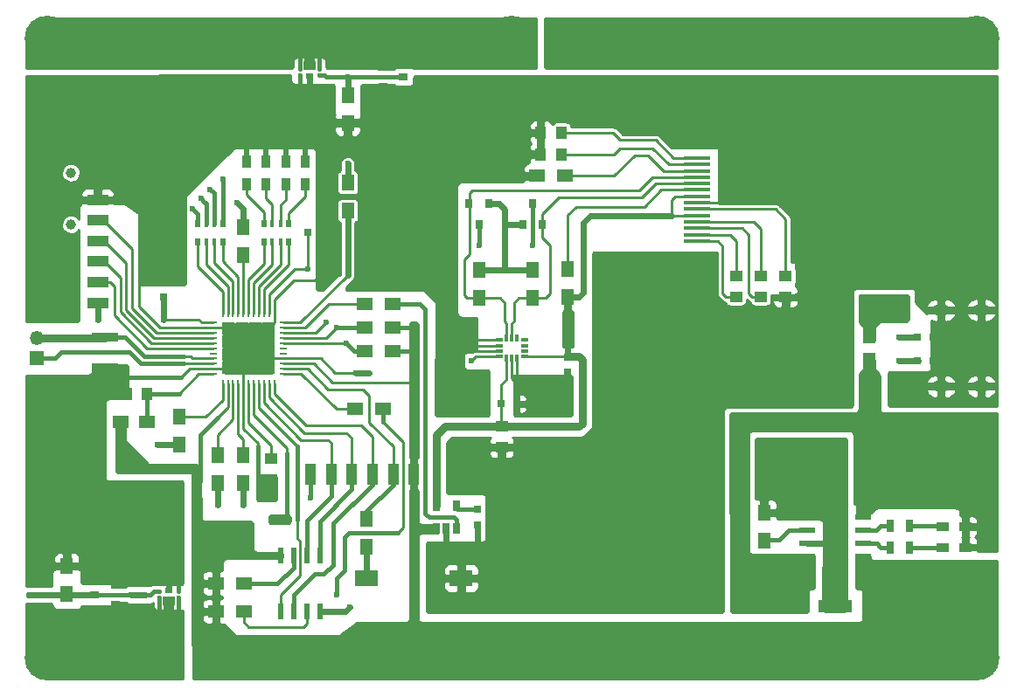
<source format=gbr>
G04 #@! TF.FileFunction,Copper,L1,Top,Signal*
%FSLAX46Y46*%
G04 Gerber Fmt 4.6, Leading zero omitted, Abs format (unit mm)*
G04 Created by KiCad (PCBNEW 4.0.7) date Sun Apr  1 16:24:37 2018*
%MOMM*%
%LPD*%
G01*
G04 APERTURE LIST*
%ADD10C,0.100000*%
%ADD11R,2.500000X0.320000*%
%ADD12R,1.300000X1.500000*%
%ADD13R,0.750000X0.800000*%
%ADD14R,2.180000X1.600000*%
%ADD15C,4.400000*%
%ADD16R,1.350000X1.350000*%
%ADD17O,1.350000X1.350000*%
%ADD18R,0.800000X0.900000*%
%ADD19R,0.500000X0.800000*%
%ADD20R,0.400000X0.800000*%
%ADD21R,1.550000X0.600000*%
%ADD22R,1.175000X1.175000*%
%ADD23R,0.250000X0.700000*%
%ADD24R,0.700000X0.250000*%
%ADD25R,1.287500X1.287500*%
%ADD26R,0.650000X1.060000*%
%ADD27R,0.600000X1.550000*%
%ADD28R,2.000000X1.000000*%
%ADD29R,1.000000X2.000000*%
%ADD30R,1.250000X1.500000*%
%ADD31R,0.750000X0.300000*%
%ADD32R,0.650000X0.300000*%
%ADD33R,0.650000X0.350000*%
%ADD34R,0.300000X0.750000*%
%ADD35O,1.800000X1.000000*%
%ADD36R,1.500000X1.250000*%
%ADD37R,1.200000X0.900000*%
%ADD38R,0.900000X1.200000*%
%ADD39R,1.500000X1.300000*%
%ADD40R,2.500000X0.900000*%
%ADD41R,1.000000X1.250000*%
%ADD42R,0.800000X0.750000*%
%ADD43R,1.250000X1.000000*%
%ADD44R,0.700000X1.300000*%
%ADD45R,0.800000X0.480000*%
%ADD46R,0.425000X0.400000*%
%ADD47R,1.150000X0.950000*%
%ADD48R,0.900000X0.800000*%
%ADD49C,1.000000*%
%ADD50C,0.600000*%
%ADD51C,0.250000*%
%ADD52C,0.400000*%
%ADD53C,0.600000*%
%ADD54C,1.000000*%
%ADD55C,0.800000*%
%ADD56C,0.500000*%
G04 APERTURE END LIST*
D10*
D11*
X239800000Y-55360000D03*
X239800000Y-55980000D03*
X239800000Y-56600000D03*
X239800000Y-57220000D03*
X239800000Y-57840000D03*
X239800000Y-58460000D03*
X239800000Y-59080000D03*
X239800000Y-59700000D03*
X239800000Y-60320000D03*
X239800000Y-60940000D03*
X239800000Y-61560000D03*
X239800000Y-62180000D03*
X239800000Y-62800000D03*
X239800000Y-63420000D03*
D12*
X178800000Y-97650000D03*
X178800000Y-94950000D03*
D13*
X227300000Y-76150000D03*
X227300000Y-74650000D03*
D14*
X207810000Y-96100000D03*
X216990000Y-96100000D03*
D15*
X176900000Y-103800000D03*
X221900000Y-43800000D03*
X266900000Y-43800000D03*
X221900000Y-103800000D03*
X266900000Y-103800000D03*
X176900000Y-43800000D03*
D16*
X175900000Y-74800000D03*
D17*
X175900000Y-72800000D03*
D18*
X219650000Y-59800000D03*
X217750000Y-59800000D03*
X218700000Y-61800000D03*
X222950000Y-61800000D03*
X224850000Y-61800000D03*
X223900000Y-59800000D03*
D19*
X197900000Y-63500000D03*
D20*
X199500000Y-63500000D03*
X198700000Y-63500000D03*
D19*
X200300000Y-63500000D03*
D20*
X198700000Y-61700000D03*
D19*
X197900000Y-61700000D03*
D20*
X199500000Y-61700000D03*
D19*
X200300000Y-61700000D03*
D21*
X250500000Y-90195000D03*
X250500000Y-91465000D03*
X250500000Y-92735000D03*
X250500000Y-94005000D03*
X255900000Y-94005000D03*
X255900000Y-92735000D03*
X255900000Y-91465000D03*
X255900000Y-90195000D03*
D22*
X253787500Y-92687500D03*
X253787500Y-91512500D03*
X252612500Y-92687500D03*
X252612500Y-91512500D03*
D23*
X193900000Y-77200000D03*
X194400000Y-77200000D03*
X194900000Y-77200000D03*
X195400000Y-77200000D03*
X195900000Y-77200000D03*
X196400000Y-77200000D03*
X196900000Y-77200000D03*
X197400000Y-77200000D03*
X197900000Y-77200000D03*
X198400000Y-77200000D03*
X198900000Y-77200000D03*
D24*
X199800000Y-76300000D03*
X199800000Y-75800000D03*
X199800000Y-75300000D03*
X199800000Y-74800000D03*
X199800000Y-74300000D03*
X199800000Y-73800000D03*
X199800000Y-73300000D03*
X199800000Y-72800000D03*
X199800000Y-72300000D03*
X199800000Y-71800000D03*
X199800000Y-71300000D03*
D23*
X198900000Y-70400000D03*
X198400000Y-70400000D03*
X197900000Y-70400000D03*
X197400000Y-70400000D03*
X196900000Y-70400000D03*
X196400000Y-70400000D03*
X195900000Y-70400000D03*
X195400000Y-70400000D03*
X194900000Y-70400000D03*
X194400000Y-70400000D03*
X193900000Y-70400000D03*
D24*
X193000000Y-71300000D03*
X193000000Y-71800000D03*
X193000000Y-72300000D03*
X193000000Y-72800000D03*
X193000000Y-73300000D03*
X193000000Y-73800000D03*
X193000000Y-74300000D03*
X193000000Y-74800000D03*
X193000000Y-75300000D03*
X193000000Y-75800000D03*
X193000000Y-76300000D03*
D25*
X198331250Y-71868750D03*
X197043750Y-71868750D03*
X195756250Y-71868750D03*
X194468750Y-71868750D03*
X198331250Y-73156250D03*
X197043750Y-73156250D03*
X195756250Y-73156250D03*
X194468750Y-73156250D03*
X198331250Y-74443750D03*
X197043750Y-74443750D03*
X195756250Y-74443750D03*
X194468750Y-74443750D03*
X198331250Y-75731250D03*
X197043750Y-75731250D03*
X195756250Y-75731250D03*
X194468750Y-75731250D03*
D26*
X214600000Y-91300000D03*
X215550000Y-91300000D03*
X216500000Y-91300000D03*
X216500000Y-89100000D03*
X214600000Y-89100000D03*
D27*
X199490000Y-99300000D03*
X200760000Y-99300000D03*
X202030000Y-99300000D03*
X203300000Y-99300000D03*
X203300000Y-93900000D03*
X202030000Y-93900000D03*
X200760000Y-93900000D03*
X199490000Y-93900000D03*
D19*
X191500000Y-63500000D03*
D20*
X193100000Y-63500000D03*
X192300000Y-63500000D03*
D19*
X193900000Y-63500000D03*
D20*
X192300000Y-61700000D03*
D19*
X191500000Y-61700000D03*
D20*
X193100000Y-61700000D03*
D19*
X193900000Y-61700000D03*
D28*
X181800000Y-69400000D03*
X181800000Y-67400000D03*
X181800000Y-65400000D03*
X181800000Y-63400000D03*
X181800000Y-61400000D03*
X181800000Y-59400000D03*
D29*
X212400000Y-86000000D03*
X210400000Y-86000000D03*
X208400000Y-86000000D03*
X206400000Y-86000000D03*
X204400000Y-86000000D03*
X202400000Y-86000000D03*
D30*
X256500000Y-75050000D03*
X256500000Y-72550000D03*
D31*
X220650000Y-73550000D03*
X220650000Y-74050000D03*
D32*
X220650000Y-74600000D03*
X220650000Y-73000000D03*
D33*
X223150000Y-73000000D03*
D31*
X223150000Y-73550000D03*
X223150000Y-74050000D03*
D32*
X223150000Y-74600000D03*
D34*
X221900000Y-74800000D03*
X222400000Y-74800000D03*
X221400000Y-74800000D03*
X221900000Y-72800000D03*
X221400000Y-72800000D03*
X222400000Y-72800000D03*
D35*
X263450000Y-70125000D03*
X263450000Y-77500000D03*
X267350000Y-70100000D03*
X267350000Y-77500000D03*
D36*
X184050000Y-80900000D03*
X186550000Y-80900000D03*
D37*
X263600000Y-91100000D03*
X265800000Y-91100000D03*
X263600000Y-93100000D03*
X265800000Y-93100000D03*
D38*
X196200000Y-55700000D03*
X196200000Y-57900000D03*
X198100000Y-55700000D03*
X198100000Y-57900000D03*
X200000000Y-55700000D03*
X200000000Y-57900000D03*
X201900000Y-55700000D03*
X201900000Y-57900000D03*
D12*
X246300000Y-89750000D03*
X246300000Y-92450000D03*
D39*
X206750000Y-79700000D03*
X209450000Y-79700000D03*
D12*
X206000000Y-60450000D03*
X206000000Y-57750000D03*
X189700000Y-83150000D03*
X189700000Y-80450000D03*
D39*
X210350000Y-71800000D03*
X207650000Y-71800000D03*
X207650000Y-69500000D03*
X210350000Y-69500000D03*
D12*
X223900000Y-66250000D03*
X223900000Y-68950000D03*
X218700000Y-66250000D03*
X218700000Y-68950000D03*
X195900000Y-64750000D03*
X195900000Y-62050000D03*
D39*
X210350000Y-74100000D03*
X207650000Y-74100000D03*
D12*
X195900000Y-84150000D03*
X195900000Y-86850000D03*
X193400000Y-84150000D03*
X193400000Y-86850000D03*
D39*
X193250000Y-99300000D03*
X195950000Y-99300000D03*
X193250000Y-96600000D03*
X195950000Y-96600000D03*
D12*
X227300000Y-66150000D03*
X227300000Y-68850000D03*
D39*
X227050000Y-57100000D03*
X224350000Y-57100000D03*
D40*
X182500000Y-75650000D03*
X182500000Y-72750000D03*
D41*
X250100000Y-98800000D03*
X252100000Y-98800000D03*
X256300000Y-98800000D03*
X254300000Y-98800000D03*
X186600000Y-78200000D03*
X184600000Y-78200000D03*
D13*
X188200000Y-67350000D03*
X188200000Y-68850000D03*
D42*
X222350000Y-79200000D03*
X220850000Y-79200000D03*
X203650000Y-62600000D03*
X202150000Y-62600000D03*
D43*
X220900000Y-81400000D03*
X220900000Y-83400000D03*
D13*
X218600000Y-90900000D03*
X218600000Y-89400000D03*
D41*
X224700000Y-55000000D03*
X226700000Y-55000000D03*
X224700000Y-52900000D03*
X226700000Y-52900000D03*
D43*
X198600000Y-84500000D03*
X198600000Y-86500000D03*
X243600000Y-68800000D03*
X243600000Y-66800000D03*
X246000000Y-68800000D03*
X246000000Y-66800000D03*
X248400000Y-66800000D03*
X248400000Y-68800000D03*
D42*
X262650000Y-75000000D03*
X261150000Y-75000000D03*
X262650000Y-72700000D03*
X261150000Y-72700000D03*
D44*
X260389398Y-91035280D03*
X258489398Y-91035280D03*
X260389398Y-93100000D03*
X258489398Y-93100000D03*
D45*
X202300000Y-47400000D03*
D46*
X203250000Y-47350000D03*
X203250000Y-46700000D03*
X203250000Y-46050000D03*
X201350000Y-47350000D03*
X201350000Y-46700000D03*
X201350000Y-46050000D03*
D47*
X202300000Y-46400000D03*
D45*
X188700000Y-97300000D03*
D46*
X187750000Y-97350000D03*
X187750000Y-98000000D03*
X187750000Y-98650000D03*
X189650000Y-97350000D03*
X189650000Y-98000000D03*
X189650000Y-98650000D03*
D47*
X188700000Y-98300000D03*
D48*
X183500000Y-98650000D03*
X183500000Y-96750000D03*
X181500000Y-97700000D03*
X209400000Y-46550000D03*
X209400000Y-48450000D03*
X211400000Y-47500000D03*
D12*
X207800000Y-93050000D03*
X207800000Y-90350000D03*
X206000000Y-49250000D03*
X206000000Y-51950000D03*
D49*
X179200000Y-56800000D03*
X179200000Y-61800000D03*
D50*
X202100000Y-66100000D03*
X259200000Y-96800000D03*
X257800002Y-96800000D03*
X256399999Y-96800000D03*
D49*
X194400000Y-103300000D03*
X204400000Y-103300000D03*
X214400000Y-103300000D03*
X229400000Y-103300000D03*
X239400000Y-103300000D03*
X249400000Y-103300000D03*
X259300000Y-103300000D03*
D50*
X188200000Y-71000000D03*
X212400000Y-79899992D03*
X212400000Y-78700012D03*
X181800000Y-71000000D03*
X257800000Y-98100000D03*
X257800000Y-95500000D03*
X184100000Y-83900000D03*
X184099980Y-83000000D03*
X189300000Y-103100000D03*
X187900008Y-103100000D03*
X189300000Y-101700000D03*
X187900000Y-101700000D03*
X184500000Y-101600006D03*
X184500000Y-100300000D03*
X183100000Y-101600000D03*
X183100000Y-100299990D03*
X181700000Y-101600000D03*
X181700000Y-100300000D03*
X187900000Y-100300000D03*
X189300000Y-100300000D03*
D49*
X204400000Y-44300000D03*
X214400000Y-44300000D03*
X194400000Y-44300000D03*
X184400000Y-44300000D03*
D50*
X227300000Y-72000000D03*
X221200000Y-66250000D03*
X175900000Y-94800000D03*
X175900000Y-49600000D03*
X175900000Y-52800000D03*
X175900000Y-56000000D03*
X175900000Y-59200000D03*
X175900000Y-62400000D03*
X175900000Y-65600000D03*
X175900000Y-68800000D03*
X175900000Y-78800000D03*
X175900000Y-82000000D03*
X175900000Y-85200000D03*
X175900000Y-88400000D03*
X175900000Y-91600000D03*
X252000000Y-87799998D03*
X252000000Y-86400000D03*
X253400000Y-86400000D03*
X253400000Y-87800000D03*
X252000000Y-89200000D03*
X253400000Y-89200000D03*
X217600000Y-93400000D03*
X216200000Y-93400000D03*
X214800000Y-93400000D03*
X212200000Y-51500000D03*
X212200004Y-50100000D03*
X203700000Y-50199999D03*
X202300000Y-50199999D03*
X200900000Y-50200010D03*
X200900004Y-48800000D03*
X202300000Y-48800000D03*
X203700000Y-48800000D03*
X210800000Y-50100000D03*
X210800000Y-51500000D03*
X209400000Y-51500000D03*
X209400000Y-50100000D03*
X206200000Y-98899996D03*
X215300000Y-76700000D03*
X216700000Y-76700000D03*
X215300000Y-72900000D03*
X216700002Y-72900000D03*
X206800006Y-76200000D03*
X208100000Y-76200000D03*
X184800000Y-94100000D03*
X183500000Y-94125000D03*
X182200000Y-94100000D03*
X182200000Y-95400000D03*
X183500000Y-95400000D03*
X184800000Y-95400000D03*
X189700000Y-93300000D03*
X188700000Y-93300000D03*
X188700000Y-95400000D03*
X189700000Y-95400000D03*
X189700000Y-94400000D03*
X188700000Y-94400000D03*
X225500000Y-78200000D03*
X197500000Y-88200000D03*
X223400000Y-78200000D03*
X202400000Y-88300000D03*
X253200000Y-97000000D03*
X252500000Y-96300000D03*
X253900000Y-96300000D03*
X198800000Y-88200000D03*
X253200000Y-95600000D03*
X256500000Y-82200000D03*
X256500000Y-80800000D03*
X198700000Y-90400000D03*
X200100000Y-90400000D03*
X259400000Y-75000000D03*
X195900000Y-89000000D03*
X259400000Y-72700000D03*
X193400000Y-89000000D03*
X259400000Y-70300000D03*
X259400000Y-69300000D03*
X258400000Y-70300000D03*
X258400000Y-69300000D03*
X257400000Y-70300000D03*
X257400000Y-69300000D03*
X256400000Y-69300000D03*
X256400000Y-70300000D03*
X204900000Y-71800000D03*
X218700000Y-63800000D03*
X205900002Y-73300000D03*
X223900000Y-63800000D03*
X187600000Y-83100000D03*
X191800008Y-59300000D03*
X192700000Y-58399999D03*
X195300000Y-59700004D03*
D49*
X229400000Y-44300000D03*
X239400000Y-44300000D03*
X249400000Y-44300000D03*
X259300000Y-44300000D03*
D50*
X191000000Y-60299998D03*
X203900000Y-71300000D03*
X218000000Y-75000000D03*
X185000000Y-97700000D03*
X186400000Y-97700000D03*
X204900002Y-97700000D03*
X206000000Y-47500000D03*
X205999990Y-55900000D03*
X193900000Y-57400000D03*
D51*
X212400000Y-78700012D02*
X212400000Y-74100000D01*
X212400000Y-74100000D02*
X212400000Y-72000000D01*
D52*
X210350000Y-74100000D02*
X212400000Y-74100000D01*
D51*
X212400000Y-72000000D02*
X212200000Y-71800000D01*
D52*
X212200000Y-71800000D02*
X210350000Y-71800000D01*
D51*
X202100000Y-66100000D02*
X200900000Y-66100000D01*
X200900000Y-66100000D02*
X198400000Y-68600000D01*
X198400000Y-68600000D02*
X198400000Y-70400000D01*
X202150000Y-62600000D02*
X202150000Y-66050000D01*
X202150000Y-66050000D02*
X202100000Y-66100000D01*
X257800000Y-96800000D02*
X257800002Y-96800000D01*
X260599999Y-96800000D02*
X257800000Y-96800000D01*
X257800000Y-96800000D02*
X256399999Y-96800000D01*
X257800000Y-98100000D02*
X257800000Y-96800000D01*
X204400000Y-103300000D02*
X194400000Y-103300000D01*
X221900000Y-103800000D02*
X214900000Y-103800000D01*
X214900000Y-103800000D02*
X214400000Y-103300000D01*
X249400000Y-103300000D02*
X239400000Y-103300000D01*
X263288731Y-103300000D02*
X259300000Y-103300000D01*
X266900000Y-103800000D02*
X263788731Y-103800000D01*
X263788731Y-103800000D02*
X263288731Y-103300000D01*
D53*
X188200000Y-68850000D02*
X188200000Y-71000000D01*
D51*
X193000000Y-71300000D02*
X191900000Y-71300000D01*
X191900000Y-71300000D02*
X191600000Y-71000000D01*
X191600000Y-71000000D02*
X188200000Y-71000000D01*
X199800000Y-75300000D02*
X202700000Y-75300000D01*
X202700000Y-75300000D02*
X204500000Y-77100000D01*
X204500000Y-77100000D02*
X208400000Y-77100000D01*
X208400000Y-77100000D02*
X212400000Y-77100000D01*
D53*
X212400000Y-77100000D02*
X212400000Y-77399984D01*
X212400000Y-86000000D02*
X212400000Y-79899992D01*
X212399992Y-77399992D02*
X212400000Y-77400000D01*
D51*
X212400000Y-77399984D02*
X212399992Y-77399992D01*
D54*
X191400000Y-93900000D02*
X191400000Y-96600000D01*
D52*
X192100000Y-96600000D02*
X191400000Y-96600000D01*
D54*
X191400000Y-96600000D02*
X191400000Y-102500000D01*
D52*
X193250000Y-96600000D02*
X192100000Y-96600000D01*
X199490000Y-93900000D02*
X198790000Y-93900000D01*
X198790000Y-93900000D02*
X191400000Y-93900000D01*
D53*
X181800000Y-69400000D02*
X181800000Y-71000000D01*
D51*
X255900000Y-94005000D02*
X256375000Y-94005000D01*
X256375000Y-94005000D02*
X257800000Y-95430000D01*
X257800000Y-95430000D02*
X257800000Y-95500000D01*
X191700000Y-86700000D02*
X191700000Y-85900000D01*
X191700000Y-85900000D02*
X191300000Y-85500000D01*
D54*
X191400000Y-85600000D02*
X191400000Y-93900000D01*
D53*
X191450000Y-93950000D02*
X191400000Y-93900000D01*
D54*
X184100000Y-83900000D02*
X184100000Y-84900000D01*
X184100000Y-84900000D02*
X184700000Y-85500000D01*
X184700000Y-85500000D02*
X191300000Y-85500000D01*
X191300000Y-85500000D02*
X191400000Y-85600000D01*
D52*
X193400000Y-80500000D02*
X191700000Y-82200000D01*
X191700000Y-82200000D02*
X191700000Y-86700000D01*
D53*
X184099980Y-83000000D02*
X184099980Y-80949980D01*
X184099980Y-80949980D02*
X184050000Y-80900000D01*
X184100000Y-80950000D02*
X184099980Y-80950020D01*
D51*
X194400000Y-78800000D02*
X194400000Y-79500000D01*
X194400000Y-79500000D02*
X193400000Y-80500000D01*
X194400000Y-77200000D02*
X194400000Y-78800000D01*
X258200000Y-96400000D02*
X259600000Y-97800000D01*
X257200000Y-96400000D02*
X257200000Y-98700000D01*
X257200000Y-96400000D02*
X258200000Y-96400000D01*
X257200000Y-98700000D02*
X257100000Y-98800000D01*
X257100000Y-98800000D02*
X256300000Y-98800000D01*
X221900000Y-103800000D02*
X193300000Y-103800000D01*
X193300000Y-103800000D02*
X192150000Y-102650000D01*
X189300000Y-101700000D02*
X189300000Y-103100000D01*
X184700000Y-103100000D02*
X187475744Y-103100000D01*
X187475744Y-103100000D02*
X187900008Y-103100000D01*
X187475736Y-101700000D02*
X187900000Y-101700000D01*
X187800006Y-101600006D02*
X187900000Y-101700000D01*
X184700000Y-101600000D02*
X184800000Y-101700000D01*
X184500000Y-101600006D02*
X187800006Y-101600006D01*
X184800000Y-101700000D02*
X187475736Y-101700000D01*
X184700000Y-100300000D02*
X184500000Y-100300000D01*
X187900000Y-100300000D02*
X184700000Y-100300000D01*
X181700000Y-101600000D02*
X183100000Y-101600000D01*
X183099990Y-100300000D02*
X183100000Y-100299990D01*
X181700000Y-100300000D02*
X183099990Y-100300000D01*
X188700000Y-98300000D02*
X188700000Y-99700000D01*
X188700000Y-99700000D02*
X189300000Y-100300000D01*
D52*
X188700000Y-98300000D02*
X188700000Y-100000000D01*
X187750000Y-98000000D02*
X187750000Y-98650000D01*
X187750000Y-98650000D02*
X187750000Y-99450000D01*
X189650000Y-98650000D02*
X189650000Y-99550000D01*
D54*
X188700000Y-98375000D02*
X188700000Y-99100000D01*
D52*
X189650000Y-98000000D02*
X189650000Y-98650000D01*
D51*
X214400000Y-44300000D02*
X204400000Y-44300000D01*
X209400000Y-46550000D02*
X209400000Y-44900000D01*
X221900000Y-43800000D02*
X214900000Y-43800000D01*
X214900000Y-43800000D02*
X214400000Y-44300000D01*
X176900000Y-43800000D02*
X183900000Y-43800000D01*
X183900000Y-43800000D02*
X184400000Y-44300000D01*
D52*
X201350000Y-46050000D02*
X201350000Y-45050000D01*
X203250000Y-46050000D02*
X203250000Y-44950000D01*
D54*
X202300000Y-45675000D02*
X202300000Y-45000000D01*
X202300000Y-46300000D02*
X202300000Y-45575000D01*
D52*
X201350000Y-46700000D02*
X201350000Y-46050000D01*
X203250000Y-46700000D02*
X203250000Y-46050000D01*
D55*
X220900000Y-81400000D02*
X228400000Y-81400000D01*
X228400000Y-81400000D02*
X228700000Y-81100000D01*
X228700000Y-81100000D02*
X228700000Y-74900000D01*
X228700000Y-74900000D02*
X228400000Y-74600000D01*
X228400000Y-74600000D02*
X227200000Y-74600000D01*
X214600000Y-89100000D02*
X214600000Y-82200000D01*
X214600000Y-82200000D02*
X215400000Y-81400000D01*
X215400000Y-81400000D02*
X220900000Y-81400000D01*
D51*
X239800000Y-60940000D02*
X237400000Y-60940000D01*
D53*
X237400000Y-60940000D02*
X229460000Y-60940000D01*
D51*
X237720000Y-59080000D02*
X237400000Y-59400000D01*
X237400000Y-59400000D02*
X237400000Y-60940000D01*
X239800000Y-59080000D02*
X237720000Y-59080000D01*
D53*
X229460000Y-60940000D02*
X228800000Y-61600000D01*
X228800000Y-61600000D02*
X228800000Y-68400000D01*
X228800000Y-68400000D02*
X228350000Y-68850000D01*
X228350000Y-68850000D02*
X227300000Y-68850000D01*
D51*
X220850000Y-79200000D02*
X220850000Y-81350000D01*
X220850000Y-81350000D02*
X220900000Y-81400000D01*
X223150000Y-74600000D02*
X227250000Y-74600000D01*
X227250000Y-74600000D02*
X227300000Y-74650000D01*
X221400000Y-74800000D02*
X221400000Y-76800000D01*
X221400000Y-76800000D02*
X220850000Y-77350000D01*
X220850000Y-77350000D02*
X220850000Y-79200000D01*
D53*
X221200000Y-61800000D02*
X221200000Y-62300000D01*
X221200000Y-61800000D02*
X222950000Y-61800000D01*
X221200000Y-60350000D02*
X221200000Y-62300000D01*
X219650000Y-59800000D02*
X220650000Y-59800000D01*
X220650000Y-59800000D02*
X221200000Y-60350000D01*
X221200000Y-66250000D02*
X218700000Y-66250000D01*
X223700000Y-66250000D02*
X221200000Y-66250000D01*
X221200000Y-66250000D02*
X221200000Y-62300000D01*
D51*
X175900000Y-91600000D02*
X175900000Y-94800000D01*
X175900000Y-56000000D02*
X175900000Y-52800000D01*
X175900000Y-62400000D02*
X175900000Y-59200000D01*
X175900000Y-68800000D02*
X175900000Y-65600000D01*
X184600000Y-78200000D02*
X176500000Y-78200000D01*
X176500000Y-78200000D02*
X175900000Y-78800000D01*
X175900000Y-82000000D02*
X175900000Y-78800000D01*
X175900000Y-88400000D02*
X175900000Y-85200000D01*
X178800000Y-94950000D02*
X178800000Y-94850000D01*
X250500000Y-90195000D02*
X251005000Y-90195000D01*
X251005000Y-90195000D02*
X252000000Y-89200000D01*
X216200000Y-93400000D02*
X217000000Y-93400000D01*
X217000000Y-93400000D02*
X217600000Y-93400000D01*
X216990000Y-96100000D02*
X216990000Y-95050000D01*
X216990000Y-95050000D02*
X217000000Y-95040000D01*
X217000000Y-95040000D02*
X217000000Y-93400000D01*
X252000000Y-89200000D02*
X252000000Y-87799998D01*
X253400000Y-87800000D02*
X253400000Y-86400000D01*
X252612500Y-91512500D02*
X252612500Y-89987500D01*
X252612500Y-89987500D02*
X253400000Y-89200000D01*
X221800000Y-55300000D02*
X222100000Y-55000000D01*
X222100000Y-55000000D02*
X224700000Y-55000000D01*
X221800000Y-57100000D02*
X221800000Y-55300000D01*
X224350000Y-57100000D02*
X221800000Y-57100000D01*
X203950000Y-62600000D02*
X203000000Y-63550000D01*
X203000000Y-63550000D02*
X203000000Y-67000000D01*
X200800000Y-67200000D02*
X198900000Y-69100000D01*
X203000000Y-67000000D02*
X202800000Y-67200000D01*
X202800000Y-67200000D02*
X200800000Y-67200000D01*
X198900000Y-69100000D02*
X198900000Y-70400000D01*
X203700000Y-50199999D02*
X203700000Y-50900000D01*
X203700000Y-50900000D02*
X204800000Y-52000000D01*
X204800000Y-52000000D02*
X209975736Y-52000000D01*
X216990000Y-96100000D02*
X216700000Y-96100000D01*
X214800000Y-94200000D02*
X214800000Y-93400000D01*
X195900000Y-77200000D02*
X195900000Y-81600000D01*
X195900000Y-81600000D02*
X197300000Y-83000000D01*
X197300000Y-83000000D02*
X197300000Y-83300000D01*
X210800000Y-51500000D02*
X212200000Y-51500000D01*
X209975736Y-52000000D02*
X210300004Y-52000000D01*
X211900005Y-50399999D02*
X212200004Y-50100000D01*
X209900000Y-52000000D02*
X209975736Y-52000000D01*
X210300004Y-52000000D02*
X211900005Y-50399999D01*
X209400000Y-51500000D02*
X209900000Y-52000000D01*
X203700000Y-48800000D02*
X203700000Y-50199999D01*
X202299989Y-50200010D02*
X202300000Y-50199999D01*
X200900000Y-50200010D02*
X202299989Y-50200010D01*
X202300000Y-48800000D02*
X200900004Y-48800000D01*
X209400000Y-48450000D02*
X209400000Y-50100000D01*
X208450000Y-48450000D02*
X208200000Y-48700000D01*
X209400000Y-48450000D02*
X208450000Y-48450000D01*
D53*
X215550000Y-91300000D02*
X215550000Y-93050000D01*
X205900001Y-99199995D02*
X206200000Y-98899996D01*
X205799996Y-99300000D02*
X205900001Y-99199995D01*
X204600000Y-99300000D02*
X205799996Y-99300000D01*
X203300000Y-99300000D02*
X204600000Y-99300000D01*
X202300000Y-47500000D02*
X202300000Y-48500000D01*
D52*
X201350000Y-47350000D02*
X201350000Y-48350000D01*
D51*
X239800000Y-59700000D02*
X242400000Y-59700000D01*
X227300000Y-76150000D02*
X227300000Y-76175000D01*
X227300000Y-76175000D02*
X225500000Y-77975000D01*
X225500000Y-77975000D02*
X225500000Y-78200000D01*
X216700000Y-76700000D02*
X215300000Y-76700000D01*
X216700002Y-72900000D02*
X215300000Y-72900000D01*
X220650000Y-74050000D02*
X217850000Y-74050000D01*
X217850000Y-74050000D02*
X216700000Y-72900000D01*
X193000000Y-71800000D02*
X187800000Y-71800000D01*
X187800000Y-71800000D02*
X185800000Y-69800000D01*
X185800000Y-69800000D02*
X185800000Y-59400000D01*
X186600000Y-59400000D02*
X185800000Y-59400000D01*
X185800000Y-59400000D02*
X183050000Y-59400000D01*
X199800000Y-74800000D02*
X203400000Y-74800000D01*
X203400000Y-74800000D02*
X204800000Y-76200000D01*
X204800000Y-76200000D02*
X206800006Y-76200000D01*
D53*
X208100000Y-76200000D02*
X206800006Y-76200000D01*
X186600000Y-59400000D02*
X186800000Y-59600000D01*
D52*
X197300000Y-83300000D02*
X197300000Y-87900000D01*
D51*
X222400000Y-74800000D02*
X222400000Y-76700000D01*
X221900000Y-76700000D02*
X223400000Y-78200000D01*
X221900000Y-74800000D02*
X221900000Y-76700000D01*
X183500000Y-94125000D02*
X184775000Y-94125000D01*
X184775000Y-94125000D02*
X184800000Y-94100000D01*
X182200000Y-95400000D02*
X182200000Y-94100000D01*
X184800000Y-95400000D02*
X183500000Y-95400000D01*
X188700000Y-93300000D02*
X189700000Y-93300000D01*
X189700000Y-95400000D02*
X188700000Y-95400000D01*
X188700000Y-94400000D02*
X189700000Y-94400000D01*
X223400000Y-78200000D02*
X225500000Y-78200000D01*
X183050000Y-59400000D02*
X181800000Y-59400000D01*
D56*
X198100000Y-55700000D02*
X198100000Y-53900000D01*
X196200000Y-54850000D02*
X196200000Y-54000000D01*
X196200000Y-55700000D02*
X196200000Y-54850000D01*
X200000000Y-54800000D02*
X200000000Y-53850000D01*
X200000000Y-55700000D02*
X200000000Y-54850000D01*
X201900000Y-55700000D02*
X201900000Y-54000000D01*
D53*
X188700000Y-97100000D02*
X188700000Y-96300000D01*
D52*
X189650000Y-97350000D02*
X189650000Y-96450000D01*
D51*
X180550000Y-59400000D02*
X179200000Y-59400000D01*
X181800000Y-59400000D02*
X180550000Y-59400000D01*
X197300000Y-87900000D02*
X197700000Y-88300000D01*
D53*
X198600000Y-88300000D02*
X197700000Y-88300000D01*
D51*
X193000000Y-75800000D02*
X190700000Y-75800000D01*
X190700000Y-75800000D02*
X189900000Y-76600000D01*
D52*
X189900000Y-76600000D02*
X184300000Y-76600000D01*
X262750000Y-75000000D02*
X263550000Y-75000000D01*
X262750000Y-73000000D02*
X264600000Y-73000000D01*
X202400000Y-86000000D02*
X202400000Y-88300000D01*
D51*
X252500000Y-96300000D02*
X253200000Y-97000000D01*
X253200000Y-95600000D02*
X253900000Y-96300000D01*
X216999999Y-73299999D02*
X216700000Y-73000000D01*
X220650000Y-73550000D02*
X217250000Y-73550000D01*
X220650000Y-73000000D02*
X216700000Y-73000000D01*
X217250000Y-73550000D02*
X216999999Y-73299999D01*
X198600000Y-87875736D02*
X198600000Y-88300000D01*
X198600000Y-86875000D02*
X198600000Y-87875736D01*
D53*
X218600000Y-90900000D02*
X218600000Y-94200000D01*
D51*
X267350000Y-77500000D02*
X267350000Y-73750000D01*
X267200000Y-73900000D02*
X267350000Y-73750000D01*
X267350000Y-73750000D02*
X267350000Y-70100000D01*
X264600000Y-73900000D02*
X264600000Y-75000000D01*
X264600000Y-73000000D02*
X264600000Y-73900000D01*
X264600000Y-73900000D02*
X267200000Y-73900000D01*
X264600000Y-75000000D02*
X264625000Y-75000000D01*
X267125000Y-77500000D02*
X267350000Y-77500000D01*
X253200000Y-95600000D02*
X252612500Y-95012500D01*
X252612500Y-95012500D02*
X252612500Y-92687500D01*
X254300000Y-98800000D02*
X254300000Y-93200000D01*
X254300000Y-93200000D02*
X253787500Y-92687500D01*
X252100000Y-98800000D02*
X254300000Y-98800000D01*
D53*
X250500000Y-92735000D02*
X252565000Y-92735000D01*
D51*
X252565000Y-92735000D02*
X252612500Y-92687500D01*
X250500000Y-90195000D02*
X250975000Y-90195000D01*
X250975000Y-90195000D02*
X250980000Y-90200000D01*
X195900000Y-77200000D02*
X195900000Y-75875000D01*
X195900000Y-75875000D02*
X195756250Y-75731250D01*
X193000000Y-71800000D02*
X194400000Y-71800000D01*
X194400000Y-71800000D02*
X194468750Y-71868750D01*
X193000000Y-75800000D02*
X194400000Y-75800000D01*
X194400000Y-75800000D02*
X194468750Y-75731250D01*
X199800000Y-74800000D02*
X198687500Y-74800000D01*
X198687500Y-74800000D02*
X198331250Y-74443750D01*
X198900000Y-70400000D02*
X198900000Y-71300000D01*
X198900000Y-71300000D02*
X198331250Y-71868750D01*
X196900000Y-77200000D02*
X196900000Y-80300000D01*
X196900000Y-80300000D02*
X200100000Y-83500000D01*
X200100000Y-83500000D02*
X200100000Y-84000000D01*
D52*
X256500000Y-75050000D02*
X256500000Y-80800000D01*
X256500000Y-80800000D02*
X256500000Y-87800000D01*
X200100000Y-84000000D02*
X200100000Y-90400000D01*
X256500000Y-87800000D02*
X255900000Y-88400000D01*
X255900000Y-88400000D02*
X255900000Y-90195000D01*
D51*
X243800000Y-94000000D02*
X243800000Y-98200000D01*
X243800000Y-98200000D02*
X244400000Y-98800000D01*
X244400000Y-98800000D02*
X250100000Y-98800000D01*
X243800000Y-81800000D02*
X243800000Y-94000000D01*
X250500000Y-94005000D02*
X243805000Y-94005000D01*
X243805000Y-94005000D02*
X243800000Y-94000000D01*
X245000000Y-80600000D02*
X243800000Y-81800000D01*
X258400000Y-80600000D02*
X245000000Y-80600000D01*
X263100000Y-89100000D02*
X258100000Y-89100000D01*
X258100000Y-89100000D02*
X256400000Y-89100000D01*
X258400000Y-80600000D02*
X258100001Y-80899999D01*
X258100001Y-80899999D02*
X258100001Y-89099999D01*
X258100001Y-89099999D02*
X258100000Y-89100000D01*
X256400000Y-89100000D02*
X255900000Y-89600000D01*
X255900000Y-89600000D02*
X255900000Y-90195000D01*
D52*
X186600000Y-78200000D02*
X186600000Y-80850000D01*
D51*
X186600000Y-80850000D02*
X186550000Y-80900000D01*
X193000000Y-76300000D02*
X191600000Y-76300000D01*
X191600000Y-76300000D02*
X189700000Y-78200000D01*
D52*
X189700000Y-78200000D02*
X186550000Y-78200000D01*
X216600000Y-89400000D02*
X218550000Y-89400000D01*
D51*
X196400000Y-77200000D02*
X196400000Y-81000000D01*
X198600000Y-83200000D02*
X198600000Y-84500000D01*
X196400000Y-81000000D02*
X198600000Y-83200000D01*
D52*
X260389398Y-91035280D02*
X263535280Y-91035280D01*
D51*
X263535280Y-91035280D02*
X263600000Y-91100000D01*
X196200000Y-58900000D02*
X196200000Y-57900000D01*
X197900000Y-61700000D02*
X197900000Y-60600000D01*
X197900000Y-60600000D02*
X196200000Y-58900000D01*
X198100000Y-57900000D02*
X198100000Y-59300000D01*
X198100000Y-59300000D02*
X198700000Y-59900000D01*
X198700000Y-59900000D02*
X198700000Y-61700000D01*
X199500000Y-61700000D02*
X199500000Y-59900000D01*
X199500000Y-59900000D02*
X200000000Y-59400000D01*
X200000000Y-59400000D02*
X200000000Y-57900000D01*
D53*
X261250000Y-75000000D02*
X259400000Y-75000000D01*
X195900000Y-89000000D02*
X195900000Y-86450000D01*
X261150000Y-72700000D02*
X259400000Y-72700000D01*
X193400000Y-89000000D02*
X193400000Y-86774264D01*
D52*
X256500000Y-72550000D02*
X256500000Y-70400000D01*
X256500000Y-70400000D02*
X256400000Y-70300000D01*
D53*
X258400000Y-69300000D02*
X259400000Y-69300000D01*
X257400000Y-69300000D02*
X258400000Y-69300000D01*
X257400000Y-69300000D02*
X257400000Y-70300000D01*
X256400000Y-70300000D02*
X256400000Y-69300000D01*
D51*
X256400000Y-72450000D02*
X256500000Y-72550000D01*
X193000000Y-72300000D02*
X187500000Y-72300000D01*
X187500000Y-72300000D02*
X185100000Y-69900000D01*
X185100000Y-69900000D02*
X185100000Y-64200000D01*
X185100000Y-64200000D02*
X182300000Y-61400000D01*
X182300000Y-61400000D02*
X181800000Y-61400000D01*
X193000000Y-72800000D02*
X187200000Y-72800000D01*
X187200000Y-72800000D02*
X184500000Y-70100000D01*
X184500000Y-70100000D02*
X184500000Y-65500000D01*
X184500000Y-65500000D02*
X182400000Y-63400000D01*
X182400000Y-63400000D02*
X181800000Y-63400000D01*
X193000000Y-73300000D02*
X187000000Y-73300000D01*
X187000000Y-73300000D02*
X184000000Y-70300000D01*
X184000000Y-67000000D02*
X182400000Y-65400000D01*
X184000000Y-70300000D02*
X184000000Y-67000000D01*
X182400000Y-65400000D02*
X181800000Y-65400000D01*
X193000000Y-73800000D02*
X186600000Y-73800000D01*
X186600000Y-73800000D02*
X183400000Y-70600000D01*
X183400000Y-70600000D02*
X183400000Y-67800000D01*
X183400000Y-67800000D02*
X183000000Y-67400000D01*
X183000000Y-67400000D02*
X181800000Y-67400000D01*
X199800000Y-75800000D02*
X202100000Y-75800000D01*
X208100000Y-81000000D02*
X210400000Y-83300000D01*
X202100000Y-75800000D02*
X204100000Y-77800000D01*
X204100000Y-77800000D02*
X207500000Y-77800000D01*
X207500000Y-77800000D02*
X208100000Y-78400000D01*
X208100000Y-78400000D02*
X208100000Y-81000000D01*
X210400000Y-83300000D02*
X210400000Y-86000000D01*
D52*
X210400000Y-86000000D02*
X210400000Y-87000000D01*
X210400000Y-87000000D02*
X207800000Y-89600000D01*
X207800000Y-89600000D02*
X207800000Y-90300000D01*
D51*
X197900000Y-77200000D02*
X197900000Y-79100000D01*
X197900000Y-79100000D02*
X201500000Y-82700000D01*
X204400000Y-83000000D02*
X204400000Y-86000000D01*
X201500000Y-82700000D02*
X204100000Y-82700000D01*
X204100000Y-82700000D02*
X204400000Y-83000000D01*
D52*
X204400000Y-86000000D02*
X204400000Y-88100000D01*
X204400000Y-88100000D02*
X202030000Y-90470000D01*
X202030000Y-90470000D02*
X202030000Y-93900000D01*
D51*
X198900000Y-77200000D02*
X198900000Y-78200000D01*
X202000000Y-81300000D02*
X207300000Y-81300000D01*
X207300000Y-81300000D02*
X208400000Y-82400000D01*
X198900000Y-78200000D02*
X202000000Y-81300000D01*
X208400000Y-82400000D02*
X208400000Y-86000000D01*
D52*
X200760000Y-99300000D02*
X200760000Y-97740000D01*
X200760000Y-97740000D02*
X202800000Y-95700000D01*
X202800000Y-95700000D02*
X203700000Y-95700000D01*
X203700000Y-95700000D02*
X204600000Y-94800000D01*
X204600000Y-94800000D02*
X204600000Y-90800000D01*
X204600000Y-90800000D02*
X208400000Y-87000000D01*
X208400000Y-87000000D02*
X208400000Y-86000000D01*
D51*
X198400000Y-77200000D02*
X198400000Y-78600000D01*
X198400000Y-78600000D02*
X201800000Y-82000000D01*
X201800000Y-82000000D02*
X205900000Y-82000000D01*
X205900000Y-82000000D02*
X206400000Y-82500000D01*
X206400000Y-82500000D02*
X206400000Y-86000000D01*
D52*
X206400000Y-86000000D02*
X206400000Y-87500000D01*
X206400000Y-87500000D02*
X203300000Y-90600000D01*
X203300000Y-90600000D02*
X203300000Y-93900000D01*
X184900000Y-74200000D02*
X178300000Y-74200000D01*
X178300000Y-74200000D02*
X177700000Y-74800000D01*
X177700000Y-74800000D02*
X176000000Y-74800000D01*
X186000000Y-75300000D02*
X184900000Y-74200000D01*
X190100000Y-75300000D02*
X186000000Y-75300000D01*
D51*
X193000000Y-75300000D02*
X190100000Y-75300000D01*
D52*
X190100000Y-74600000D02*
X186300000Y-74600000D01*
X186300000Y-74600000D02*
X184500000Y-72800000D01*
D51*
X184500000Y-72700000D02*
X184450000Y-72750000D01*
D52*
X184450000Y-72750000D02*
X182500000Y-72750000D01*
D55*
X176000000Y-72800000D02*
X182500000Y-72800000D01*
D51*
X190800000Y-74600000D02*
X190100000Y-74600000D01*
X193000000Y-74800000D02*
X191000000Y-74800000D01*
X191000000Y-74800000D02*
X190800000Y-74600000D01*
X203900000Y-72800000D02*
X204600001Y-72099999D01*
X204600001Y-72099999D02*
X204900000Y-71800000D01*
X199800000Y-72800000D02*
X203900000Y-72800000D01*
D52*
X207650000Y-71800000D02*
X204900000Y-71800000D01*
X218700000Y-61800000D02*
X218700000Y-63800000D01*
X207650000Y-74100000D02*
X206650000Y-74100000D01*
D51*
X205900002Y-73350002D02*
X205900002Y-73300000D01*
D52*
X206650000Y-74100000D02*
X205900002Y-73350002D01*
D51*
X199800000Y-73300000D02*
X205900002Y-73300000D01*
D52*
X223900000Y-59800000D02*
X223900000Y-63800000D01*
X250500000Y-91465000D02*
X248735000Y-91465000D01*
X247800000Y-92400000D02*
X246400000Y-92400000D01*
X248735000Y-91465000D02*
X247800000Y-92400000D01*
X257135000Y-91465000D02*
X257564720Y-91035280D01*
X257564720Y-91035280D02*
X258489398Y-91035280D01*
X255900000Y-91465000D02*
X257135000Y-91465000D01*
X257235000Y-92735000D02*
X257600000Y-93100000D01*
X257600000Y-93100000D02*
X258489398Y-93100000D01*
X255900000Y-92735000D02*
X257235000Y-92735000D01*
D51*
X199800000Y-76300000D02*
X201500000Y-76300000D01*
X201500000Y-76300000D02*
X204900000Y-79700000D01*
X204900000Y-79700000D02*
X206800000Y-79700000D01*
D53*
X187600000Y-83100000D02*
X189650000Y-83100000D01*
D52*
X210350000Y-69500000D02*
X213000000Y-69500000D01*
X213000000Y-69500000D02*
X213500000Y-70000000D01*
X213500000Y-70000000D02*
X213500000Y-89800000D01*
X213500000Y-89800000D02*
X213900000Y-90200000D01*
X213900000Y-90200000D02*
X216300000Y-90200000D01*
X216300000Y-90200000D02*
X216500000Y-90400000D01*
X216500000Y-90400000D02*
X216500000Y-91300000D01*
D51*
X195900000Y-70400000D02*
X195900000Y-64700000D01*
X195400000Y-77200000D02*
X195400000Y-82100000D01*
X195400000Y-82100000D02*
X195900000Y-82600000D01*
X195900000Y-82600000D02*
X195900000Y-84150000D01*
X194900000Y-77200000D02*
X194900000Y-80700000D01*
X194900000Y-80700000D02*
X193400000Y-82200000D01*
X193400000Y-82200000D02*
X193400000Y-84150000D01*
X202030000Y-99300000D02*
X202030000Y-100470000D01*
X202030000Y-100470000D02*
X201700000Y-100800000D01*
X201700000Y-100800000D02*
X196400000Y-100800000D01*
X196400000Y-100800000D02*
X195950000Y-100350000D01*
X195950000Y-100350000D02*
X195950000Y-99300000D01*
D52*
X200760000Y-93900000D02*
X200760000Y-95040000D01*
X200760000Y-95040000D02*
X199200000Y-96600000D01*
X199200000Y-96600000D02*
X197100000Y-96600000D01*
X197100000Y-96600000D02*
X195950000Y-96600000D01*
D51*
X197900000Y-70400000D02*
X197900000Y-68100000D01*
X197900000Y-68100000D02*
X200300000Y-65700000D01*
X200300000Y-65700000D02*
X200300000Y-63500000D01*
X196900000Y-70400000D02*
X196900000Y-67500000D01*
X196900000Y-67500000D02*
X198700000Y-65700000D01*
X198700000Y-65700000D02*
X198700000Y-63500000D01*
X197400000Y-70400000D02*
X197400000Y-67800000D01*
X199500000Y-65700000D02*
X199500000Y-63500000D01*
X197400000Y-67800000D02*
X199500000Y-65700000D01*
X196400000Y-70400000D02*
X196400000Y-67100000D01*
X196400000Y-67100000D02*
X197900000Y-65600000D01*
X197900000Y-65600000D02*
X197900000Y-63500000D01*
X199490000Y-99300000D02*
X199490000Y-97710000D01*
X201100000Y-92200000D02*
X201100000Y-90400000D01*
X199490000Y-97710000D02*
X201400000Y-95800000D01*
X201400000Y-95800000D02*
X201400000Y-92500000D01*
X201400000Y-92500000D02*
X201100000Y-92200000D01*
D52*
X201100000Y-83300000D02*
X201100000Y-90400000D01*
D51*
X197400000Y-77200000D02*
X197400000Y-79600000D01*
X197400000Y-79600000D02*
X201100000Y-83300000D01*
X193900000Y-77200000D02*
X193900000Y-78800000D01*
X193900000Y-78800000D02*
X192250000Y-80450000D01*
X192250000Y-80450000D02*
X189700000Y-80450000D01*
X194900000Y-70400000D02*
X194900000Y-67300000D01*
X194900000Y-67300000D02*
X193100000Y-65500000D01*
X193100000Y-65500000D02*
X193100000Y-63500000D01*
X194400000Y-70400000D02*
X194400000Y-67800000D01*
X194400000Y-67800000D02*
X192300000Y-65700000D01*
X192300000Y-65700000D02*
X192300000Y-63500000D01*
X193900000Y-70400000D02*
X193900000Y-68300000D01*
X193900000Y-68300000D02*
X191500000Y-65900000D01*
X191500000Y-65900000D02*
X191500000Y-63500000D01*
X199800000Y-71300000D02*
X201400000Y-71300000D01*
X201400000Y-71300000D02*
X206000000Y-66700000D01*
D53*
X206000000Y-66700000D02*
X206000000Y-60500000D01*
D51*
X204197311Y-69500000D02*
X207600000Y-69500000D01*
X199800000Y-71800000D02*
X201897311Y-71800000D01*
X201897311Y-71800000D02*
X204197311Y-69500000D01*
D52*
X192100007Y-59599999D02*
X191800008Y-59300000D01*
X192300000Y-59799992D02*
X192100007Y-59599999D01*
X192300000Y-61700000D02*
X192300000Y-59799992D01*
X192999999Y-58699998D02*
X192700000Y-58399999D01*
X193100000Y-58799999D02*
X192999999Y-58699998D01*
X193100000Y-61700000D02*
X193100000Y-58799999D01*
D51*
X221400000Y-72800000D02*
X221400000Y-71400000D01*
X221400000Y-71400000D02*
X221200000Y-71200000D01*
X221200000Y-71200000D02*
X221200000Y-69400000D01*
X221200000Y-69400000D02*
X220750000Y-68950000D01*
X220750000Y-68950000D02*
X218700000Y-68950000D01*
X217750000Y-59800000D02*
X217800000Y-59750000D01*
X217800000Y-59750000D02*
X217800000Y-58800000D01*
X217800000Y-58800000D02*
X218100000Y-58500000D01*
X234200000Y-58500000D02*
X235500000Y-57200000D01*
X218100000Y-58500000D02*
X234200000Y-58500000D01*
X235500000Y-57200000D02*
X239780000Y-57200000D01*
X239780000Y-57200000D02*
X239800000Y-57220000D01*
X217300000Y-68700000D02*
X217550000Y-68950000D01*
X217550000Y-68950000D02*
X218700000Y-68950000D01*
X217300000Y-65200000D02*
X217800000Y-64700000D01*
X217300000Y-68700000D02*
X217300000Y-65200000D01*
X217800000Y-64700000D02*
X217800000Y-59850000D01*
X217800000Y-59850000D02*
X217750000Y-59800000D01*
X221900000Y-72800000D02*
X221900000Y-71400000D01*
X221900000Y-71400000D02*
X222100000Y-71200000D01*
X222100000Y-71200000D02*
X222100000Y-69400000D01*
X222100000Y-69400000D02*
X222550000Y-68950000D01*
X222550000Y-68950000D02*
X223900000Y-68950000D01*
X239800000Y-57840000D02*
X235860000Y-57840000D01*
X235860000Y-57840000D02*
X234500000Y-59200000D01*
X234500000Y-59200000D02*
X226400000Y-59200000D01*
X226400000Y-59200000D02*
X224800000Y-60800000D01*
X224800000Y-60800000D02*
X224800000Y-61800000D01*
X223900000Y-68950000D02*
X225150000Y-68950000D01*
X225150000Y-68950000D02*
X225600000Y-68500000D01*
X225600000Y-68500000D02*
X225600000Y-63800000D01*
X225600000Y-63800000D02*
X224850000Y-63050000D01*
X224850000Y-63050000D02*
X224850000Y-61800000D01*
X226700000Y-52900000D02*
X231700000Y-52900000D01*
X231700000Y-52900000D02*
X232400000Y-53600000D01*
X237560000Y-55360000D02*
X239800000Y-55360000D01*
X232400000Y-53600000D02*
X235800000Y-53600000D01*
X235800000Y-53600000D02*
X237560000Y-55360000D01*
X226700000Y-55000000D02*
X231800000Y-55000000D01*
X237080000Y-55980000D02*
X239800000Y-55980000D01*
X231800000Y-55000000D02*
X232400000Y-54400000D01*
X232400000Y-54400000D02*
X235500000Y-54400000D01*
X235500000Y-54400000D02*
X237080000Y-55980000D01*
X227050000Y-57100000D02*
X231800000Y-57100000D01*
X231800000Y-57100000D02*
X233800000Y-55100000D01*
X233800000Y-55100000D02*
X235100000Y-55100000D01*
X235100000Y-55100000D02*
X236600000Y-56600000D01*
X236600000Y-56600000D02*
X239800000Y-56600000D01*
X228100000Y-60100000D02*
X227300000Y-60900000D01*
X227300000Y-60900000D02*
X227300000Y-66150000D01*
X234700000Y-60100000D02*
X228100000Y-60100000D01*
X236340000Y-58460000D02*
X234700000Y-60100000D01*
X236340000Y-58460000D02*
X239800000Y-58460000D01*
X248400000Y-61300000D02*
X247420000Y-60320000D01*
X247420000Y-60320000D02*
X239800000Y-60320000D01*
X248400000Y-66800000D02*
X248400000Y-61300000D01*
X246000000Y-66800000D02*
X246000000Y-62200000D01*
X246000000Y-62200000D02*
X245360000Y-61560000D01*
X245360000Y-61560000D02*
X239800000Y-61560000D01*
X244800000Y-62800000D02*
X244180000Y-62180000D01*
X244180000Y-62180000D02*
X239800000Y-62180000D01*
X244800000Y-68475000D02*
X244800000Y-62800000D01*
X246000000Y-68800000D02*
X245125000Y-68800000D01*
X245125000Y-68800000D02*
X244800000Y-68475000D01*
X243600000Y-66800000D02*
X243600000Y-63400000D01*
X243600000Y-63400000D02*
X243000000Y-62800000D01*
X243000000Y-62800000D02*
X239800000Y-62800000D01*
X239800000Y-63420000D02*
X241820000Y-63420000D01*
X241820000Y-63420000D02*
X242300000Y-63900000D01*
X242300000Y-63900000D02*
X242300000Y-68500000D01*
X242300000Y-68500000D02*
X242600000Y-68800000D01*
X242600000Y-68800000D02*
X243600000Y-68800000D01*
D52*
X260389398Y-93100000D02*
X260989398Y-93100000D01*
X260989398Y-93100000D02*
X263600000Y-93100000D01*
D51*
X200300000Y-61700000D02*
X200300000Y-60700000D01*
X200300000Y-60700000D02*
X201900000Y-59100000D01*
X201900000Y-59100000D02*
X201900000Y-58500000D01*
D53*
X195900000Y-60300004D02*
X195599999Y-60000003D01*
X195900000Y-62100000D02*
X195900000Y-60300004D01*
X195599999Y-60000003D02*
X195300000Y-59700004D01*
D51*
X249400000Y-44300000D02*
X239400000Y-44300000D01*
X266900000Y-43800000D02*
X259800000Y-43800000D01*
X259800000Y-43800000D02*
X259300000Y-44300000D01*
D52*
X191299999Y-60599997D02*
X191000000Y-60299998D01*
X191500000Y-60799998D02*
X191299999Y-60599997D01*
X191500000Y-61700000D02*
X191500000Y-60799998D01*
D51*
X203600001Y-71599999D02*
X203900000Y-71300000D01*
X202900000Y-72300000D02*
X203600001Y-71599999D01*
X199800000Y-72300000D02*
X202900000Y-72300000D01*
X218299999Y-74700001D02*
X218000000Y-75000000D01*
X218400000Y-74600000D02*
X218299999Y-74700001D01*
X220650000Y-74600000D02*
X218400000Y-74600000D01*
D52*
X209450000Y-79700000D02*
X209450000Y-80950000D01*
D51*
X209450000Y-80950000D02*
X211400000Y-82900000D01*
X211400000Y-82900000D02*
X211400000Y-91200000D01*
X211400000Y-91200000D02*
X210900000Y-91700000D01*
D52*
X210900000Y-91700000D02*
X206100000Y-91700000D01*
X206100000Y-91700000D02*
X205700000Y-92100000D01*
X205700000Y-92100000D02*
X205700000Y-95300000D01*
X205700000Y-95300000D02*
X204900002Y-96099998D01*
X204900002Y-96099998D02*
X204900002Y-97700000D01*
X187750000Y-97350000D02*
X187250000Y-97350000D01*
X187250000Y-97350000D02*
X186900000Y-97700000D01*
X186900000Y-97700000D02*
X186400000Y-97700000D01*
X185000000Y-97700000D02*
X181500000Y-97700000D01*
D53*
X186400000Y-97700000D02*
X185000000Y-97700000D01*
D51*
X195400000Y-70400000D02*
X195400000Y-66900000D01*
X195400000Y-66900000D02*
X193900000Y-65400000D01*
X193900000Y-65400000D02*
X193900000Y-63500000D01*
D53*
X206000000Y-47500000D02*
X206000000Y-49250000D01*
D52*
X206000000Y-47500000D02*
X203900000Y-47500000D01*
X203900000Y-47500000D02*
X203750000Y-47350000D01*
X203750000Y-47350000D02*
X203250000Y-47350000D01*
X206000000Y-47500000D02*
X211400000Y-47500000D01*
D51*
X203300000Y-47400000D02*
X203250000Y-47350000D01*
D53*
X206000000Y-57750000D02*
X206000000Y-55900010D01*
X206000000Y-55900010D02*
X205999990Y-55900000D01*
X207810000Y-96100000D02*
X207810000Y-93060000D01*
D51*
X207810000Y-93060000D02*
X207800000Y-93050000D01*
D52*
X193900000Y-61700000D02*
X193900000Y-57400000D01*
D51*
G36*
X198634024Y-71428955D02*
X198666736Y-71438879D01*
X198696890Y-71454997D01*
X198723316Y-71476684D01*
X198745003Y-71503110D01*
X198761121Y-71533264D01*
X198771045Y-71565976D01*
X198775000Y-71606138D01*
X198775000Y-75993862D01*
X198771045Y-76034024D01*
X198761121Y-76066736D01*
X198745003Y-76096890D01*
X198723316Y-76123316D01*
X198696890Y-76145003D01*
X198666736Y-76161121D01*
X198634024Y-76171045D01*
X198593862Y-76175000D01*
X194206138Y-76175000D01*
X194165976Y-76171045D01*
X194133264Y-76161121D01*
X194103110Y-76145003D01*
X194076684Y-76123316D01*
X194054997Y-76096890D01*
X194038879Y-76066736D01*
X194028955Y-76034024D01*
X194025000Y-75993862D01*
X194025000Y-71606138D01*
X194028955Y-71565976D01*
X194038879Y-71533264D01*
X194054997Y-71503110D01*
X194076684Y-71476684D01*
X194103110Y-71454997D01*
X194133264Y-71438879D01*
X194165976Y-71428955D01*
X194206138Y-71425000D01*
X198593862Y-71425000D01*
X198634024Y-71428955D01*
X198634024Y-71428955D01*
G37*
X198634024Y-71428955D02*
X198666736Y-71438879D01*
X198696890Y-71454997D01*
X198723316Y-71476684D01*
X198745003Y-71503110D01*
X198761121Y-71533264D01*
X198771045Y-71565976D01*
X198775000Y-71606138D01*
X198775000Y-75993862D01*
X198771045Y-76034024D01*
X198761121Y-76066736D01*
X198745003Y-76096890D01*
X198723316Y-76123316D01*
X198696890Y-76145003D01*
X198666736Y-76161121D01*
X198634024Y-76171045D01*
X198593862Y-76175000D01*
X194206138Y-76175000D01*
X194165976Y-76171045D01*
X194133264Y-76161121D01*
X194103110Y-76145003D01*
X194076684Y-76123316D01*
X194054997Y-76096890D01*
X194038879Y-76066736D01*
X194028955Y-76034024D01*
X194025000Y-75993862D01*
X194025000Y-71606138D01*
X194028955Y-71565976D01*
X194038879Y-71533264D01*
X194054997Y-71503110D01*
X194076684Y-71476684D01*
X194103110Y-71454997D01*
X194133264Y-71438879D01*
X194165976Y-71428955D01*
X194206138Y-71425000D01*
X198593862Y-71425000D01*
X198634024Y-71428955D01*
G36*
X212634024Y-71328955D02*
X212666736Y-71338879D01*
X212696890Y-71354997D01*
X212723316Y-71376684D01*
X212745003Y-71403110D01*
X212761121Y-71433264D01*
X212771045Y-71465976D01*
X212775000Y-71506138D01*
X212775000Y-84400250D01*
X212650000Y-84525250D01*
X212650000Y-85725000D01*
X212695000Y-85725000D01*
X212695000Y-86275000D01*
X212650000Y-86275000D01*
X212650000Y-87474750D01*
X212775000Y-87599750D01*
X212775000Y-90500000D01*
X212775602Y-90512251D01*
X212781366Y-90570778D01*
X212786147Y-90594813D01*
X212803219Y-90651091D01*
X212812596Y-90673730D01*
X212840319Y-90725596D01*
X212853933Y-90745970D01*
X212891242Y-90791431D01*
X212908569Y-90808758D01*
X212954030Y-90846067D01*
X212974404Y-90859681D01*
X213026270Y-90887404D01*
X213048909Y-90896781D01*
X213105187Y-90913853D01*
X213129222Y-90918634D01*
X213187749Y-90924398D01*
X213200000Y-90925000D01*
X214797944Y-90925000D01*
X214797944Y-91675000D01*
X213200000Y-91675000D01*
X213187749Y-91675602D01*
X213129222Y-91681366D01*
X213105187Y-91686147D01*
X213048909Y-91703219D01*
X213026270Y-91712596D01*
X212974404Y-91740319D01*
X212954030Y-91753933D01*
X212908569Y-91791242D01*
X212891242Y-91808569D01*
X212853933Y-91854030D01*
X212840319Y-91874404D01*
X212812596Y-91926270D01*
X212803219Y-91948909D01*
X212786147Y-92005187D01*
X212781366Y-92029222D01*
X212775602Y-92087749D01*
X212775000Y-92100000D01*
X212775000Y-100000000D01*
X212775602Y-100012251D01*
X212781366Y-100070778D01*
X212786147Y-100094813D01*
X212803219Y-100151091D01*
X212812596Y-100173730D01*
X212840319Y-100225596D01*
X212853933Y-100245970D01*
X212891242Y-100291431D01*
X212908569Y-100308758D01*
X212954030Y-100346067D01*
X212974404Y-100359681D01*
X213026270Y-100387404D01*
X213048909Y-100396781D01*
X213105187Y-100413853D01*
X213129222Y-100418634D01*
X213187749Y-100424398D01*
X213200000Y-100425000D01*
X255500000Y-100425000D01*
X255512251Y-100424398D01*
X255570778Y-100418634D01*
X255594813Y-100413853D01*
X255651091Y-100396781D01*
X255673730Y-100387404D01*
X255725596Y-100359681D01*
X255745970Y-100346067D01*
X255791431Y-100308758D01*
X255808758Y-100291431D01*
X255846067Y-100245970D01*
X255859681Y-100225596D01*
X255887404Y-100173730D01*
X255896781Y-100151091D01*
X255913853Y-100094813D01*
X255918634Y-100070778D01*
X255924398Y-100012251D01*
X255925000Y-100000000D01*
X255925000Y-97500000D01*
X255924398Y-97487749D01*
X255918634Y-97429222D01*
X255913853Y-97405187D01*
X255896781Y-97348909D01*
X255887404Y-97326270D01*
X255859681Y-97274404D01*
X255846067Y-97254030D01*
X255808758Y-97208569D01*
X255791431Y-97191242D01*
X255745970Y-97153933D01*
X255725596Y-97140319D01*
X255673730Y-97112596D01*
X255651091Y-97103219D01*
X255594813Y-97086147D01*
X255570778Y-97081366D01*
X255512251Y-97075602D01*
X255500000Y-97075000D01*
X255406138Y-97075000D01*
X255365976Y-97071045D01*
X255333264Y-97061121D01*
X255303110Y-97045003D01*
X255276684Y-97023316D01*
X255254997Y-96996890D01*
X255238879Y-96966736D01*
X255228955Y-96934024D01*
X255225000Y-96893862D01*
X255225000Y-94106138D01*
X255228955Y-94065976D01*
X255238879Y-94033264D01*
X255254997Y-94003110D01*
X255276684Y-93976684D01*
X255303110Y-93954997D01*
X255333264Y-93938879D01*
X255365976Y-93928955D01*
X255406138Y-93925000D01*
X256443859Y-93925000D01*
X256474267Y-93927995D01*
X256497605Y-93935074D01*
X256519112Y-93946570D01*
X256537961Y-93962039D01*
X256553430Y-93980888D01*
X256564926Y-94002395D01*
X256572005Y-94025733D01*
X256580406Y-94111026D01*
X256585186Y-94135058D01*
X256599412Y-94181956D01*
X256608790Y-94204596D01*
X256631893Y-94247818D01*
X256645506Y-94268191D01*
X256676596Y-94306075D01*
X256693925Y-94323404D01*
X256731809Y-94354494D01*
X256752182Y-94368107D01*
X256795404Y-94391210D01*
X256818044Y-94400588D01*
X256864942Y-94414814D01*
X256888974Y-94419594D01*
X256937747Y-94424398D01*
X256950000Y-94425000D01*
X268900000Y-94425000D01*
X268900000Y-103775542D01*
X268859558Y-104188003D01*
X268746875Y-104561227D01*
X268563844Y-104905457D01*
X268317439Y-105207581D01*
X268017044Y-105456087D01*
X267674102Y-105641516D01*
X267301675Y-105756801D01*
X266890668Y-105800000D01*
X191025000Y-105800000D01*
X191025000Y-99733250D01*
X191867000Y-99733250D01*
X191867000Y-100012345D01*
X191891326Y-100134639D01*
X191939043Y-100249838D01*
X192008317Y-100353514D01*
X192096486Y-100441683D01*
X192200162Y-100510957D01*
X192315361Y-100558674D01*
X192437655Y-100583000D01*
X192816750Y-100583000D01*
X192975000Y-100424750D01*
X192975000Y-99575000D01*
X192025250Y-99575000D01*
X191867000Y-99733250D01*
X191025000Y-99733250D01*
X191025000Y-98587655D01*
X191867000Y-98587655D01*
X191867000Y-98866750D01*
X192025250Y-99025000D01*
X192975000Y-99025000D01*
X192975000Y-98175250D01*
X192816750Y-98017000D01*
X192437655Y-98017000D01*
X192315361Y-98041326D01*
X192200162Y-98089043D01*
X192096486Y-98158317D01*
X192008317Y-98246486D01*
X191939043Y-98350162D01*
X191891326Y-98465361D01*
X191867000Y-98587655D01*
X191025000Y-98587655D01*
X191025000Y-97033250D01*
X191867000Y-97033250D01*
X191867000Y-97312345D01*
X191891326Y-97434639D01*
X191939043Y-97549838D01*
X192008317Y-97653514D01*
X192096486Y-97741683D01*
X192200162Y-97810957D01*
X192315361Y-97858674D01*
X192437655Y-97883000D01*
X192816750Y-97883000D01*
X192975000Y-97724750D01*
X192975000Y-96875000D01*
X192025250Y-96875000D01*
X191867000Y-97033250D01*
X191025000Y-97033250D01*
X191025000Y-95887655D01*
X191867000Y-95887655D01*
X191867000Y-96166750D01*
X192025250Y-96325000D01*
X192975000Y-96325000D01*
X192975000Y-95475250D01*
X192816750Y-95317000D01*
X192437655Y-95317000D01*
X192315361Y-95341326D01*
X192200162Y-95389043D01*
X192096486Y-95458317D01*
X192008317Y-95546486D01*
X191939043Y-95650162D01*
X191891326Y-95765361D01*
X191867000Y-95887655D01*
X191025000Y-95887655D01*
X191025000Y-88306138D01*
X191028955Y-88265976D01*
X191038879Y-88233264D01*
X191054997Y-88203110D01*
X191076684Y-88176684D01*
X191103110Y-88154997D01*
X191133264Y-88138879D01*
X191165976Y-88128955D01*
X191206138Y-88125000D01*
X191593862Y-88125000D01*
X191634024Y-88128955D01*
X191666736Y-88138879D01*
X191696890Y-88154997D01*
X191723316Y-88176684D01*
X191745003Y-88203110D01*
X191761121Y-88233264D01*
X191771045Y-88265976D01*
X191775000Y-88306138D01*
X191775000Y-90200000D01*
X191775602Y-90212251D01*
X191781366Y-90270778D01*
X191786147Y-90294813D01*
X191803219Y-90351091D01*
X191812596Y-90373730D01*
X191840319Y-90425596D01*
X191853933Y-90445970D01*
X191891242Y-90491431D01*
X191908569Y-90508758D01*
X191954030Y-90546067D01*
X191974404Y-90559681D01*
X192026270Y-90587404D01*
X192048909Y-90596781D01*
X192105187Y-90613853D01*
X192129222Y-90618634D01*
X192187749Y-90624398D01*
X192200000Y-90625000D01*
X196593862Y-90625000D01*
X196634024Y-90628955D01*
X196666736Y-90638879D01*
X196696890Y-90654997D01*
X196723316Y-90676684D01*
X196745003Y-90703110D01*
X196761121Y-90733264D01*
X196771045Y-90765976D01*
X196775000Y-90806138D01*
X196775000Y-93200000D01*
X196775602Y-93212251D01*
X196781366Y-93270778D01*
X196786147Y-93294813D01*
X196803219Y-93351091D01*
X196812596Y-93373730D01*
X196840319Y-93425596D01*
X196853933Y-93445970D01*
X196891242Y-93491431D01*
X196908569Y-93508758D01*
X196954030Y-93546067D01*
X196974404Y-93559681D01*
X197026270Y-93587404D01*
X197048909Y-93596781D01*
X197105187Y-93613853D01*
X197129222Y-93618634D01*
X197187749Y-93624398D01*
X197200000Y-93625000D01*
X199493862Y-93625000D01*
X199534024Y-93628955D01*
X199566736Y-93638879D01*
X199596890Y-93654997D01*
X199623316Y-93676684D01*
X199645003Y-93703110D01*
X199661121Y-93733264D01*
X199671045Y-93765976D01*
X199675000Y-93806138D01*
X199675000Y-93993862D01*
X199671045Y-94034024D01*
X199661121Y-94066736D01*
X199645003Y-94096890D01*
X199623316Y-94123316D01*
X199596890Y-94145003D01*
X199566736Y-94161121D01*
X199534024Y-94171045D01*
X199493862Y-94175000D01*
X194300000Y-94175000D01*
X194287749Y-94175602D01*
X194229222Y-94181366D01*
X194205187Y-94186147D01*
X194148909Y-94203219D01*
X194126270Y-94212596D01*
X194074404Y-94240319D01*
X194054030Y-94253933D01*
X194008569Y-94291242D01*
X193991242Y-94308569D01*
X193953933Y-94354030D01*
X193940319Y-94374404D01*
X193912596Y-94426270D01*
X193903219Y-94448909D01*
X193886147Y-94505187D01*
X193881366Y-94529222D01*
X193875602Y-94587749D01*
X193875000Y-94600000D01*
X193875000Y-95317000D01*
X193683250Y-95317000D01*
X193525000Y-95475250D01*
X193525000Y-96325000D01*
X193545000Y-96325000D01*
X193545000Y-96875000D01*
X193525000Y-96875000D01*
X193525000Y-97724750D01*
X193683250Y-97883000D01*
X193875000Y-97883000D01*
X193875000Y-98017000D01*
X193683250Y-98017000D01*
X193525000Y-98175250D01*
X193525000Y-99025000D01*
X193545000Y-99025000D01*
X193545000Y-99575000D01*
X193525000Y-99575000D01*
X193525000Y-100424750D01*
X193683250Y-100583000D01*
X193992545Y-100583000D01*
X193994693Y-100585485D01*
X194001458Y-100592712D01*
X195024571Y-101602485D01*
X195033633Y-101610599D01*
X195078927Y-101647338D01*
X195099199Y-101660739D01*
X195150745Y-101688020D01*
X195173226Y-101697246D01*
X195229077Y-101714038D01*
X195252918Y-101718739D01*
X195310963Y-101724408D01*
X195323113Y-101725000D01*
X204998440Y-101725000D01*
X205008630Y-101724584D01*
X205057376Y-101720597D01*
X205077482Y-101717286D01*
X205124933Y-101705432D01*
X205144239Y-101698896D01*
X205189133Y-101679488D01*
X205207115Y-101669905D01*
X205248259Y-101643461D01*
X205256606Y-101637602D01*
X206791205Y-100464086D01*
X206819454Y-100445930D01*
X206845578Y-100434636D01*
X206873192Y-100427738D01*
X206906664Y-100425000D01*
X211600000Y-100425000D01*
X211612251Y-100424398D01*
X211670778Y-100418634D01*
X211694813Y-100413853D01*
X211751091Y-100396781D01*
X211773730Y-100387404D01*
X211825596Y-100359681D01*
X211845970Y-100346067D01*
X211891431Y-100308758D01*
X211908758Y-100291431D01*
X211946067Y-100245970D01*
X211959681Y-100225596D01*
X211987404Y-100173730D01*
X211996781Y-100151091D01*
X212013853Y-100094813D01*
X212018634Y-100070778D01*
X212024398Y-100012251D01*
X212025000Y-100000000D01*
X212025000Y-87599750D01*
X212150000Y-87474750D01*
X212150000Y-86275000D01*
X212105000Y-86275000D01*
X212105000Y-85725000D01*
X212150000Y-85725000D01*
X212150000Y-84525250D01*
X212025000Y-84400250D01*
X212025000Y-71506138D01*
X212028955Y-71465976D01*
X212038879Y-71433264D01*
X212054997Y-71403110D01*
X212076684Y-71376684D01*
X212103110Y-71354997D01*
X212133264Y-71338879D01*
X212165976Y-71328955D01*
X212206138Y-71325000D01*
X212593862Y-71325000D01*
X212634024Y-71328955D01*
X212634024Y-71328955D01*
G37*
X212634024Y-71328955D02*
X212666736Y-71338879D01*
X212696890Y-71354997D01*
X212723316Y-71376684D01*
X212745003Y-71403110D01*
X212761121Y-71433264D01*
X212771045Y-71465976D01*
X212775000Y-71506138D01*
X212775000Y-84400250D01*
X212650000Y-84525250D01*
X212650000Y-85725000D01*
X212695000Y-85725000D01*
X212695000Y-86275000D01*
X212650000Y-86275000D01*
X212650000Y-87474750D01*
X212775000Y-87599750D01*
X212775000Y-90500000D01*
X212775602Y-90512251D01*
X212781366Y-90570778D01*
X212786147Y-90594813D01*
X212803219Y-90651091D01*
X212812596Y-90673730D01*
X212840319Y-90725596D01*
X212853933Y-90745970D01*
X212891242Y-90791431D01*
X212908569Y-90808758D01*
X212954030Y-90846067D01*
X212974404Y-90859681D01*
X213026270Y-90887404D01*
X213048909Y-90896781D01*
X213105187Y-90913853D01*
X213129222Y-90918634D01*
X213187749Y-90924398D01*
X213200000Y-90925000D01*
X214797944Y-90925000D01*
X214797944Y-91675000D01*
X213200000Y-91675000D01*
X213187749Y-91675602D01*
X213129222Y-91681366D01*
X213105187Y-91686147D01*
X213048909Y-91703219D01*
X213026270Y-91712596D01*
X212974404Y-91740319D01*
X212954030Y-91753933D01*
X212908569Y-91791242D01*
X212891242Y-91808569D01*
X212853933Y-91854030D01*
X212840319Y-91874404D01*
X212812596Y-91926270D01*
X212803219Y-91948909D01*
X212786147Y-92005187D01*
X212781366Y-92029222D01*
X212775602Y-92087749D01*
X212775000Y-92100000D01*
X212775000Y-100000000D01*
X212775602Y-100012251D01*
X212781366Y-100070778D01*
X212786147Y-100094813D01*
X212803219Y-100151091D01*
X212812596Y-100173730D01*
X212840319Y-100225596D01*
X212853933Y-100245970D01*
X212891242Y-100291431D01*
X212908569Y-100308758D01*
X212954030Y-100346067D01*
X212974404Y-100359681D01*
X213026270Y-100387404D01*
X213048909Y-100396781D01*
X213105187Y-100413853D01*
X213129222Y-100418634D01*
X213187749Y-100424398D01*
X213200000Y-100425000D01*
X255500000Y-100425000D01*
X255512251Y-100424398D01*
X255570778Y-100418634D01*
X255594813Y-100413853D01*
X255651091Y-100396781D01*
X255673730Y-100387404D01*
X255725596Y-100359681D01*
X255745970Y-100346067D01*
X255791431Y-100308758D01*
X255808758Y-100291431D01*
X255846067Y-100245970D01*
X255859681Y-100225596D01*
X255887404Y-100173730D01*
X255896781Y-100151091D01*
X255913853Y-100094813D01*
X255918634Y-100070778D01*
X255924398Y-100012251D01*
X255925000Y-100000000D01*
X255925000Y-97500000D01*
X255924398Y-97487749D01*
X255918634Y-97429222D01*
X255913853Y-97405187D01*
X255896781Y-97348909D01*
X255887404Y-97326270D01*
X255859681Y-97274404D01*
X255846067Y-97254030D01*
X255808758Y-97208569D01*
X255791431Y-97191242D01*
X255745970Y-97153933D01*
X255725596Y-97140319D01*
X255673730Y-97112596D01*
X255651091Y-97103219D01*
X255594813Y-97086147D01*
X255570778Y-97081366D01*
X255512251Y-97075602D01*
X255500000Y-97075000D01*
X255406138Y-97075000D01*
X255365976Y-97071045D01*
X255333264Y-97061121D01*
X255303110Y-97045003D01*
X255276684Y-97023316D01*
X255254997Y-96996890D01*
X255238879Y-96966736D01*
X255228955Y-96934024D01*
X255225000Y-96893862D01*
X255225000Y-94106138D01*
X255228955Y-94065976D01*
X255238879Y-94033264D01*
X255254997Y-94003110D01*
X255276684Y-93976684D01*
X255303110Y-93954997D01*
X255333264Y-93938879D01*
X255365976Y-93928955D01*
X255406138Y-93925000D01*
X256443859Y-93925000D01*
X256474267Y-93927995D01*
X256497605Y-93935074D01*
X256519112Y-93946570D01*
X256537961Y-93962039D01*
X256553430Y-93980888D01*
X256564926Y-94002395D01*
X256572005Y-94025733D01*
X256580406Y-94111026D01*
X256585186Y-94135058D01*
X256599412Y-94181956D01*
X256608790Y-94204596D01*
X256631893Y-94247818D01*
X256645506Y-94268191D01*
X256676596Y-94306075D01*
X256693925Y-94323404D01*
X256731809Y-94354494D01*
X256752182Y-94368107D01*
X256795404Y-94391210D01*
X256818044Y-94400588D01*
X256864942Y-94414814D01*
X256888974Y-94419594D01*
X256937747Y-94424398D01*
X256950000Y-94425000D01*
X268900000Y-94425000D01*
X268900000Y-103775542D01*
X268859558Y-104188003D01*
X268746875Y-104561227D01*
X268563844Y-104905457D01*
X268317439Y-105207581D01*
X268017044Y-105456087D01*
X267674102Y-105641516D01*
X267301675Y-105756801D01*
X266890668Y-105800000D01*
X191025000Y-105800000D01*
X191025000Y-99733250D01*
X191867000Y-99733250D01*
X191867000Y-100012345D01*
X191891326Y-100134639D01*
X191939043Y-100249838D01*
X192008317Y-100353514D01*
X192096486Y-100441683D01*
X192200162Y-100510957D01*
X192315361Y-100558674D01*
X192437655Y-100583000D01*
X192816750Y-100583000D01*
X192975000Y-100424750D01*
X192975000Y-99575000D01*
X192025250Y-99575000D01*
X191867000Y-99733250D01*
X191025000Y-99733250D01*
X191025000Y-98587655D01*
X191867000Y-98587655D01*
X191867000Y-98866750D01*
X192025250Y-99025000D01*
X192975000Y-99025000D01*
X192975000Y-98175250D01*
X192816750Y-98017000D01*
X192437655Y-98017000D01*
X192315361Y-98041326D01*
X192200162Y-98089043D01*
X192096486Y-98158317D01*
X192008317Y-98246486D01*
X191939043Y-98350162D01*
X191891326Y-98465361D01*
X191867000Y-98587655D01*
X191025000Y-98587655D01*
X191025000Y-97033250D01*
X191867000Y-97033250D01*
X191867000Y-97312345D01*
X191891326Y-97434639D01*
X191939043Y-97549838D01*
X192008317Y-97653514D01*
X192096486Y-97741683D01*
X192200162Y-97810957D01*
X192315361Y-97858674D01*
X192437655Y-97883000D01*
X192816750Y-97883000D01*
X192975000Y-97724750D01*
X192975000Y-96875000D01*
X192025250Y-96875000D01*
X191867000Y-97033250D01*
X191025000Y-97033250D01*
X191025000Y-95887655D01*
X191867000Y-95887655D01*
X191867000Y-96166750D01*
X192025250Y-96325000D01*
X192975000Y-96325000D01*
X192975000Y-95475250D01*
X192816750Y-95317000D01*
X192437655Y-95317000D01*
X192315361Y-95341326D01*
X192200162Y-95389043D01*
X192096486Y-95458317D01*
X192008317Y-95546486D01*
X191939043Y-95650162D01*
X191891326Y-95765361D01*
X191867000Y-95887655D01*
X191025000Y-95887655D01*
X191025000Y-88306138D01*
X191028955Y-88265976D01*
X191038879Y-88233264D01*
X191054997Y-88203110D01*
X191076684Y-88176684D01*
X191103110Y-88154997D01*
X191133264Y-88138879D01*
X191165976Y-88128955D01*
X191206138Y-88125000D01*
X191593862Y-88125000D01*
X191634024Y-88128955D01*
X191666736Y-88138879D01*
X191696890Y-88154997D01*
X191723316Y-88176684D01*
X191745003Y-88203110D01*
X191761121Y-88233264D01*
X191771045Y-88265976D01*
X191775000Y-88306138D01*
X191775000Y-90200000D01*
X191775602Y-90212251D01*
X191781366Y-90270778D01*
X191786147Y-90294813D01*
X191803219Y-90351091D01*
X191812596Y-90373730D01*
X191840319Y-90425596D01*
X191853933Y-90445970D01*
X191891242Y-90491431D01*
X191908569Y-90508758D01*
X191954030Y-90546067D01*
X191974404Y-90559681D01*
X192026270Y-90587404D01*
X192048909Y-90596781D01*
X192105187Y-90613853D01*
X192129222Y-90618634D01*
X192187749Y-90624398D01*
X192200000Y-90625000D01*
X196593862Y-90625000D01*
X196634024Y-90628955D01*
X196666736Y-90638879D01*
X196696890Y-90654997D01*
X196723316Y-90676684D01*
X196745003Y-90703110D01*
X196761121Y-90733264D01*
X196771045Y-90765976D01*
X196775000Y-90806138D01*
X196775000Y-93200000D01*
X196775602Y-93212251D01*
X196781366Y-93270778D01*
X196786147Y-93294813D01*
X196803219Y-93351091D01*
X196812596Y-93373730D01*
X196840319Y-93425596D01*
X196853933Y-93445970D01*
X196891242Y-93491431D01*
X196908569Y-93508758D01*
X196954030Y-93546067D01*
X196974404Y-93559681D01*
X197026270Y-93587404D01*
X197048909Y-93596781D01*
X197105187Y-93613853D01*
X197129222Y-93618634D01*
X197187749Y-93624398D01*
X197200000Y-93625000D01*
X199493862Y-93625000D01*
X199534024Y-93628955D01*
X199566736Y-93638879D01*
X199596890Y-93654997D01*
X199623316Y-93676684D01*
X199645003Y-93703110D01*
X199661121Y-93733264D01*
X199671045Y-93765976D01*
X199675000Y-93806138D01*
X199675000Y-93993862D01*
X199671045Y-94034024D01*
X199661121Y-94066736D01*
X199645003Y-94096890D01*
X199623316Y-94123316D01*
X199596890Y-94145003D01*
X199566736Y-94161121D01*
X199534024Y-94171045D01*
X199493862Y-94175000D01*
X194300000Y-94175000D01*
X194287749Y-94175602D01*
X194229222Y-94181366D01*
X194205187Y-94186147D01*
X194148909Y-94203219D01*
X194126270Y-94212596D01*
X194074404Y-94240319D01*
X194054030Y-94253933D01*
X194008569Y-94291242D01*
X193991242Y-94308569D01*
X193953933Y-94354030D01*
X193940319Y-94374404D01*
X193912596Y-94426270D01*
X193903219Y-94448909D01*
X193886147Y-94505187D01*
X193881366Y-94529222D01*
X193875602Y-94587749D01*
X193875000Y-94600000D01*
X193875000Y-95317000D01*
X193683250Y-95317000D01*
X193525000Y-95475250D01*
X193525000Y-96325000D01*
X193545000Y-96325000D01*
X193545000Y-96875000D01*
X193525000Y-96875000D01*
X193525000Y-97724750D01*
X193683250Y-97883000D01*
X193875000Y-97883000D01*
X193875000Y-98017000D01*
X193683250Y-98017000D01*
X193525000Y-98175250D01*
X193525000Y-99025000D01*
X193545000Y-99025000D01*
X193545000Y-99575000D01*
X193525000Y-99575000D01*
X193525000Y-100424750D01*
X193683250Y-100583000D01*
X193992545Y-100583000D01*
X193994693Y-100585485D01*
X194001458Y-100592712D01*
X195024571Y-101602485D01*
X195033633Y-101610599D01*
X195078927Y-101647338D01*
X195099199Y-101660739D01*
X195150745Y-101688020D01*
X195173226Y-101697246D01*
X195229077Y-101714038D01*
X195252918Y-101718739D01*
X195310963Y-101724408D01*
X195323113Y-101725000D01*
X204998440Y-101725000D01*
X205008630Y-101724584D01*
X205057376Y-101720597D01*
X205077482Y-101717286D01*
X205124933Y-101705432D01*
X205144239Y-101698896D01*
X205189133Y-101679488D01*
X205207115Y-101669905D01*
X205248259Y-101643461D01*
X205256606Y-101637602D01*
X206791205Y-100464086D01*
X206819454Y-100445930D01*
X206845578Y-100434636D01*
X206873192Y-100427738D01*
X206906664Y-100425000D01*
X211600000Y-100425000D01*
X211612251Y-100424398D01*
X211670778Y-100418634D01*
X211694813Y-100413853D01*
X211751091Y-100396781D01*
X211773730Y-100387404D01*
X211825596Y-100359681D01*
X211845970Y-100346067D01*
X211891431Y-100308758D01*
X211908758Y-100291431D01*
X211946067Y-100245970D01*
X211959681Y-100225596D01*
X211987404Y-100173730D01*
X211996781Y-100151091D01*
X212013853Y-100094813D01*
X212018634Y-100070778D01*
X212024398Y-100012251D01*
X212025000Y-100000000D01*
X212025000Y-87599750D01*
X212150000Y-87474750D01*
X212150000Y-86275000D01*
X212105000Y-86275000D01*
X212105000Y-85725000D01*
X212150000Y-85725000D01*
X212150000Y-84525250D01*
X212025000Y-84400250D01*
X212025000Y-71506138D01*
X212028955Y-71465976D01*
X212038879Y-71433264D01*
X212054997Y-71403110D01*
X212076684Y-71376684D01*
X212103110Y-71354997D01*
X212133264Y-71338879D01*
X212165976Y-71328955D01*
X212206138Y-71325000D01*
X212593862Y-71325000D01*
X212634024Y-71328955D01*
G36*
X184409760Y-98428955D02*
X184442472Y-98438879D01*
X184472626Y-98454997D01*
X184503823Y-98480599D01*
X184523744Y-98500520D01*
X184532833Y-98508758D01*
X184578294Y-98546067D01*
X184598668Y-98559681D01*
X184650534Y-98587404D01*
X184673173Y-98596781D01*
X184729451Y-98613853D01*
X184753486Y-98618634D01*
X184812013Y-98624398D01*
X184824264Y-98625000D01*
X186875736Y-98625000D01*
X186887987Y-98624398D01*
X186946514Y-98618634D01*
X186970549Y-98613853D01*
X187026827Y-98596781D01*
X187049466Y-98587404D01*
X187101332Y-98559681D01*
X187121706Y-98546067D01*
X187167167Y-98508758D01*
X187175000Y-98501658D01*
X187175000Y-98800000D01*
X187175602Y-98812251D01*
X187181366Y-98870778D01*
X187186147Y-98894813D01*
X187203219Y-98951091D01*
X187212596Y-98973730D01*
X187240319Y-99025596D01*
X187253933Y-99045970D01*
X187291242Y-99091431D01*
X187308569Y-99108758D01*
X187354030Y-99146067D01*
X187374404Y-99159681D01*
X187426270Y-99187404D01*
X187448909Y-99196781D01*
X187505187Y-99213853D01*
X187529222Y-99218634D01*
X187587749Y-99224398D01*
X187600000Y-99225000D01*
X189894542Y-99225000D01*
X189930302Y-99228129D01*
X189959686Y-99236002D01*
X189987258Y-99248859D01*
X190012182Y-99266312D01*
X190033688Y-99287818D01*
X190051138Y-99312739D01*
X190063996Y-99340313D01*
X190071869Y-99369697D01*
X190074997Y-99405454D01*
X190074935Y-105800000D01*
X176924458Y-105800000D01*
X176511997Y-105759558D01*
X176138773Y-105646875D01*
X175794543Y-105463844D01*
X175492419Y-105217439D01*
X175243913Y-104917044D01*
X175058484Y-104574102D01*
X174943199Y-104201675D01*
X174900000Y-103790668D01*
X174900000Y-98525000D01*
X177193862Y-98525000D01*
X177234024Y-98528955D01*
X177266736Y-98538879D01*
X177296890Y-98554997D01*
X177323316Y-98576684D01*
X177345003Y-98603110D01*
X177361121Y-98633264D01*
X177371045Y-98665976D01*
X177381366Y-98770778D01*
X177386147Y-98794813D01*
X177403219Y-98851091D01*
X177412596Y-98873730D01*
X177440319Y-98925596D01*
X177453933Y-98945970D01*
X177491242Y-98991431D01*
X177508569Y-99008758D01*
X177554030Y-99046067D01*
X177574404Y-99059681D01*
X177626270Y-99087404D01*
X177648909Y-99096781D01*
X177705187Y-99113853D01*
X177729222Y-99118634D01*
X177787749Y-99124398D01*
X177800000Y-99125000D01*
X179950000Y-99125000D01*
X179962251Y-99124398D01*
X179991515Y-99121516D01*
X180015550Y-99116735D01*
X180043689Y-99108199D01*
X180066329Y-99098821D01*
X180092262Y-99084959D01*
X180112635Y-99071346D01*
X180135365Y-99052692D01*
X180152692Y-99035365D01*
X180171346Y-99012635D01*
X180184959Y-98992262D01*
X180198821Y-98966329D01*
X180208199Y-98943689D01*
X180216735Y-98915550D01*
X180221516Y-98891515D01*
X180226073Y-98845239D01*
X180227461Y-98840665D01*
X180229716Y-98836447D01*
X180232750Y-98832750D01*
X180236447Y-98829716D01*
X180240665Y-98827461D01*
X180245239Y-98826073D01*
X180256138Y-98825000D01*
X182900000Y-98825000D01*
X182912252Y-98824398D01*
X182951270Y-98820555D01*
X182975303Y-98815775D01*
X183012822Y-98804394D01*
X183035462Y-98795016D01*
X183070039Y-98776534D01*
X183090414Y-98762919D01*
X183120721Y-98738046D01*
X183138046Y-98720721D01*
X183162919Y-98690414D01*
X183176534Y-98670039D01*
X183195016Y-98635462D01*
X183204394Y-98612822D01*
X183215775Y-98575303D01*
X183220555Y-98551270D01*
X183227034Y-98485488D01*
X183231268Y-98471529D01*
X183238143Y-98458667D01*
X183247395Y-98447395D01*
X183258667Y-98438143D01*
X183271529Y-98431268D01*
X183285488Y-98427034D01*
X183306140Y-98425000D01*
X184369598Y-98425000D01*
X184409760Y-98428955D01*
X184409760Y-98428955D01*
G37*
X184409760Y-98428955D02*
X184442472Y-98438879D01*
X184472626Y-98454997D01*
X184503823Y-98480599D01*
X184523744Y-98500520D01*
X184532833Y-98508758D01*
X184578294Y-98546067D01*
X184598668Y-98559681D01*
X184650534Y-98587404D01*
X184673173Y-98596781D01*
X184729451Y-98613853D01*
X184753486Y-98618634D01*
X184812013Y-98624398D01*
X184824264Y-98625000D01*
X186875736Y-98625000D01*
X186887987Y-98624398D01*
X186946514Y-98618634D01*
X186970549Y-98613853D01*
X187026827Y-98596781D01*
X187049466Y-98587404D01*
X187101332Y-98559681D01*
X187121706Y-98546067D01*
X187167167Y-98508758D01*
X187175000Y-98501658D01*
X187175000Y-98800000D01*
X187175602Y-98812251D01*
X187181366Y-98870778D01*
X187186147Y-98894813D01*
X187203219Y-98951091D01*
X187212596Y-98973730D01*
X187240319Y-99025596D01*
X187253933Y-99045970D01*
X187291242Y-99091431D01*
X187308569Y-99108758D01*
X187354030Y-99146067D01*
X187374404Y-99159681D01*
X187426270Y-99187404D01*
X187448909Y-99196781D01*
X187505187Y-99213853D01*
X187529222Y-99218634D01*
X187587749Y-99224398D01*
X187600000Y-99225000D01*
X189894542Y-99225000D01*
X189930302Y-99228129D01*
X189959686Y-99236002D01*
X189987258Y-99248859D01*
X190012182Y-99266312D01*
X190033688Y-99287818D01*
X190051138Y-99312739D01*
X190063996Y-99340313D01*
X190071869Y-99369697D01*
X190074997Y-99405454D01*
X190074935Y-105800000D01*
X176924458Y-105800000D01*
X176511997Y-105759558D01*
X176138773Y-105646875D01*
X175794543Y-105463844D01*
X175492419Y-105217439D01*
X175243913Y-104917044D01*
X175058484Y-104574102D01*
X174943199Y-104201675D01*
X174900000Y-103790668D01*
X174900000Y-98525000D01*
X177193862Y-98525000D01*
X177234024Y-98528955D01*
X177266736Y-98538879D01*
X177296890Y-98554997D01*
X177323316Y-98576684D01*
X177345003Y-98603110D01*
X177361121Y-98633264D01*
X177371045Y-98665976D01*
X177381366Y-98770778D01*
X177386147Y-98794813D01*
X177403219Y-98851091D01*
X177412596Y-98873730D01*
X177440319Y-98925596D01*
X177453933Y-98945970D01*
X177491242Y-98991431D01*
X177508569Y-99008758D01*
X177554030Y-99046067D01*
X177574404Y-99059681D01*
X177626270Y-99087404D01*
X177648909Y-99096781D01*
X177705187Y-99113853D01*
X177729222Y-99118634D01*
X177787749Y-99124398D01*
X177800000Y-99125000D01*
X179950000Y-99125000D01*
X179962251Y-99124398D01*
X179991515Y-99121516D01*
X180015550Y-99116735D01*
X180043689Y-99108199D01*
X180066329Y-99098821D01*
X180092262Y-99084959D01*
X180112635Y-99071346D01*
X180135365Y-99052692D01*
X180152692Y-99035365D01*
X180171346Y-99012635D01*
X180184959Y-98992262D01*
X180198821Y-98966329D01*
X180208199Y-98943689D01*
X180216735Y-98915550D01*
X180221516Y-98891515D01*
X180226073Y-98845239D01*
X180227461Y-98840665D01*
X180229716Y-98836447D01*
X180232750Y-98832750D01*
X180236447Y-98829716D01*
X180240665Y-98827461D01*
X180245239Y-98826073D01*
X180256138Y-98825000D01*
X182900000Y-98825000D01*
X182912252Y-98824398D01*
X182951270Y-98820555D01*
X182975303Y-98815775D01*
X183012822Y-98804394D01*
X183035462Y-98795016D01*
X183070039Y-98776534D01*
X183090414Y-98762919D01*
X183120721Y-98738046D01*
X183138046Y-98720721D01*
X183162919Y-98690414D01*
X183176534Y-98670039D01*
X183195016Y-98635462D01*
X183204394Y-98612822D01*
X183215775Y-98575303D01*
X183220555Y-98551270D01*
X183227034Y-98485488D01*
X183231268Y-98471529D01*
X183238143Y-98458667D01*
X183247395Y-98447395D01*
X183258667Y-98438143D01*
X183271529Y-98431268D01*
X183285488Y-98427034D01*
X183306140Y-98425000D01*
X184369598Y-98425000D01*
X184409760Y-98428955D01*
G36*
X260134024Y-68628955D02*
X260166736Y-68638879D01*
X260196890Y-68654997D01*
X260223316Y-68676684D01*
X260245003Y-68703110D01*
X260261121Y-68733264D01*
X260271045Y-68765976D01*
X260275000Y-68806138D01*
X260275000Y-70993862D01*
X260271045Y-71034024D01*
X260261121Y-71066736D01*
X260245003Y-71096890D01*
X260223316Y-71123316D01*
X260196890Y-71145003D01*
X260166736Y-71161121D01*
X260134024Y-71171045D01*
X260093862Y-71175000D01*
X257724264Y-71175000D01*
X257712013Y-71175602D01*
X257653486Y-71181366D01*
X257629451Y-71186147D01*
X257573173Y-71203219D01*
X257550534Y-71212596D01*
X257498668Y-71240319D01*
X257478294Y-71253933D01*
X257432833Y-71291242D01*
X257423744Y-71299480D01*
X257099480Y-71623744D01*
X257091242Y-71632833D01*
X257053933Y-71678294D01*
X257040319Y-71698668D01*
X257012596Y-71750534D01*
X257003219Y-71773173D01*
X256986147Y-71829451D01*
X256981366Y-71853486D01*
X256975602Y-71912013D01*
X256975000Y-71924264D01*
X256975000Y-72993862D01*
X256971045Y-73034024D01*
X256961121Y-73066736D01*
X256945003Y-73096890D01*
X256923316Y-73123316D01*
X256896890Y-73145003D01*
X256866736Y-73161121D01*
X256834024Y-73171045D01*
X256793862Y-73175000D01*
X256206138Y-73175000D01*
X256165976Y-73171045D01*
X256133264Y-73161121D01*
X256103110Y-73145003D01*
X256076684Y-73123316D01*
X256054997Y-73096890D01*
X256038879Y-73066736D01*
X256028955Y-73034024D01*
X256025000Y-72993862D01*
X256025000Y-71919955D01*
X256024435Y-71908087D01*
X256019026Y-71851374D01*
X256014538Y-71828062D01*
X255998504Y-71773394D01*
X255989691Y-71751354D01*
X255963612Y-71700703D01*
X255950792Y-71680726D01*
X255915608Y-71635918D01*
X255907834Y-71626932D01*
X255577347Y-71279740D01*
X255553197Y-71248985D01*
X255538035Y-71219536D01*
X255528712Y-71187750D01*
X255525000Y-71148831D01*
X255525000Y-68806138D01*
X255528955Y-68765976D01*
X255538879Y-68733264D01*
X255554997Y-68703110D01*
X255576684Y-68676684D01*
X255603110Y-68654997D01*
X255633264Y-68638879D01*
X255665976Y-68628955D01*
X255706138Y-68625000D01*
X260093862Y-68625000D01*
X260134024Y-68628955D01*
X260134024Y-68628955D01*
G37*
X260134024Y-68628955D02*
X260166736Y-68638879D01*
X260196890Y-68654997D01*
X260223316Y-68676684D01*
X260245003Y-68703110D01*
X260261121Y-68733264D01*
X260271045Y-68765976D01*
X260275000Y-68806138D01*
X260275000Y-70993862D01*
X260271045Y-71034024D01*
X260261121Y-71066736D01*
X260245003Y-71096890D01*
X260223316Y-71123316D01*
X260196890Y-71145003D01*
X260166736Y-71161121D01*
X260134024Y-71171045D01*
X260093862Y-71175000D01*
X257724264Y-71175000D01*
X257712013Y-71175602D01*
X257653486Y-71181366D01*
X257629451Y-71186147D01*
X257573173Y-71203219D01*
X257550534Y-71212596D01*
X257498668Y-71240319D01*
X257478294Y-71253933D01*
X257432833Y-71291242D01*
X257423744Y-71299480D01*
X257099480Y-71623744D01*
X257091242Y-71632833D01*
X257053933Y-71678294D01*
X257040319Y-71698668D01*
X257012596Y-71750534D01*
X257003219Y-71773173D01*
X256986147Y-71829451D01*
X256981366Y-71853486D01*
X256975602Y-71912013D01*
X256975000Y-71924264D01*
X256975000Y-72993862D01*
X256971045Y-73034024D01*
X256961121Y-73066736D01*
X256945003Y-73096890D01*
X256923316Y-73123316D01*
X256896890Y-73145003D01*
X256866736Y-73161121D01*
X256834024Y-73171045D01*
X256793862Y-73175000D01*
X256206138Y-73175000D01*
X256165976Y-73171045D01*
X256133264Y-73161121D01*
X256103110Y-73145003D01*
X256076684Y-73123316D01*
X256054997Y-73096890D01*
X256038879Y-73066736D01*
X256028955Y-73034024D01*
X256025000Y-72993862D01*
X256025000Y-71919955D01*
X256024435Y-71908087D01*
X256019026Y-71851374D01*
X256014538Y-71828062D01*
X255998504Y-71773394D01*
X255989691Y-71751354D01*
X255963612Y-71700703D01*
X255950792Y-71680726D01*
X255915608Y-71635918D01*
X255907834Y-71626932D01*
X255577347Y-71279740D01*
X255553197Y-71248985D01*
X255538035Y-71219536D01*
X255528712Y-71187750D01*
X255525000Y-71148831D01*
X255525000Y-68806138D01*
X255528955Y-68765976D01*
X255538879Y-68733264D01*
X255554997Y-68703110D01*
X255576684Y-68676684D01*
X255603110Y-68654997D01*
X255633264Y-68638879D01*
X255665976Y-68628955D01*
X255706138Y-68625000D01*
X260093862Y-68625000D01*
X260134024Y-68628955D01*
G36*
X256834024Y-74828955D02*
X256866736Y-74838879D01*
X256896890Y-74854997D01*
X256923316Y-74876684D01*
X256945003Y-74903110D01*
X256961121Y-74933264D01*
X256971045Y-74965976D01*
X256975000Y-75006138D01*
X256975000Y-75675736D01*
X256975602Y-75687987D01*
X256981366Y-75746514D01*
X256986147Y-75770549D01*
X257003219Y-75826827D01*
X257012596Y-75849466D01*
X257040319Y-75901332D01*
X257053933Y-75921706D01*
X257091242Y-75967167D01*
X257099480Y-75976256D01*
X257419401Y-76296177D01*
X257445003Y-76327374D01*
X257461121Y-76357528D01*
X257471045Y-76390240D01*
X257475000Y-76430402D01*
X257475000Y-79700000D01*
X257475602Y-79712251D01*
X257481366Y-79770778D01*
X257486147Y-79794813D01*
X257503219Y-79851091D01*
X257512596Y-79873730D01*
X257540319Y-79925596D01*
X257553933Y-79945970D01*
X257591242Y-79991431D01*
X257608569Y-80008758D01*
X257654030Y-80046067D01*
X257674404Y-80059681D01*
X257726270Y-80087404D01*
X257748909Y-80096781D01*
X257805187Y-80113853D01*
X257829222Y-80118634D01*
X257887749Y-80124398D01*
X257900000Y-80125000D01*
X268900000Y-80125000D01*
X268900000Y-93475000D01*
X267024750Y-93475000D01*
X266874750Y-93325000D01*
X266075000Y-93325000D01*
X266075000Y-93395000D01*
X265525000Y-93395000D01*
X265525000Y-93325000D01*
X265505000Y-93325000D01*
X265505000Y-92875000D01*
X265525000Y-92875000D01*
X265525000Y-92175250D01*
X265449750Y-92100000D01*
X265525000Y-92024750D01*
X265525000Y-91325000D01*
X266075000Y-91325000D01*
X266075000Y-92024750D01*
X266150250Y-92100000D01*
X266075000Y-92175250D01*
X266075000Y-92875000D01*
X266874750Y-92875000D01*
X267033000Y-92716750D01*
X267033000Y-92587655D01*
X267008674Y-92465361D01*
X266960957Y-92350162D01*
X266891683Y-92246486D01*
X266803514Y-92158317D01*
X266716236Y-92100000D01*
X266803514Y-92041683D01*
X266891683Y-91953514D01*
X266960957Y-91849838D01*
X267008674Y-91734639D01*
X267033000Y-91612345D01*
X267033000Y-91483250D01*
X266874750Y-91325000D01*
X266075000Y-91325000D01*
X265525000Y-91325000D01*
X265505000Y-91325000D01*
X265505000Y-90875000D01*
X265525000Y-90875000D01*
X265525000Y-90175250D01*
X266075000Y-90175250D01*
X266075000Y-90875000D01*
X266874750Y-90875000D01*
X267033000Y-90716750D01*
X267033000Y-90587655D01*
X267008674Y-90465361D01*
X266960957Y-90350162D01*
X266891683Y-90246486D01*
X266803514Y-90158317D01*
X266699838Y-90089043D01*
X266584639Y-90041326D01*
X266462345Y-90017000D01*
X266233250Y-90017000D01*
X266075000Y-90175250D01*
X265525000Y-90175250D01*
X265366750Y-90017000D01*
X265325000Y-90017000D01*
X265325000Y-89700000D01*
X265324398Y-89687749D01*
X265318634Y-89629222D01*
X265313853Y-89605187D01*
X265296781Y-89548909D01*
X265287404Y-89526270D01*
X265259681Y-89474404D01*
X265246067Y-89454030D01*
X265208758Y-89408569D01*
X265191431Y-89391242D01*
X265145970Y-89353933D01*
X265125596Y-89340319D01*
X265073730Y-89312596D01*
X265051091Y-89303219D01*
X264994813Y-89286147D01*
X264970778Y-89281366D01*
X264912251Y-89275602D01*
X264900000Y-89275000D01*
X257308615Y-89275000D01*
X257297772Y-89275471D01*
X257245928Y-89279985D01*
X257224572Y-89283732D01*
X257174288Y-89297137D01*
X257153901Y-89304518D01*
X257106691Y-89326410D01*
X257087883Y-89337206D01*
X257045166Y-89366929D01*
X257036537Y-89373506D01*
X256627922Y-89714018D01*
X256619827Y-89721388D01*
X256582593Y-89758395D01*
X256568488Y-89775113D01*
X256538275Y-89818044D01*
X256527299Y-89836966D01*
X256505033Y-89884506D01*
X256497524Y-89905048D01*
X256483885Y-89955742D01*
X256480072Y-89977281D01*
X256475479Y-90029575D01*
X256475000Y-90040512D01*
X256475000Y-90143859D01*
X256472005Y-90174267D01*
X256464926Y-90197605D01*
X256453430Y-90219112D01*
X256437961Y-90237961D01*
X256419112Y-90253430D01*
X256397605Y-90264926D01*
X256374267Y-90272005D01*
X256343859Y-90275000D01*
X255506138Y-90275000D01*
X255465976Y-90271045D01*
X255433264Y-90261121D01*
X255403110Y-90245003D01*
X255376684Y-90223316D01*
X255354997Y-90196890D01*
X255338879Y-90166736D01*
X255328955Y-90134024D01*
X255325000Y-90093862D01*
X255325000Y-89150000D01*
X255324398Y-89137749D01*
X255321516Y-89108485D01*
X255316735Y-89084450D01*
X255308199Y-89056311D01*
X255298821Y-89033671D01*
X255284959Y-89007738D01*
X255271346Y-88987365D01*
X255252692Y-88964635D01*
X255235365Y-88947308D01*
X255212635Y-88928654D01*
X255192262Y-88915041D01*
X255166329Y-88901179D01*
X255143689Y-88891801D01*
X255115550Y-88883265D01*
X255091515Y-88878484D01*
X255045239Y-88873927D01*
X255040665Y-88872539D01*
X255036447Y-88870284D01*
X255032750Y-88867250D01*
X255029716Y-88863553D01*
X255027461Y-88859335D01*
X255026073Y-88854761D01*
X255025000Y-88843862D01*
X255025000Y-82200000D01*
X255024398Y-82187749D01*
X255018634Y-82129222D01*
X255013853Y-82105187D01*
X254996781Y-82048909D01*
X254987404Y-82026270D01*
X254959681Y-81974404D01*
X254946067Y-81954030D01*
X254908758Y-81908569D01*
X254891431Y-81891242D01*
X254845970Y-81853933D01*
X254825596Y-81840319D01*
X254773730Y-81812596D01*
X254751091Y-81803219D01*
X254694813Y-81786147D01*
X254670778Y-81781366D01*
X254612251Y-81775602D01*
X254600000Y-81775000D01*
X245200000Y-81775000D01*
X245187749Y-81775602D01*
X245129222Y-81781366D01*
X245105187Y-81786147D01*
X245048909Y-81803219D01*
X245026270Y-81812596D01*
X244974404Y-81840319D01*
X244954030Y-81853933D01*
X244908569Y-81891242D01*
X244891242Y-81908569D01*
X244853933Y-81954030D01*
X244840319Y-81974404D01*
X244812596Y-82026270D01*
X244803219Y-82048909D01*
X244786147Y-82105187D01*
X244781366Y-82129222D01*
X244775602Y-82187749D01*
X244775000Y-82200000D01*
X244775000Y-93400000D01*
X244775602Y-93412251D01*
X244781366Y-93470778D01*
X244786147Y-93494813D01*
X244803219Y-93551091D01*
X244812596Y-93573730D01*
X244840319Y-93625596D01*
X244853933Y-93645970D01*
X244891242Y-93691431D01*
X244908569Y-93708758D01*
X244954030Y-93746067D01*
X244974404Y-93759681D01*
X245026270Y-93787404D01*
X245048909Y-93796781D01*
X245105187Y-93813853D01*
X245129222Y-93818634D01*
X245187749Y-93824398D01*
X245200000Y-93825000D01*
X250993862Y-93825000D01*
X251034024Y-93828955D01*
X251066736Y-93838879D01*
X251096890Y-93854997D01*
X251123316Y-93876684D01*
X251145003Y-93903110D01*
X251161121Y-93933264D01*
X251171045Y-93965976D01*
X251175000Y-94006138D01*
X251175000Y-96893862D01*
X251171045Y-96934024D01*
X251161121Y-96966736D01*
X251145003Y-96996890D01*
X251123316Y-97023316D01*
X251096890Y-97045003D01*
X251066736Y-97061121D01*
X251034024Y-97071045D01*
X250929222Y-97081366D01*
X250905187Y-97086147D01*
X250848909Y-97103219D01*
X250826270Y-97112596D01*
X250774404Y-97140319D01*
X250754030Y-97153933D01*
X250708569Y-97191242D01*
X250691242Y-97208569D01*
X250653933Y-97254030D01*
X250640319Y-97274404D01*
X250612596Y-97326270D01*
X250603219Y-97348909D01*
X250586147Y-97405187D01*
X250581366Y-97429222D01*
X250575602Y-97487749D01*
X250575000Y-97500000D01*
X250575000Y-99193862D01*
X250571045Y-99234024D01*
X250561121Y-99266736D01*
X250545003Y-99296890D01*
X250523316Y-99323316D01*
X250496890Y-99345003D01*
X250466736Y-99361121D01*
X250434024Y-99371045D01*
X250393862Y-99375000D01*
X243304585Y-99375000D01*
X243264549Y-99371070D01*
X243231937Y-99361211D01*
X243201850Y-99345191D01*
X243175465Y-99323636D01*
X243153770Y-99297356D01*
X243137598Y-99267356D01*
X243127572Y-99234793D01*
X243123436Y-99194770D01*
X243026572Y-80306383D01*
X243029539Y-80270477D01*
X243037312Y-80240964D01*
X243050107Y-80213256D01*
X243067533Y-80188204D01*
X243089058Y-80166567D01*
X243114024Y-80149012D01*
X243141670Y-80136072D01*
X243171140Y-80128149D01*
X243207014Y-80125000D01*
X255100000Y-80125000D01*
X255112251Y-80124398D01*
X255170778Y-80118634D01*
X255194813Y-80113853D01*
X255251091Y-80096781D01*
X255273730Y-80087404D01*
X255325596Y-80059681D01*
X255345970Y-80046067D01*
X255391431Y-80008758D01*
X255408758Y-79991431D01*
X255446067Y-79945970D01*
X255459681Y-79925596D01*
X255487404Y-79873730D01*
X255496781Y-79851091D01*
X255513853Y-79794813D01*
X255518634Y-79770778D01*
X255524398Y-79712251D01*
X255525000Y-79700000D01*
X255525000Y-76430402D01*
X255528955Y-76390240D01*
X255538879Y-76357528D01*
X255554997Y-76327374D01*
X255580599Y-76296177D01*
X255900520Y-75976256D01*
X255908758Y-75967167D01*
X255946067Y-75921706D01*
X255959681Y-75901332D01*
X255987404Y-75849466D01*
X255996781Y-75826827D01*
X256013853Y-75770549D01*
X256018634Y-75746514D01*
X256024398Y-75687987D01*
X256025000Y-75675736D01*
X256025000Y-75006138D01*
X256028955Y-74965976D01*
X256038879Y-74933264D01*
X256054997Y-74903110D01*
X256076684Y-74876684D01*
X256103110Y-74854997D01*
X256133264Y-74838879D01*
X256165976Y-74828955D01*
X256206138Y-74825000D01*
X256793862Y-74825000D01*
X256834024Y-74828955D01*
X256834024Y-74828955D01*
G37*
X256834024Y-74828955D02*
X256866736Y-74838879D01*
X256896890Y-74854997D01*
X256923316Y-74876684D01*
X256945003Y-74903110D01*
X256961121Y-74933264D01*
X256971045Y-74965976D01*
X256975000Y-75006138D01*
X256975000Y-75675736D01*
X256975602Y-75687987D01*
X256981366Y-75746514D01*
X256986147Y-75770549D01*
X257003219Y-75826827D01*
X257012596Y-75849466D01*
X257040319Y-75901332D01*
X257053933Y-75921706D01*
X257091242Y-75967167D01*
X257099480Y-75976256D01*
X257419401Y-76296177D01*
X257445003Y-76327374D01*
X257461121Y-76357528D01*
X257471045Y-76390240D01*
X257475000Y-76430402D01*
X257475000Y-79700000D01*
X257475602Y-79712251D01*
X257481366Y-79770778D01*
X257486147Y-79794813D01*
X257503219Y-79851091D01*
X257512596Y-79873730D01*
X257540319Y-79925596D01*
X257553933Y-79945970D01*
X257591242Y-79991431D01*
X257608569Y-80008758D01*
X257654030Y-80046067D01*
X257674404Y-80059681D01*
X257726270Y-80087404D01*
X257748909Y-80096781D01*
X257805187Y-80113853D01*
X257829222Y-80118634D01*
X257887749Y-80124398D01*
X257900000Y-80125000D01*
X268900000Y-80125000D01*
X268900000Y-93475000D01*
X267024750Y-93475000D01*
X266874750Y-93325000D01*
X266075000Y-93325000D01*
X266075000Y-93395000D01*
X265525000Y-93395000D01*
X265525000Y-93325000D01*
X265505000Y-93325000D01*
X265505000Y-92875000D01*
X265525000Y-92875000D01*
X265525000Y-92175250D01*
X265449750Y-92100000D01*
X265525000Y-92024750D01*
X265525000Y-91325000D01*
X266075000Y-91325000D01*
X266075000Y-92024750D01*
X266150250Y-92100000D01*
X266075000Y-92175250D01*
X266075000Y-92875000D01*
X266874750Y-92875000D01*
X267033000Y-92716750D01*
X267033000Y-92587655D01*
X267008674Y-92465361D01*
X266960957Y-92350162D01*
X266891683Y-92246486D01*
X266803514Y-92158317D01*
X266716236Y-92100000D01*
X266803514Y-92041683D01*
X266891683Y-91953514D01*
X266960957Y-91849838D01*
X267008674Y-91734639D01*
X267033000Y-91612345D01*
X267033000Y-91483250D01*
X266874750Y-91325000D01*
X266075000Y-91325000D01*
X265525000Y-91325000D01*
X265505000Y-91325000D01*
X265505000Y-90875000D01*
X265525000Y-90875000D01*
X265525000Y-90175250D01*
X266075000Y-90175250D01*
X266075000Y-90875000D01*
X266874750Y-90875000D01*
X267033000Y-90716750D01*
X267033000Y-90587655D01*
X267008674Y-90465361D01*
X266960957Y-90350162D01*
X266891683Y-90246486D01*
X266803514Y-90158317D01*
X266699838Y-90089043D01*
X266584639Y-90041326D01*
X266462345Y-90017000D01*
X266233250Y-90017000D01*
X266075000Y-90175250D01*
X265525000Y-90175250D01*
X265366750Y-90017000D01*
X265325000Y-90017000D01*
X265325000Y-89700000D01*
X265324398Y-89687749D01*
X265318634Y-89629222D01*
X265313853Y-89605187D01*
X265296781Y-89548909D01*
X265287404Y-89526270D01*
X265259681Y-89474404D01*
X265246067Y-89454030D01*
X265208758Y-89408569D01*
X265191431Y-89391242D01*
X265145970Y-89353933D01*
X265125596Y-89340319D01*
X265073730Y-89312596D01*
X265051091Y-89303219D01*
X264994813Y-89286147D01*
X264970778Y-89281366D01*
X264912251Y-89275602D01*
X264900000Y-89275000D01*
X257308615Y-89275000D01*
X257297772Y-89275471D01*
X257245928Y-89279985D01*
X257224572Y-89283732D01*
X257174288Y-89297137D01*
X257153901Y-89304518D01*
X257106691Y-89326410D01*
X257087883Y-89337206D01*
X257045166Y-89366929D01*
X257036537Y-89373506D01*
X256627922Y-89714018D01*
X256619827Y-89721388D01*
X256582593Y-89758395D01*
X256568488Y-89775113D01*
X256538275Y-89818044D01*
X256527299Y-89836966D01*
X256505033Y-89884506D01*
X256497524Y-89905048D01*
X256483885Y-89955742D01*
X256480072Y-89977281D01*
X256475479Y-90029575D01*
X256475000Y-90040512D01*
X256475000Y-90143859D01*
X256472005Y-90174267D01*
X256464926Y-90197605D01*
X256453430Y-90219112D01*
X256437961Y-90237961D01*
X256419112Y-90253430D01*
X256397605Y-90264926D01*
X256374267Y-90272005D01*
X256343859Y-90275000D01*
X255506138Y-90275000D01*
X255465976Y-90271045D01*
X255433264Y-90261121D01*
X255403110Y-90245003D01*
X255376684Y-90223316D01*
X255354997Y-90196890D01*
X255338879Y-90166736D01*
X255328955Y-90134024D01*
X255325000Y-90093862D01*
X255325000Y-89150000D01*
X255324398Y-89137749D01*
X255321516Y-89108485D01*
X255316735Y-89084450D01*
X255308199Y-89056311D01*
X255298821Y-89033671D01*
X255284959Y-89007738D01*
X255271346Y-88987365D01*
X255252692Y-88964635D01*
X255235365Y-88947308D01*
X255212635Y-88928654D01*
X255192262Y-88915041D01*
X255166329Y-88901179D01*
X255143689Y-88891801D01*
X255115550Y-88883265D01*
X255091515Y-88878484D01*
X255045239Y-88873927D01*
X255040665Y-88872539D01*
X255036447Y-88870284D01*
X255032750Y-88867250D01*
X255029716Y-88863553D01*
X255027461Y-88859335D01*
X255026073Y-88854761D01*
X255025000Y-88843862D01*
X255025000Y-82200000D01*
X255024398Y-82187749D01*
X255018634Y-82129222D01*
X255013853Y-82105187D01*
X254996781Y-82048909D01*
X254987404Y-82026270D01*
X254959681Y-81974404D01*
X254946067Y-81954030D01*
X254908758Y-81908569D01*
X254891431Y-81891242D01*
X254845970Y-81853933D01*
X254825596Y-81840319D01*
X254773730Y-81812596D01*
X254751091Y-81803219D01*
X254694813Y-81786147D01*
X254670778Y-81781366D01*
X254612251Y-81775602D01*
X254600000Y-81775000D01*
X245200000Y-81775000D01*
X245187749Y-81775602D01*
X245129222Y-81781366D01*
X245105187Y-81786147D01*
X245048909Y-81803219D01*
X245026270Y-81812596D01*
X244974404Y-81840319D01*
X244954030Y-81853933D01*
X244908569Y-81891242D01*
X244891242Y-81908569D01*
X244853933Y-81954030D01*
X244840319Y-81974404D01*
X244812596Y-82026270D01*
X244803219Y-82048909D01*
X244786147Y-82105187D01*
X244781366Y-82129222D01*
X244775602Y-82187749D01*
X244775000Y-82200000D01*
X244775000Y-93400000D01*
X244775602Y-93412251D01*
X244781366Y-93470778D01*
X244786147Y-93494813D01*
X244803219Y-93551091D01*
X244812596Y-93573730D01*
X244840319Y-93625596D01*
X244853933Y-93645970D01*
X244891242Y-93691431D01*
X244908569Y-93708758D01*
X244954030Y-93746067D01*
X244974404Y-93759681D01*
X245026270Y-93787404D01*
X245048909Y-93796781D01*
X245105187Y-93813853D01*
X245129222Y-93818634D01*
X245187749Y-93824398D01*
X245200000Y-93825000D01*
X250993862Y-93825000D01*
X251034024Y-93828955D01*
X251066736Y-93838879D01*
X251096890Y-93854997D01*
X251123316Y-93876684D01*
X251145003Y-93903110D01*
X251161121Y-93933264D01*
X251171045Y-93965976D01*
X251175000Y-94006138D01*
X251175000Y-96893862D01*
X251171045Y-96934024D01*
X251161121Y-96966736D01*
X251145003Y-96996890D01*
X251123316Y-97023316D01*
X251096890Y-97045003D01*
X251066736Y-97061121D01*
X251034024Y-97071045D01*
X250929222Y-97081366D01*
X250905187Y-97086147D01*
X250848909Y-97103219D01*
X250826270Y-97112596D01*
X250774404Y-97140319D01*
X250754030Y-97153933D01*
X250708569Y-97191242D01*
X250691242Y-97208569D01*
X250653933Y-97254030D01*
X250640319Y-97274404D01*
X250612596Y-97326270D01*
X250603219Y-97348909D01*
X250586147Y-97405187D01*
X250581366Y-97429222D01*
X250575602Y-97487749D01*
X250575000Y-97500000D01*
X250575000Y-99193862D01*
X250571045Y-99234024D01*
X250561121Y-99266736D01*
X250545003Y-99296890D01*
X250523316Y-99323316D01*
X250496890Y-99345003D01*
X250466736Y-99361121D01*
X250434024Y-99371045D01*
X250393862Y-99375000D01*
X243304585Y-99375000D01*
X243264549Y-99371070D01*
X243231937Y-99361211D01*
X243201850Y-99345191D01*
X243175465Y-99323636D01*
X243153770Y-99297356D01*
X243137598Y-99267356D01*
X243127572Y-99234793D01*
X243123436Y-99194770D01*
X243026572Y-80306383D01*
X243029539Y-80270477D01*
X243037312Y-80240964D01*
X243050107Y-80213256D01*
X243067533Y-80188204D01*
X243089058Y-80166567D01*
X243114024Y-80149012D01*
X243141670Y-80136072D01*
X243171140Y-80128149D01*
X243207014Y-80125000D01*
X255100000Y-80125000D01*
X255112251Y-80124398D01*
X255170778Y-80118634D01*
X255194813Y-80113853D01*
X255251091Y-80096781D01*
X255273730Y-80087404D01*
X255325596Y-80059681D01*
X255345970Y-80046067D01*
X255391431Y-80008758D01*
X255408758Y-79991431D01*
X255446067Y-79945970D01*
X255459681Y-79925596D01*
X255487404Y-79873730D01*
X255496781Y-79851091D01*
X255513853Y-79794813D01*
X255518634Y-79770778D01*
X255524398Y-79712251D01*
X255525000Y-79700000D01*
X255525000Y-76430402D01*
X255528955Y-76390240D01*
X255538879Y-76357528D01*
X255554997Y-76327374D01*
X255580599Y-76296177D01*
X255900520Y-75976256D01*
X255908758Y-75967167D01*
X255946067Y-75921706D01*
X255959681Y-75901332D01*
X255987404Y-75849466D01*
X255996781Y-75826827D01*
X256013853Y-75770549D01*
X256018634Y-75746514D01*
X256024398Y-75687987D01*
X256025000Y-75675736D01*
X256025000Y-75006138D01*
X256028955Y-74965976D01*
X256038879Y-74933264D01*
X256054997Y-74903110D01*
X256076684Y-74876684D01*
X256103110Y-74854997D01*
X256133264Y-74838879D01*
X256165976Y-74828955D01*
X256206138Y-74825000D01*
X256793862Y-74825000D01*
X256834024Y-74828955D01*
G36*
X254134024Y-82528955D02*
X254166736Y-82538879D01*
X254196890Y-82554997D01*
X254223316Y-82576684D01*
X254245003Y-82603110D01*
X254261121Y-82633264D01*
X254271045Y-82665976D01*
X254275000Y-82706138D01*
X254275000Y-99093862D01*
X254271045Y-99134024D01*
X254261121Y-99166736D01*
X254245003Y-99196890D01*
X254223316Y-99223316D01*
X254196890Y-99245003D01*
X254166736Y-99261121D01*
X254134024Y-99271045D01*
X254093862Y-99275000D01*
X252208892Y-99275000D01*
X252172867Y-99271826D01*
X252143296Y-99263843D01*
X252115564Y-99250805D01*
X252090547Y-99233125D01*
X252069005Y-99211340D01*
X252051605Y-99186124D01*
X252038885Y-99158256D01*
X252031231Y-99128584D01*
X252028463Y-99092536D01*
X252121583Y-90804775D01*
X252121224Y-90793799D01*
X252117191Y-90741287D01*
X252113597Y-90719639D01*
X252100443Y-90668641D01*
X252093117Y-90647954D01*
X252071247Y-90600043D01*
X252060418Y-90580958D01*
X252030507Y-90537610D01*
X252016507Y-90520712D01*
X251979476Y-90483262D01*
X251962734Y-90469071D01*
X251919724Y-90438675D01*
X251900764Y-90427633D01*
X251853102Y-90405226D01*
X251832498Y-90397669D01*
X251781652Y-90383943D01*
X251760046Y-90380105D01*
X251707582Y-90375482D01*
X251696610Y-90375000D01*
X247583000Y-90375000D01*
X247583000Y-90183250D01*
X247424750Y-90025000D01*
X246575000Y-90025000D01*
X246575000Y-90045000D01*
X246025000Y-90045000D01*
X246025000Y-90025000D01*
X246005000Y-90025000D01*
X246005000Y-89475000D01*
X246025000Y-89475000D01*
X246025000Y-88525250D01*
X246575000Y-88525250D01*
X246575000Y-89475000D01*
X247424750Y-89475000D01*
X247583000Y-89316750D01*
X247583000Y-88937655D01*
X247558674Y-88815361D01*
X247510957Y-88700162D01*
X247441683Y-88596486D01*
X247353514Y-88508317D01*
X247249838Y-88439043D01*
X247134639Y-88391326D01*
X247012345Y-88367000D01*
X246733250Y-88367000D01*
X246575000Y-88525250D01*
X246025000Y-88525250D01*
X245866750Y-88367000D01*
X245587655Y-88367000D01*
X245525000Y-88379463D01*
X245525000Y-82706138D01*
X245528955Y-82665976D01*
X245538879Y-82633264D01*
X245554997Y-82603110D01*
X245576684Y-82576684D01*
X245603110Y-82554997D01*
X245633264Y-82538879D01*
X245665976Y-82528955D01*
X245706138Y-82525000D01*
X254093862Y-82525000D01*
X254134024Y-82528955D01*
X254134024Y-82528955D01*
G37*
X254134024Y-82528955D02*
X254166736Y-82538879D01*
X254196890Y-82554997D01*
X254223316Y-82576684D01*
X254245003Y-82603110D01*
X254261121Y-82633264D01*
X254271045Y-82665976D01*
X254275000Y-82706138D01*
X254275000Y-99093862D01*
X254271045Y-99134024D01*
X254261121Y-99166736D01*
X254245003Y-99196890D01*
X254223316Y-99223316D01*
X254196890Y-99245003D01*
X254166736Y-99261121D01*
X254134024Y-99271045D01*
X254093862Y-99275000D01*
X252208892Y-99275000D01*
X252172867Y-99271826D01*
X252143296Y-99263843D01*
X252115564Y-99250805D01*
X252090547Y-99233125D01*
X252069005Y-99211340D01*
X252051605Y-99186124D01*
X252038885Y-99158256D01*
X252031231Y-99128584D01*
X252028463Y-99092536D01*
X252121583Y-90804775D01*
X252121224Y-90793799D01*
X252117191Y-90741287D01*
X252113597Y-90719639D01*
X252100443Y-90668641D01*
X252093117Y-90647954D01*
X252071247Y-90600043D01*
X252060418Y-90580958D01*
X252030507Y-90537610D01*
X252016507Y-90520712D01*
X251979476Y-90483262D01*
X251962734Y-90469071D01*
X251919724Y-90438675D01*
X251900764Y-90427633D01*
X251853102Y-90405226D01*
X251832498Y-90397669D01*
X251781652Y-90383943D01*
X251760046Y-90380105D01*
X251707582Y-90375482D01*
X251696610Y-90375000D01*
X247583000Y-90375000D01*
X247583000Y-90183250D01*
X247424750Y-90025000D01*
X246575000Y-90025000D01*
X246575000Y-90045000D01*
X246025000Y-90045000D01*
X246025000Y-90025000D01*
X246005000Y-90025000D01*
X246005000Y-89475000D01*
X246025000Y-89475000D01*
X246025000Y-88525250D01*
X246575000Y-88525250D01*
X246575000Y-89475000D01*
X247424750Y-89475000D01*
X247583000Y-89316750D01*
X247583000Y-88937655D01*
X247558674Y-88815361D01*
X247510957Y-88700162D01*
X247441683Y-88596486D01*
X247353514Y-88508317D01*
X247249838Y-88439043D01*
X247134639Y-88391326D01*
X247012345Y-88367000D01*
X246733250Y-88367000D01*
X246575000Y-88525250D01*
X246025000Y-88525250D01*
X245866750Y-88367000D01*
X245587655Y-88367000D01*
X245525000Y-88379463D01*
X245525000Y-82706138D01*
X245528955Y-82665976D01*
X245538879Y-82633264D01*
X245554997Y-82603110D01*
X245576684Y-82576684D01*
X245603110Y-82554997D01*
X245633264Y-82538879D01*
X245665976Y-82528955D01*
X245706138Y-82525000D01*
X254093862Y-82525000D01*
X254134024Y-82528955D01*
G36*
X184534024Y-75428955D02*
X184566736Y-75438879D01*
X184596890Y-75454997D01*
X184623316Y-75476684D01*
X184645003Y-75503110D01*
X184661121Y-75533264D01*
X184671045Y-75565976D01*
X184675000Y-75606138D01*
X184675000Y-78493862D01*
X184671045Y-78534024D01*
X184661121Y-78566736D01*
X184645003Y-78596890D01*
X184623316Y-78623316D01*
X184596890Y-78645003D01*
X184566736Y-78661121D01*
X184534024Y-78671045D01*
X184493862Y-78675000D01*
X182900000Y-78675000D01*
X182887749Y-78675602D01*
X182829222Y-78681366D01*
X182805187Y-78686147D01*
X182748909Y-78703219D01*
X182726270Y-78712596D01*
X182674404Y-78740319D01*
X182654030Y-78753933D01*
X182608569Y-78791242D01*
X182591242Y-78808569D01*
X182553933Y-78854030D01*
X182540319Y-78874404D01*
X182512596Y-78926270D01*
X182503219Y-78948909D01*
X182486147Y-79005187D01*
X182481366Y-79029222D01*
X182475602Y-79087749D01*
X182475000Y-79100000D01*
X182475000Y-86300000D01*
X182475602Y-86312251D01*
X182481366Y-86370778D01*
X182486147Y-86394813D01*
X182503219Y-86451091D01*
X182512596Y-86473730D01*
X182540319Y-86525596D01*
X182553933Y-86545970D01*
X182591242Y-86591431D01*
X182608569Y-86608758D01*
X182654030Y-86646067D01*
X182674404Y-86659681D01*
X182726270Y-86687404D01*
X182748909Y-86696781D01*
X182805187Y-86713853D01*
X182829222Y-86718634D01*
X182887749Y-86724398D01*
X182900000Y-86725000D01*
X189893862Y-86725000D01*
X189934024Y-86728955D01*
X189966736Y-86738879D01*
X189996890Y-86754997D01*
X190023316Y-86776684D01*
X190045003Y-86803110D01*
X190061121Y-86833264D01*
X190071045Y-86865976D01*
X190075000Y-86906138D01*
X190075000Y-96493862D01*
X190071045Y-96534024D01*
X190061121Y-96566736D01*
X190045003Y-96596890D01*
X190023316Y-96623316D01*
X189996890Y-96645003D01*
X189966736Y-96661121D01*
X189934024Y-96671045D01*
X189893862Y-96675000D01*
X187170711Y-96675000D01*
X187158459Y-96675602D01*
X187125155Y-96678882D01*
X187101119Y-96683663D01*
X187069095Y-96693378D01*
X187046460Y-96702754D01*
X187016946Y-96718529D01*
X186996570Y-96732143D01*
X186954348Y-96766794D01*
X186946551Y-96770961D01*
X186938086Y-96773529D01*
X186923150Y-96775000D01*
X184824264Y-96775000D01*
X184812013Y-96775602D01*
X184753486Y-96781366D01*
X184729451Y-96786147D01*
X184673173Y-96803219D01*
X184650534Y-96812596D01*
X184598668Y-96840319D01*
X184578294Y-96853933D01*
X184532833Y-96891242D01*
X184523744Y-96899480D01*
X184503823Y-96919401D01*
X184472626Y-96945003D01*
X184442472Y-96961121D01*
X184409760Y-96971045D01*
X184369598Y-96975000D01*
X183306140Y-96975000D01*
X183285488Y-96972966D01*
X183271529Y-96968732D01*
X183258667Y-96961857D01*
X183247395Y-96952605D01*
X183238143Y-96941333D01*
X183231268Y-96928471D01*
X183227034Y-96914512D01*
X183220555Y-96848730D01*
X183215775Y-96824697D01*
X183204394Y-96787178D01*
X183195016Y-96764538D01*
X183176534Y-96729961D01*
X183162919Y-96709586D01*
X183138046Y-96679279D01*
X183120721Y-96661954D01*
X183090414Y-96637081D01*
X183070039Y-96623466D01*
X183035462Y-96604984D01*
X183012822Y-96595606D01*
X182975303Y-96584225D01*
X182951270Y-96579445D01*
X182912252Y-96575602D01*
X182900000Y-96575000D01*
X180406138Y-96575000D01*
X180365976Y-96571045D01*
X180333264Y-96561121D01*
X180303110Y-96545003D01*
X180276684Y-96523316D01*
X180254997Y-96496890D01*
X180238879Y-96466736D01*
X180228955Y-96434024D01*
X180225000Y-96393862D01*
X180225000Y-95600000D01*
X180224398Y-95587749D01*
X180218634Y-95529222D01*
X180213853Y-95505187D01*
X180196781Y-95448909D01*
X180187404Y-95426270D01*
X180159681Y-95374404D01*
X180146067Y-95354030D01*
X180108758Y-95308569D01*
X180091431Y-95291242D01*
X180045970Y-95253933D01*
X180025596Y-95240319D01*
X179973730Y-95212596D01*
X179951091Y-95203219D01*
X179894813Y-95186147D01*
X179870778Y-95181366D01*
X179812251Y-95175602D01*
X179800000Y-95175000D01*
X177800000Y-95175000D01*
X177787749Y-95175602D01*
X177729222Y-95181366D01*
X177705187Y-95186147D01*
X177648909Y-95203219D01*
X177626270Y-95212596D01*
X177574404Y-95240319D01*
X177554030Y-95253933D01*
X177508569Y-95291242D01*
X177491242Y-95308569D01*
X177453933Y-95354030D01*
X177440319Y-95374404D01*
X177412596Y-95426270D01*
X177403219Y-95448909D01*
X177386147Y-95505187D01*
X177381366Y-95529222D01*
X177375602Y-95587749D01*
X177375000Y-95600000D01*
X177375000Y-96693862D01*
X177371045Y-96734024D01*
X177361121Y-96766736D01*
X177345003Y-96796890D01*
X177323316Y-96823316D01*
X177296890Y-96845003D01*
X177266736Y-96861121D01*
X177234024Y-96871045D01*
X177193862Y-96875000D01*
X174900000Y-96875000D01*
X174900000Y-94137655D01*
X177517000Y-94137655D01*
X177517000Y-94516750D01*
X177675250Y-94675000D01*
X178525000Y-94675000D01*
X178525000Y-93725250D01*
X179075000Y-93725250D01*
X179075000Y-94675000D01*
X179924750Y-94675000D01*
X180083000Y-94516750D01*
X180083000Y-94137655D01*
X180058674Y-94015361D01*
X180010957Y-93900162D01*
X179941683Y-93796486D01*
X179853514Y-93708317D01*
X179749838Y-93639043D01*
X179634639Y-93591326D01*
X179512345Y-93567000D01*
X179233250Y-93567000D01*
X179075000Y-93725250D01*
X178525000Y-93725250D01*
X178366750Y-93567000D01*
X178087655Y-93567000D01*
X177965361Y-93591326D01*
X177850162Y-93639043D01*
X177746486Y-93708317D01*
X177658317Y-93796486D01*
X177589043Y-93900162D01*
X177541326Y-94015361D01*
X177517000Y-94137655D01*
X174900000Y-94137655D01*
X174900000Y-76425000D01*
X180900000Y-76425000D01*
X180912251Y-76424398D01*
X180970778Y-76418634D01*
X180994813Y-76413853D01*
X181051091Y-76396781D01*
X181073730Y-76387404D01*
X181125596Y-76359681D01*
X181145970Y-76346067D01*
X181191431Y-76308758D01*
X181208758Y-76291431D01*
X181246067Y-76245970D01*
X181259681Y-76225596D01*
X181287404Y-76173730D01*
X181296781Y-76151091D01*
X181313853Y-76094813D01*
X181318634Y-76070778D01*
X181324398Y-76012251D01*
X181325000Y-76000000D01*
X181325000Y-75606138D01*
X181328955Y-75565976D01*
X181338879Y-75533264D01*
X181354997Y-75503110D01*
X181376684Y-75476684D01*
X181403110Y-75454997D01*
X181433264Y-75438879D01*
X181465976Y-75428955D01*
X181506138Y-75425000D01*
X184493862Y-75425000D01*
X184534024Y-75428955D01*
X184534024Y-75428955D01*
G37*
X184534024Y-75428955D02*
X184566736Y-75438879D01*
X184596890Y-75454997D01*
X184623316Y-75476684D01*
X184645003Y-75503110D01*
X184661121Y-75533264D01*
X184671045Y-75565976D01*
X184675000Y-75606138D01*
X184675000Y-78493862D01*
X184671045Y-78534024D01*
X184661121Y-78566736D01*
X184645003Y-78596890D01*
X184623316Y-78623316D01*
X184596890Y-78645003D01*
X184566736Y-78661121D01*
X184534024Y-78671045D01*
X184493862Y-78675000D01*
X182900000Y-78675000D01*
X182887749Y-78675602D01*
X182829222Y-78681366D01*
X182805187Y-78686147D01*
X182748909Y-78703219D01*
X182726270Y-78712596D01*
X182674404Y-78740319D01*
X182654030Y-78753933D01*
X182608569Y-78791242D01*
X182591242Y-78808569D01*
X182553933Y-78854030D01*
X182540319Y-78874404D01*
X182512596Y-78926270D01*
X182503219Y-78948909D01*
X182486147Y-79005187D01*
X182481366Y-79029222D01*
X182475602Y-79087749D01*
X182475000Y-79100000D01*
X182475000Y-86300000D01*
X182475602Y-86312251D01*
X182481366Y-86370778D01*
X182486147Y-86394813D01*
X182503219Y-86451091D01*
X182512596Y-86473730D01*
X182540319Y-86525596D01*
X182553933Y-86545970D01*
X182591242Y-86591431D01*
X182608569Y-86608758D01*
X182654030Y-86646067D01*
X182674404Y-86659681D01*
X182726270Y-86687404D01*
X182748909Y-86696781D01*
X182805187Y-86713853D01*
X182829222Y-86718634D01*
X182887749Y-86724398D01*
X182900000Y-86725000D01*
X189893862Y-86725000D01*
X189934024Y-86728955D01*
X189966736Y-86738879D01*
X189996890Y-86754997D01*
X190023316Y-86776684D01*
X190045003Y-86803110D01*
X190061121Y-86833264D01*
X190071045Y-86865976D01*
X190075000Y-86906138D01*
X190075000Y-96493862D01*
X190071045Y-96534024D01*
X190061121Y-96566736D01*
X190045003Y-96596890D01*
X190023316Y-96623316D01*
X189996890Y-96645003D01*
X189966736Y-96661121D01*
X189934024Y-96671045D01*
X189893862Y-96675000D01*
X187170711Y-96675000D01*
X187158459Y-96675602D01*
X187125155Y-96678882D01*
X187101119Y-96683663D01*
X187069095Y-96693378D01*
X187046460Y-96702754D01*
X187016946Y-96718529D01*
X186996570Y-96732143D01*
X186954348Y-96766794D01*
X186946551Y-96770961D01*
X186938086Y-96773529D01*
X186923150Y-96775000D01*
X184824264Y-96775000D01*
X184812013Y-96775602D01*
X184753486Y-96781366D01*
X184729451Y-96786147D01*
X184673173Y-96803219D01*
X184650534Y-96812596D01*
X184598668Y-96840319D01*
X184578294Y-96853933D01*
X184532833Y-96891242D01*
X184523744Y-96899480D01*
X184503823Y-96919401D01*
X184472626Y-96945003D01*
X184442472Y-96961121D01*
X184409760Y-96971045D01*
X184369598Y-96975000D01*
X183306140Y-96975000D01*
X183285488Y-96972966D01*
X183271529Y-96968732D01*
X183258667Y-96961857D01*
X183247395Y-96952605D01*
X183238143Y-96941333D01*
X183231268Y-96928471D01*
X183227034Y-96914512D01*
X183220555Y-96848730D01*
X183215775Y-96824697D01*
X183204394Y-96787178D01*
X183195016Y-96764538D01*
X183176534Y-96729961D01*
X183162919Y-96709586D01*
X183138046Y-96679279D01*
X183120721Y-96661954D01*
X183090414Y-96637081D01*
X183070039Y-96623466D01*
X183035462Y-96604984D01*
X183012822Y-96595606D01*
X182975303Y-96584225D01*
X182951270Y-96579445D01*
X182912252Y-96575602D01*
X182900000Y-96575000D01*
X180406138Y-96575000D01*
X180365976Y-96571045D01*
X180333264Y-96561121D01*
X180303110Y-96545003D01*
X180276684Y-96523316D01*
X180254997Y-96496890D01*
X180238879Y-96466736D01*
X180228955Y-96434024D01*
X180225000Y-96393862D01*
X180225000Y-95600000D01*
X180224398Y-95587749D01*
X180218634Y-95529222D01*
X180213853Y-95505187D01*
X180196781Y-95448909D01*
X180187404Y-95426270D01*
X180159681Y-95374404D01*
X180146067Y-95354030D01*
X180108758Y-95308569D01*
X180091431Y-95291242D01*
X180045970Y-95253933D01*
X180025596Y-95240319D01*
X179973730Y-95212596D01*
X179951091Y-95203219D01*
X179894813Y-95186147D01*
X179870778Y-95181366D01*
X179812251Y-95175602D01*
X179800000Y-95175000D01*
X177800000Y-95175000D01*
X177787749Y-95175602D01*
X177729222Y-95181366D01*
X177705187Y-95186147D01*
X177648909Y-95203219D01*
X177626270Y-95212596D01*
X177574404Y-95240319D01*
X177554030Y-95253933D01*
X177508569Y-95291242D01*
X177491242Y-95308569D01*
X177453933Y-95354030D01*
X177440319Y-95374404D01*
X177412596Y-95426270D01*
X177403219Y-95448909D01*
X177386147Y-95505187D01*
X177381366Y-95529222D01*
X177375602Y-95587749D01*
X177375000Y-95600000D01*
X177375000Y-96693862D01*
X177371045Y-96734024D01*
X177361121Y-96766736D01*
X177345003Y-96796890D01*
X177323316Y-96823316D01*
X177296890Y-96845003D01*
X177266736Y-96861121D01*
X177234024Y-96871045D01*
X177193862Y-96875000D01*
X174900000Y-96875000D01*
X174900000Y-94137655D01*
X177517000Y-94137655D01*
X177517000Y-94516750D01*
X177675250Y-94675000D01*
X178525000Y-94675000D01*
X178525000Y-93725250D01*
X179075000Y-93725250D01*
X179075000Y-94675000D01*
X179924750Y-94675000D01*
X180083000Y-94516750D01*
X180083000Y-94137655D01*
X180058674Y-94015361D01*
X180010957Y-93900162D01*
X179941683Y-93796486D01*
X179853514Y-93708317D01*
X179749838Y-93639043D01*
X179634639Y-93591326D01*
X179512345Y-93567000D01*
X179233250Y-93567000D01*
X179075000Y-93725250D01*
X178525000Y-93725250D01*
X178366750Y-93567000D01*
X178087655Y-93567000D01*
X177965361Y-93591326D01*
X177850162Y-93639043D01*
X177746486Y-93708317D01*
X177658317Y-93796486D01*
X177589043Y-93900162D01*
X177541326Y-94015361D01*
X177517000Y-94137655D01*
X174900000Y-94137655D01*
X174900000Y-76425000D01*
X180900000Y-76425000D01*
X180912251Y-76424398D01*
X180970778Y-76418634D01*
X180994813Y-76413853D01*
X181051091Y-76396781D01*
X181073730Y-76387404D01*
X181125596Y-76359681D01*
X181145970Y-76346067D01*
X181191431Y-76308758D01*
X181208758Y-76291431D01*
X181246067Y-76245970D01*
X181259681Y-76225596D01*
X181287404Y-76173730D01*
X181296781Y-76151091D01*
X181313853Y-76094813D01*
X181318634Y-76070778D01*
X181324398Y-76012251D01*
X181325000Y-76000000D01*
X181325000Y-75606138D01*
X181328955Y-75565976D01*
X181338879Y-75533264D01*
X181354997Y-75503110D01*
X181376684Y-75476684D01*
X181403110Y-75454997D01*
X181433264Y-75438879D01*
X181465976Y-75428955D01*
X181506138Y-75425000D01*
X184493862Y-75425000D01*
X184534024Y-75428955D01*
G36*
X200329724Y-47329177D02*
X200359202Y-47336975D01*
X200386877Y-47349788D01*
X200411896Y-47367219D01*
X200433497Y-47388738D01*
X200451031Y-47413700D01*
X200463945Y-47441318D01*
X200471856Y-47470766D01*
X200475000Y-47506618D01*
X200475000Y-47800000D01*
X200475602Y-47812251D01*
X200481366Y-47870778D01*
X200486147Y-47894813D01*
X200503219Y-47951091D01*
X200512596Y-47973730D01*
X200540319Y-48025596D01*
X200553933Y-48045970D01*
X200591242Y-48091431D01*
X200608569Y-48108758D01*
X200654030Y-48146067D01*
X200674404Y-48159681D01*
X200726270Y-48187404D01*
X200748909Y-48196781D01*
X200805187Y-48213853D01*
X200829222Y-48218634D01*
X200887749Y-48224398D01*
X200900000Y-48225000D01*
X204493862Y-48225000D01*
X204534024Y-48228955D01*
X204566736Y-48238879D01*
X204596890Y-48254997D01*
X204623316Y-48276684D01*
X204645003Y-48303110D01*
X204661121Y-48333264D01*
X204671045Y-48365976D01*
X204675000Y-48406138D01*
X204675000Y-50900000D01*
X204675602Y-50912251D01*
X204681366Y-50970778D01*
X204686147Y-50994813D01*
X204703219Y-51051091D01*
X204712596Y-51073730D01*
X204725073Y-51097072D01*
X204717000Y-51137655D01*
X204717000Y-51516750D01*
X204875250Y-51675000D01*
X205725000Y-51675000D01*
X205725000Y-51655000D01*
X206275000Y-51655000D01*
X206275000Y-51675000D01*
X207124750Y-51675000D01*
X207283000Y-51516750D01*
X207283000Y-51137655D01*
X207274927Y-51097072D01*
X207287404Y-51073730D01*
X207296781Y-51051091D01*
X207313853Y-50994813D01*
X207318634Y-50970778D01*
X207324398Y-50912251D01*
X207325000Y-50900000D01*
X207325000Y-48406138D01*
X207328955Y-48365976D01*
X207338879Y-48333264D01*
X207354997Y-48303110D01*
X207376684Y-48276684D01*
X207403110Y-48254997D01*
X207433264Y-48238879D01*
X207465976Y-48228955D01*
X207506138Y-48225000D01*
X210476858Y-48225000D01*
X210477523Y-48231758D01*
X210482304Y-48255798D01*
X210487995Y-48274557D01*
X210497371Y-48297192D01*
X210506612Y-48314481D01*
X210520225Y-48334854D01*
X210532661Y-48350008D01*
X210549992Y-48367339D01*
X210565146Y-48379775D01*
X210585519Y-48393388D01*
X210602808Y-48402629D01*
X210625443Y-48412005D01*
X210644202Y-48417696D01*
X210668242Y-48422477D01*
X210687751Y-48424398D01*
X210700000Y-48425000D01*
X212000000Y-48425000D01*
X212012251Y-48424398D01*
X212070778Y-48418634D01*
X212094813Y-48413853D01*
X212151091Y-48396781D01*
X212173730Y-48387404D01*
X212225596Y-48359681D01*
X212245970Y-48346067D01*
X212291431Y-48308758D01*
X212308758Y-48291431D01*
X212346067Y-48245970D01*
X212359681Y-48225596D01*
X212387404Y-48173730D01*
X212396781Y-48151091D01*
X212413853Y-48094813D01*
X212418634Y-48070778D01*
X212424398Y-48012251D01*
X212425000Y-48000000D01*
X212425000Y-47606138D01*
X212428955Y-47565976D01*
X212438879Y-47533264D01*
X212454997Y-47503110D01*
X212476684Y-47476684D01*
X212503110Y-47454997D01*
X212533264Y-47438879D01*
X212565976Y-47428955D01*
X212606138Y-47425000D01*
X268900000Y-47425000D01*
X268900000Y-79375000D01*
X258506138Y-79375000D01*
X258465976Y-79371045D01*
X258433264Y-79361121D01*
X258403110Y-79345003D01*
X258376684Y-79323316D01*
X258354997Y-79296890D01*
X258338879Y-79266736D01*
X258328955Y-79234024D01*
X258325000Y-79193862D01*
X258325000Y-77919794D01*
X261997640Y-77919794D01*
X262059725Y-78094166D01*
X262194669Y-78275942D01*
X262362483Y-78427899D01*
X262556718Y-78544198D01*
X262769909Y-78620369D01*
X262993864Y-78653484D01*
X263175000Y-78489814D01*
X263175000Y-77750000D01*
X263725000Y-77750000D01*
X263725000Y-78489814D01*
X263906136Y-78653484D01*
X264130091Y-78620369D01*
X264343282Y-78544198D01*
X264537517Y-78427899D01*
X264705331Y-78275942D01*
X264840275Y-78094166D01*
X264902360Y-77919794D01*
X265897640Y-77919794D01*
X265959725Y-78094166D01*
X266094669Y-78275942D01*
X266262483Y-78427899D01*
X266456718Y-78544198D01*
X266669909Y-78620369D01*
X266893864Y-78653484D01*
X267075000Y-78489814D01*
X267075000Y-77750000D01*
X267625000Y-77750000D01*
X267625000Y-78489814D01*
X267806136Y-78653484D01*
X268030091Y-78620369D01*
X268243282Y-78544198D01*
X268437517Y-78427899D01*
X268605331Y-78275942D01*
X268740275Y-78094166D01*
X268802360Y-77919794D01*
X268692145Y-77750000D01*
X267625000Y-77750000D01*
X267075000Y-77750000D01*
X266007855Y-77750000D01*
X265897640Y-77919794D01*
X264902360Y-77919794D01*
X264792145Y-77750000D01*
X263725000Y-77750000D01*
X263175000Y-77750000D01*
X262107855Y-77750000D01*
X261997640Y-77919794D01*
X258325000Y-77919794D01*
X258325000Y-77080206D01*
X261997640Y-77080206D01*
X262107855Y-77250000D01*
X263175000Y-77250000D01*
X263175000Y-76510186D01*
X263725000Y-76510186D01*
X263725000Y-77250000D01*
X264792145Y-77250000D01*
X264902360Y-77080206D01*
X265897640Y-77080206D01*
X266007855Y-77250000D01*
X267075000Y-77250000D01*
X267075000Y-76510186D01*
X267625000Y-76510186D01*
X267625000Y-77250000D01*
X268692145Y-77250000D01*
X268802360Y-77080206D01*
X268740275Y-76905834D01*
X268605331Y-76724058D01*
X268437517Y-76572101D01*
X268243282Y-76455802D01*
X268030091Y-76379631D01*
X267806136Y-76346516D01*
X267625000Y-76510186D01*
X267075000Y-76510186D01*
X266893864Y-76346516D01*
X266669909Y-76379631D01*
X266456718Y-76455802D01*
X266262483Y-76572101D01*
X266094669Y-76724058D01*
X265959725Y-76905834D01*
X265897640Y-77080206D01*
X264902360Y-77080206D01*
X264840275Y-76905834D01*
X264705331Y-76724058D01*
X264537517Y-76572101D01*
X264343282Y-76455802D01*
X264130091Y-76379631D01*
X263906136Y-76346516D01*
X263725000Y-76510186D01*
X263175000Y-76510186D01*
X262993864Y-76346516D01*
X262769909Y-76379631D01*
X262556718Y-76455802D01*
X262362483Y-76572101D01*
X262194669Y-76724058D01*
X262059725Y-76905834D01*
X261997640Y-77080206D01*
X258325000Y-77080206D01*
X258325000Y-76306138D01*
X258328955Y-76265976D01*
X258338879Y-76233264D01*
X258354997Y-76203110D01*
X258376684Y-76176684D01*
X258403110Y-76154997D01*
X258433264Y-76138879D01*
X258465976Y-76128955D01*
X258506138Y-76125000D01*
X262100000Y-76125000D01*
X262112251Y-76124398D01*
X262170778Y-76118634D01*
X262194813Y-76113853D01*
X262251091Y-76096781D01*
X262273730Y-76087404D01*
X262325596Y-76059681D01*
X262345970Y-76046067D01*
X262391431Y-76008758D01*
X262408758Y-75991431D01*
X262446067Y-75945970D01*
X262459681Y-75925596D01*
X262487404Y-75873730D01*
X262496781Y-75851091D01*
X262513853Y-75794813D01*
X262518634Y-75770778D01*
X262524398Y-75712251D01*
X262525000Y-75700000D01*
X262525000Y-71150207D01*
X262556718Y-71169198D01*
X262769909Y-71245369D01*
X262993864Y-71278484D01*
X263175000Y-71114814D01*
X263175000Y-70375000D01*
X263725000Y-70375000D01*
X263725000Y-71114814D01*
X263906136Y-71278484D01*
X264130091Y-71245369D01*
X264343282Y-71169198D01*
X264537517Y-71052899D01*
X264705331Y-70900942D01*
X264840275Y-70719166D01*
X264902360Y-70544794D01*
X264886133Y-70519794D01*
X265897640Y-70519794D01*
X265959725Y-70694166D01*
X266094669Y-70875942D01*
X266262483Y-71027899D01*
X266456718Y-71144198D01*
X266669909Y-71220369D01*
X266893864Y-71253484D01*
X267075000Y-71089814D01*
X267075000Y-70350000D01*
X267625000Y-70350000D01*
X267625000Y-71089814D01*
X267806136Y-71253484D01*
X268030091Y-71220369D01*
X268243282Y-71144198D01*
X268437517Y-71027899D01*
X268605331Y-70875942D01*
X268740275Y-70694166D01*
X268802360Y-70519794D01*
X268692145Y-70350000D01*
X267625000Y-70350000D01*
X267075000Y-70350000D01*
X266007855Y-70350000D01*
X265897640Y-70519794D01*
X264886133Y-70519794D01*
X264792145Y-70375000D01*
X263725000Y-70375000D01*
X263175000Y-70375000D01*
X262107855Y-70375000D01*
X262046420Y-70469644D01*
X261281982Y-69705206D01*
X261997640Y-69705206D01*
X262107855Y-69875000D01*
X263175000Y-69875000D01*
X263175000Y-69135186D01*
X263725000Y-69135186D01*
X263725000Y-69875000D01*
X264792145Y-69875000D01*
X264902360Y-69705206D01*
X264893459Y-69680206D01*
X265897640Y-69680206D01*
X266007855Y-69850000D01*
X267075000Y-69850000D01*
X267075000Y-69110186D01*
X267625000Y-69110186D01*
X267625000Y-69850000D01*
X268692145Y-69850000D01*
X268802360Y-69680206D01*
X268740275Y-69505834D01*
X268605331Y-69324058D01*
X268437517Y-69172101D01*
X268243282Y-69055802D01*
X268030091Y-68979631D01*
X267806136Y-68946516D01*
X267625000Y-69110186D01*
X267075000Y-69110186D01*
X266893864Y-68946516D01*
X266669909Y-68979631D01*
X266456718Y-69055802D01*
X266262483Y-69172101D01*
X266094669Y-69324058D01*
X265959725Y-69505834D01*
X265897640Y-69680206D01*
X264893459Y-69680206D01*
X264840275Y-69530834D01*
X264705331Y-69349058D01*
X264537517Y-69197101D01*
X264343282Y-69080802D01*
X264130091Y-69004631D01*
X263906136Y-68971516D01*
X263725000Y-69135186D01*
X263175000Y-69135186D01*
X262993864Y-68971516D01*
X262769909Y-69004631D01*
X262556718Y-69080802D01*
X262362483Y-69197101D01*
X262194669Y-69349058D01*
X262059725Y-69530834D01*
X261997640Y-69705206D01*
X261281982Y-69705206D01*
X261080599Y-69503823D01*
X261054997Y-69472626D01*
X261038879Y-69442472D01*
X261028955Y-69409760D01*
X261025000Y-69369598D01*
X261025000Y-68400000D01*
X261024398Y-68387749D01*
X261018634Y-68329222D01*
X261013853Y-68305187D01*
X260996781Y-68248909D01*
X260987404Y-68226270D01*
X260959681Y-68174404D01*
X260946067Y-68154030D01*
X260908758Y-68108569D01*
X260891431Y-68091242D01*
X260845970Y-68053933D01*
X260825596Y-68040319D01*
X260773730Y-68012596D01*
X260751091Y-68003219D01*
X260694813Y-67986147D01*
X260670778Y-67981366D01*
X260612251Y-67975602D01*
X260600000Y-67975000D01*
X255300000Y-67975000D01*
X255287749Y-67975602D01*
X255229222Y-67981366D01*
X255205187Y-67986147D01*
X255148909Y-68003219D01*
X255126270Y-68012596D01*
X255074404Y-68040319D01*
X255054030Y-68053933D01*
X255008569Y-68091242D01*
X254991242Y-68108569D01*
X254953933Y-68154030D01*
X254940319Y-68174404D01*
X254912596Y-68226270D01*
X254903219Y-68248909D01*
X254886147Y-68305187D01*
X254881366Y-68329222D01*
X254875602Y-68387749D01*
X254875000Y-68400000D01*
X254875000Y-79293862D01*
X254871045Y-79334024D01*
X254861121Y-79366736D01*
X254845003Y-79396890D01*
X254823316Y-79423316D01*
X254796890Y-79445003D01*
X254766736Y-79461121D01*
X254734024Y-79471045D01*
X254693862Y-79475000D01*
X242800000Y-79475000D01*
X242787749Y-79475602D01*
X242729222Y-79481366D01*
X242705187Y-79486147D01*
X242648909Y-79503219D01*
X242626270Y-79512596D01*
X242574404Y-79540319D01*
X242554030Y-79553933D01*
X242508569Y-79591242D01*
X242491242Y-79608569D01*
X242453933Y-79654030D01*
X242440319Y-79674404D01*
X242412596Y-79726270D01*
X242403219Y-79748909D01*
X242386147Y-79805187D01*
X242381366Y-79829222D01*
X242375602Y-79887749D01*
X242375000Y-79900000D01*
X242375000Y-99193862D01*
X242371045Y-99234024D01*
X242361121Y-99266736D01*
X242345003Y-99296890D01*
X242323316Y-99323316D01*
X242296890Y-99345003D01*
X242266736Y-99361121D01*
X242234024Y-99371045D01*
X242193862Y-99375000D01*
X213806138Y-99375000D01*
X213765976Y-99371045D01*
X213733264Y-99361121D01*
X213703110Y-99345003D01*
X213676684Y-99323316D01*
X213654997Y-99296890D01*
X213638879Y-99266736D01*
X213628955Y-99234024D01*
X213625000Y-99193862D01*
X213625000Y-96533250D01*
X215267000Y-96533250D01*
X215267000Y-96962345D01*
X215291326Y-97084639D01*
X215339043Y-97199838D01*
X215408317Y-97303514D01*
X215496486Y-97391683D01*
X215600162Y-97460957D01*
X215715361Y-97508674D01*
X215837655Y-97533000D01*
X216556750Y-97533000D01*
X216715000Y-97374750D01*
X216715000Y-96375000D01*
X217265000Y-96375000D01*
X217265000Y-97374750D01*
X217423250Y-97533000D01*
X218142345Y-97533000D01*
X218264639Y-97508674D01*
X218379838Y-97460957D01*
X218483514Y-97391683D01*
X218571683Y-97303514D01*
X218640957Y-97199838D01*
X218688674Y-97084639D01*
X218713000Y-96962345D01*
X218713000Y-96533250D01*
X218554750Y-96375000D01*
X217265000Y-96375000D01*
X216715000Y-96375000D01*
X215425250Y-96375000D01*
X215267000Y-96533250D01*
X213625000Y-96533250D01*
X213625000Y-95237655D01*
X215267000Y-95237655D01*
X215267000Y-95666750D01*
X215425250Y-95825000D01*
X216715000Y-95825000D01*
X216715000Y-94825250D01*
X217265000Y-94825250D01*
X217265000Y-95825000D01*
X218554750Y-95825000D01*
X218713000Y-95666750D01*
X218713000Y-95237655D01*
X218688674Y-95115361D01*
X218640957Y-95000162D01*
X218571683Y-94896486D01*
X218483514Y-94808317D01*
X218379838Y-94739043D01*
X218264639Y-94691326D01*
X218142345Y-94667000D01*
X217423250Y-94667000D01*
X217265000Y-94825250D01*
X216715000Y-94825250D01*
X216556750Y-94667000D01*
X215837655Y-94667000D01*
X215715361Y-94691326D01*
X215600162Y-94739043D01*
X215496486Y-94808317D01*
X215408317Y-94896486D01*
X215339043Y-95000162D01*
X215291326Y-95115361D01*
X215267000Y-95237655D01*
X213625000Y-95237655D01*
X213625000Y-92806138D01*
X213628955Y-92765976D01*
X213638879Y-92733264D01*
X213654997Y-92703110D01*
X213676684Y-92676684D01*
X213703110Y-92654997D01*
X213733264Y-92638879D01*
X213765976Y-92628955D01*
X213806138Y-92625000D01*
X219000000Y-92625000D01*
X219012251Y-92624398D01*
X219070778Y-92618634D01*
X219094813Y-92613853D01*
X219151091Y-92596781D01*
X219173730Y-92587404D01*
X219225596Y-92559681D01*
X219245970Y-92546067D01*
X219291431Y-92508758D01*
X219308758Y-92491431D01*
X219346067Y-92445970D01*
X219359681Y-92425596D01*
X219387404Y-92373730D01*
X219396781Y-92351091D01*
X219413853Y-92294813D01*
X219418634Y-92270778D01*
X219424398Y-92212251D01*
X219425000Y-92200000D01*
X219425000Y-88300000D01*
X219424398Y-88287749D01*
X219418634Y-88229222D01*
X219413853Y-88205187D01*
X219396781Y-88148909D01*
X219387404Y-88126270D01*
X219359681Y-88074404D01*
X219346067Y-88054030D01*
X219308758Y-88008569D01*
X219291431Y-87991242D01*
X219245970Y-87953933D01*
X219225596Y-87940319D01*
X219173730Y-87912596D01*
X219151091Y-87903219D01*
X219094813Y-87886147D01*
X219070778Y-87881366D01*
X219012251Y-87875602D01*
X219000000Y-87875000D01*
X215806138Y-87875000D01*
X215765976Y-87871045D01*
X215733264Y-87861121D01*
X215703110Y-87845003D01*
X215676684Y-87823316D01*
X215654997Y-87796890D01*
X215638879Y-87766736D01*
X215628955Y-87734024D01*
X215625000Y-87693862D01*
X215625000Y-83808250D01*
X219642000Y-83808250D01*
X219642000Y-83962345D01*
X219666326Y-84084639D01*
X219714043Y-84199838D01*
X219783317Y-84303514D01*
X219871486Y-84391683D01*
X219975162Y-84460957D01*
X220090361Y-84508674D01*
X220212655Y-84533000D01*
X220466750Y-84533000D01*
X220625000Y-84374750D01*
X220625000Y-83650000D01*
X221175000Y-83650000D01*
X221175000Y-84374750D01*
X221333250Y-84533000D01*
X221587345Y-84533000D01*
X221709639Y-84508674D01*
X221824838Y-84460957D01*
X221928514Y-84391683D01*
X222016683Y-84303514D01*
X222085957Y-84199838D01*
X222133674Y-84084639D01*
X222158000Y-83962345D01*
X222158000Y-83808250D01*
X221999750Y-83650000D01*
X221175000Y-83650000D01*
X220625000Y-83650000D01*
X219800250Y-83650000D01*
X219642000Y-83808250D01*
X215625000Y-83808250D01*
X215625000Y-83030402D01*
X215628955Y-82990240D01*
X215638879Y-82957528D01*
X215654997Y-82927374D01*
X215680599Y-82896177D01*
X216096177Y-82480599D01*
X216127374Y-82454997D01*
X216157528Y-82438879D01*
X216190240Y-82428955D01*
X216230402Y-82425000D01*
X219854803Y-82425000D01*
X219783317Y-82496486D01*
X219714043Y-82600162D01*
X219666326Y-82715361D01*
X219642000Y-82837655D01*
X219642000Y-82991750D01*
X219800250Y-83150000D01*
X220625000Y-83150000D01*
X220625000Y-83105000D01*
X221175000Y-83105000D01*
X221175000Y-83150000D01*
X221999750Y-83150000D01*
X222158000Y-82991750D01*
X222158000Y-82837655D01*
X222133674Y-82715361D01*
X222085957Y-82600162D01*
X222016683Y-82496486D01*
X221945197Y-82425000D01*
X228675736Y-82425000D01*
X228687987Y-82424398D01*
X228746514Y-82418634D01*
X228770549Y-82413853D01*
X228826827Y-82396781D01*
X228849466Y-82387404D01*
X228901332Y-82359681D01*
X228921706Y-82346067D01*
X228967167Y-82308758D01*
X228976256Y-82300520D01*
X229600520Y-81676256D01*
X229608758Y-81667167D01*
X229646067Y-81621706D01*
X229659681Y-81601332D01*
X229687404Y-81549466D01*
X229696781Y-81526827D01*
X229713853Y-81470549D01*
X229718634Y-81446514D01*
X229724398Y-81387987D01*
X229725000Y-81375736D01*
X229725000Y-64706138D01*
X229728955Y-64665976D01*
X229738879Y-64633264D01*
X229754997Y-64603110D01*
X229776684Y-64576684D01*
X229803110Y-64554997D01*
X229833264Y-64538879D01*
X229865976Y-64528955D01*
X229906138Y-64525000D01*
X235800000Y-64525000D01*
X235812251Y-64524398D01*
X235869288Y-64518781D01*
X235900000Y-64525000D01*
X241750000Y-64525000D01*
X241750000Y-68500000D01*
X241754958Y-68550562D01*
X241759386Y-68601173D01*
X241760193Y-68603950D01*
X241760475Y-68606829D01*
X241775162Y-68655476D01*
X241789333Y-68704252D01*
X241790664Y-68706819D01*
X241791500Y-68709589D01*
X241815368Y-68754479D01*
X241838732Y-68799552D01*
X241840534Y-68801810D01*
X241841893Y-68804365D01*
X241874035Y-68843775D01*
X241905700Y-68883441D01*
X241909668Y-68887466D01*
X241909736Y-68887549D01*
X241909813Y-68887612D01*
X241911091Y-68888909D01*
X242211091Y-69188909D01*
X242250343Y-69221150D01*
X242289268Y-69253812D01*
X242291805Y-69255207D01*
X242294038Y-69257041D01*
X242338817Y-69281052D01*
X242383332Y-69305524D01*
X242386086Y-69306398D01*
X242388638Y-69307766D01*
X242437267Y-69322633D01*
X242485649Y-69337981D01*
X242488521Y-69338303D01*
X242491288Y-69339149D01*
X242541875Y-69344288D01*
X242551562Y-69345374D01*
X242553341Y-69367680D01*
X242588890Y-69482472D01*
X242655012Y-69582815D01*
X242746471Y-69660765D01*
X242856025Y-69710148D01*
X242975000Y-69727056D01*
X244225000Y-69727056D01*
X244292680Y-69721659D01*
X244407472Y-69686110D01*
X244507815Y-69619988D01*
X244585765Y-69528529D01*
X244635148Y-69418975D01*
X244652056Y-69300000D01*
X244652056Y-69104873D01*
X244736091Y-69188908D01*
X244775335Y-69221144D01*
X244814268Y-69253812D01*
X244816802Y-69255205D01*
X244819037Y-69257041D01*
X244863803Y-69281044D01*
X244908332Y-69305524D01*
X244911090Y-69306399D01*
X244913638Y-69307765D01*
X244949436Y-69318710D01*
X244953341Y-69367680D01*
X244988890Y-69482472D01*
X245055012Y-69582815D01*
X245146471Y-69660765D01*
X245256025Y-69710148D01*
X245375000Y-69727056D01*
X246625000Y-69727056D01*
X246692680Y-69721659D01*
X246807472Y-69686110D01*
X246907815Y-69619988D01*
X246985765Y-69528529D01*
X247035148Y-69418975D01*
X247052056Y-69300000D01*
X247052056Y-69208250D01*
X247142000Y-69208250D01*
X247142000Y-69362345D01*
X247166326Y-69484639D01*
X247214043Y-69599838D01*
X247283317Y-69703514D01*
X247371486Y-69791683D01*
X247475162Y-69860957D01*
X247590361Y-69908674D01*
X247712655Y-69933000D01*
X247966750Y-69933000D01*
X248125000Y-69774750D01*
X248125000Y-69050000D01*
X248675000Y-69050000D01*
X248675000Y-69774750D01*
X248833250Y-69933000D01*
X249087345Y-69933000D01*
X249209639Y-69908674D01*
X249324838Y-69860957D01*
X249428514Y-69791683D01*
X249516683Y-69703514D01*
X249585957Y-69599838D01*
X249633674Y-69484639D01*
X249658000Y-69362345D01*
X249658000Y-69208250D01*
X249499750Y-69050000D01*
X248675000Y-69050000D01*
X248125000Y-69050000D01*
X247300250Y-69050000D01*
X247142000Y-69208250D01*
X247052056Y-69208250D01*
X247052056Y-68655389D01*
X249301689Y-68624989D01*
X249345432Y-68616451D01*
X249387159Y-68589601D01*
X249414217Y-68550000D01*
X249499750Y-68550000D01*
X249658000Y-68391750D01*
X249658000Y-68237655D01*
X249633674Y-68115361D01*
X249585957Y-68000162D01*
X249516683Y-67896486D01*
X249428514Y-67808317D01*
X249425000Y-67805969D01*
X249425000Y-67441488D01*
X249435148Y-67418975D01*
X249452056Y-67300000D01*
X249452056Y-66300000D01*
X249446659Y-66232320D01*
X249425000Y-66162380D01*
X249425000Y-65587706D01*
X249415299Y-65539425D01*
X249387431Y-65498371D01*
X249345787Y-65471394D01*
X249296927Y-65462744D01*
X248950000Y-65471274D01*
X248950000Y-61300000D01*
X248945042Y-61249438D01*
X248940614Y-61198827D01*
X248939807Y-61196050D01*
X248939525Y-61193171D01*
X248924838Y-61144524D01*
X248910667Y-61095748D01*
X248909336Y-61093181D01*
X248908500Y-61090411D01*
X248884632Y-61045521D01*
X248861268Y-61000448D01*
X248859466Y-60998190D01*
X248858107Y-60995635D01*
X248825965Y-60956225D01*
X248794300Y-60916559D01*
X248790332Y-60912534D01*
X248790264Y-60912451D01*
X248790187Y-60912388D01*
X248788909Y-60911091D01*
X247808909Y-59931091D01*
X247769657Y-59898850D01*
X247730732Y-59866188D01*
X247728195Y-59864793D01*
X247725962Y-59862959D01*
X247681183Y-59838948D01*
X247636668Y-59814476D01*
X247633914Y-59813602D01*
X247631362Y-59812234D01*
X247582733Y-59797367D01*
X247534351Y-59782019D01*
X247531479Y-59781697D01*
X247528712Y-59780851D01*
X247478125Y-59775712D01*
X247427679Y-59770054D01*
X247422031Y-59770014D01*
X247421920Y-59770003D01*
X247421817Y-59770013D01*
X247420000Y-59770000D01*
X241925000Y-59770000D01*
X241925000Y-54500000D01*
X241916451Y-54454568D01*
X241889601Y-54412841D01*
X241848632Y-54384848D01*
X241800000Y-54375000D01*
X237352818Y-54375000D01*
X236188909Y-53211091D01*
X236149657Y-53178850D01*
X236110732Y-53146188D01*
X236108195Y-53144793D01*
X236105962Y-53142959D01*
X236061183Y-53118948D01*
X236016668Y-53094476D01*
X236013914Y-53093602D01*
X236011362Y-53092234D01*
X235962733Y-53077367D01*
X235914351Y-53062019D01*
X235911479Y-53061697D01*
X235908712Y-53060851D01*
X235858125Y-53055712D01*
X235807679Y-53050054D01*
X235802031Y-53050014D01*
X235801920Y-53050003D01*
X235801817Y-53050013D01*
X235800000Y-53050000D01*
X232627817Y-53050000D01*
X232088909Y-52511091D01*
X232049657Y-52478850D01*
X232010732Y-52446188D01*
X232008195Y-52444793D01*
X232005962Y-52442959D01*
X231961183Y-52418948D01*
X231916668Y-52394476D01*
X231913914Y-52393602D01*
X231911362Y-52392234D01*
X231862733Y-52377367D01*
X231814351Y-52362019D01*
X231811479Y-52361697D01*
X231808712Y-52360851D01*
X231758125Y-52355712D01*
X231707679Y-52350054D01*
X231702031Y-52350014D01*
X231701920Y-52350003D01*
X231701817Y-52350013D01*
X231700000Y-52350000D01*
X227627056Y-52350000D01*
X227627056Y-52275000D01*
X227621659Y-52207320D01*
X227586110Y-52092528D01*
X227519988Y-51992185D01*
X227428529Y-51914235D01*
X227318975Y-51864852D01*
X227200000Y-51847944D01*
X226200000Y-51847944D01*
X226132320Y-51853341D01*
X226017528Y-51888890D01*
X225917185Y-51955012D01*
X225839235Y-52046471D01*
X225811974Y-52106949D01*
X225808674Y-52090361D01*
X225760957Y-51975162D01*
X225691683Y-51871486D01*
X225603514Y-51783317D01*
X225499838Y-51714043D01*
X225384639Y-51666326D01*
X225262345Y-51642000D01*
X225108250Y-51642000D01*
X224950000Y-51800250D01*
X224950000Y-52625000D01*
X224995000Y-52625000D01*
X224995000Y-53175000D01*
X224950000Y-53175000D01*
X224950000Y-54725000D01*
X224995000Y-54725000D01*
X224995000Y-55275000D01*
X224950000Y-55275000D01*
X224950000Y-55295000D01*
X224450000Y-55295000D01*
X224450000Y-55275000D01*
X223725250Y-55275000D01*
X223567000Y-55433250D01*
X223567000Y-55687345D01*
X223591326Y-55809639D01*
X223594375Y-55817000D01*
X223537655Y-55817000D01*
X223415361Y-55841326D01*
X223300162Y-55889043D01*
X223196486Y-55958317D01*
X223108317Y-56046486D01*
X223039043Y-56150162D01*
X222991326Y-56265361D01*
X222967000Y-56387655D01*
X222967000Y-56666750D01*
X223125250Y-56825000D01*
X224075000Y-56825000D01*
X224075000Y-56805000D01*
X224625000Y-56805000D01*
X224625000Y-56825000D01*
X224645000Y-56825000D01*
X224645000Y-57375000D01*
X224625000Y-57375000D01*
X224625000Y-57395000D01*
X224075000Y-57395000D01*
X224075000Y-57375000D01*
X223125250Y-57375000D01*
X222967000Y-57533250D01*
X222967000Y-57675000D01*
X217000000Y-57675000D01*
X216987749Y-57675602D01*
X216929222Y-57681366D01*
X216905187Y-57686147D01*
X216848909Y-57703219D01*
X216826270Y-57712596D01*
X216774404Y-57740319D01*
X216754030Y-57753933D01*
X216708569Y-57791242D01*
X216691242Y-57808569D01*
X216653933Y-57854030D01*
X216640319Y-57874404D01*
X216612596Y-57926270D01*
X216603219Y-57948909D01*
X216586147Y-58005187D01*
X216581366Y-58029222D01*
X216575602Y-58087749D01*
X216575000Y-58100000D01*
X216575000Y-70400000D01*
X216575602Y-70412251D01*
X216581366Y-70470778D01*
X216586147Y-70494813D01*
X216603219Y-70551091D01*
X216612596Y-70573730D01*
X216640319Y-70625596D01*
X216653933Y-70645970D01*
X216691242Y-70691431D01*
X216708569Y-70708758D01*
X216754030Y-70746067D01*
X216774404Y-70759681D01*
X216826270Y-70787404D01*
X216848909Y-70796781D01*
X216905187Y-70813853D01*
X216929222Y-70818634D01*
X216987749Y-70824398D01*
X217000000Y-70825000D01*
X218293862Y-70825000D01*
X218334024Y-70828955D01*
X218366736Y-70838879D01*
X218396890Y-70854997D01*
X218423316Y-70876684D01*
X218445003Y-70903110D01*
X218461121Y-70933264D01*
X218471045Y-70965976D01*
X218475000Y-71006138D01*
X218475000Y-73993862D01*
X218471045Y-74034024D01*
X218466198Y-74050000D01*
X218400000Y-74050000D01*
X218349434Y-74054958D01*
X218298827Y-74059386D01*
X218296050Y-74060193D01*
X218293171Y-74060475D01*
X218244524Y-74075162D01*
X218195748Y-74089333D01*
X218193181Y-74090664D01*
X218190411Y-74091500D01*
X218145540Y-74115358D01*
X218100449Y-74138731D01*
X218098189Y-74140535D01*
X218095635Y-74141893D01*
X218056261Y-74174006D01*
X218055016Y-74175000D01*
X217600000Y-74175000D01*
X217587749Y-74175602D01*
X217529222Y-74181366D01*
X217505187Y-74186147D01*
X217448909Y-74203219D01*
X217426270Y-74212596D01*
X217374404Y-74240319D01*
X217354030Y-74253933D01*
X217308569Y-74291242D01*
X217291242Y-74308569D01*
X217253933Y-74354030D01*
X217240319Y-74374404D01*
X217212596Y-74426270D01*
X217203219Y-74448909D01*
X217186147Y-74505187D01*
X217181366Y-74529222D01*
X217175602Y-74587749D01*
X217175000Y-74600000D01*
X217175000Y-75500000D01*
X217175602Y-75512251D01*
X217181366Y-75570778D01*
X217186147Y-75594813D01*
X217203219Y-75651091D01*
X217212596Y-75673730D01*
X217240319Y-75725596D01*
X217253933Y-75745970D01*
X217291242Y-75791431D01*
X217308569Y-75808758D01*
X217354030Y-75846067D01*
X217374404Y-75859681D01*
X217426270Y-75887404D01*
X217448909Y-75896781D01*
X217505187Y-75913853D01*
X217529222Y-75918634D01*
X217587749Y-75924398D01*
X217600000Y-75925000D01*
X219493862Y-75925000D01*
X219534024Y-75928955D01*
X219566736Y-75938879D01*
X219596890Y-75954997D01*
X219623316Y-75976684D01*
X219645003Y-76003110D01*
X219661121Y-76033264D01*
X219671045Y-76065976D01*
X219675000Y-76106138D01*
X219675000Y-80193862D01*
X219671045Y-80234024D01*
X219661121Y-80266736D01*
X219645003Y-80296890D01*
X219623316Y-80323316D01*
X219596890Y-80345003D01*
X219566736Y-80361121D01*
X219534024Y-80371045D01*
X219493862Y-80375000D01*
X214708206Y-80375000D01*
X214672237Y-80371835D01*
X214642698Y-80363873D01*
X214615001Y-80350873D01*
X214590006Y-80333240D01*
X214568469Y-80311509D01*
X214551057Y-80286348D01*
X214538308Y-80258536D01*
X214530612Y-80228926D01*
X214527771Y-80192941D01*
X214623861Y-69526971D01*
X214623556Y-69517048D01*
X214620205Y-69469552D01*
X214617243Y-69449936D01*
X214606420Y-69403568D01*
X214600391Y-69384666D01*
X214582368Y-69340594D01*
X214573425Y-69322885D01*
X214548657Y-69282221D01*
X214537025Y-69266150D01*
X214506134Y-69229915D01*
X214499398Y-69222622D01*
X213576256Y-68299480D01*
X213567167Y-68291242D01*
X213521706Y-68253933D01*
X213501332Y-68240319D01*
X213449466Y-68212596D01*
X213426827Y-68203219D01*
X213370549Y-68186147D01*
X213346514Y-68181366D01*
X213287987Y-68175602D01*
X213275736Y-68175000D01*
X206029931Y-68175000D01*
X205992813Y-68171627D01*
X205962394Y-68163147D01*
X205933995Y-68149319D01*
X205908558Y-68130603D01*
X205886914Y-68107610D01*
X205869764Y-68081085D01*
X205857680Y-68051912D01*
X205851051Y-68021030D01*
X205850097Y-67989467D01*
X205854850Y-67958241D01*
X205865152Y-67928387D01*
X205880665Y-67900882D01*
X205904531Y-67872245D01*
X206376256Y-67400520D01*
X206383893Y-67392158D01*
X206418656Y-67350445D01*
X206431507Y-67331827D01*
X206458182Y-67284532D01*
X206467469Y-67263898D01*
X206474115Y-67244639D01*
X206507256Y-67217993D01*
X206598207Y-67109601D01*
X206666373Y-66985608D01*
X206709157Y-66850736D01*
X206724929Y-66710123D01*
X206725000Y-66700000D01*
X206725000Y-61619392D01*
X206832472Y-61586110D01*
X206932815Y-61519988D01*
X207010765Y-61428529D01*
X207060148Y-61318975D01*
X207077056Y-61200000D01*
X207077056Y-59700000D01*
X207071659Y-59632320D01*
X207036110Y-59517528D01*
X206969988Y-59417185D01*
X206878529Y-59339235D01*
X206768975Y-59289852D01*
X206650000Y-59272944D01*
X205350000Y-59272944D01*
X205282320Y-59278341D01*
X205167528Y-59313890D01*
X205067185Y-59380012D01*
X204989235Y-59471471D01*
X204939852Y-59581025D01*
X204922944Y-59700000D01*
X204922944Y-61200000D01*
X204928341Y-61267680D01*
X204963890Y-61382472D01*
X205030012Y-61482815D01*
X205121471Y-61560765D01*
X205231025Y-61610148D01*
X205275000Y-61616397D01*
X205275000Y-66647183D01*
X205247183Y-66675000D01*
X205224264Y-66675000D01*
X205214458Y-66675385D01*
X205167528Y-66679078D01*
X205148152Y-66682147D01*
X205102377Y-66693137D01*
X205083724Y-66699198D01*
X205040232Y-66717213D01*
X205022755Y-66726118D01*
X204982616Y-66750715D01*
X204966746Y-66762245D01*
X204930950Y-66792818D01*
X204923744Y-66799480D01*
X203603823Y-68119401D01*
X203572626Y-68145003D01*
X203542472Y-68161121D01*
X203509760Y-68171045D01*
X203469598Y-68175000D01*
X203206138Y-68175000D01*
X203165976Y-68171045D01*
X203133264Y-68161121D01*
X203103110Y-68145003D01*
X203076684Y-68123316D01*
X203054997Y-68096890D01*
X203038879Y-68066736D01*
X203028955Y-68034024D01*
X203025000Y-67993862D01*
X203025000Y-57000000D01*
X204922944Y-57000000D01*
X204922944Y-58500000D01*
X204928341Y-58567680D01*
X204963890Y-58682472D01*
X205030012Y-58782815D01*
X205121471Y-58860765D01*
X205231025Y-58910148D01*
X205350000Y-58927056D01*
X206650000Y-58927056D01*
X206717680Y-58921659D01*
X206832472Y-58886110D01*
X206932815Y-58819988D01*
X207010765Y-58728529D01*
X207060148Y-58618975D01*
X207077056Y-58500000D01*
X207077056Y-57000000D01*
X207071659Y-56932320D01*
X207036110Y-56817528D01*
X206969988Y-56717185D01*
X206878529Y-56639235D01*
X206768975Y-56589852D01*
X206725000Y-56583603D01*
X206725000Y-55900010D01*
X206724149Y-55891333D01*
X206725021Y-55828910D01*
X206697405Y-55689438D01*
X206643224Y-55557986D01*
X206564543Y-55439562D01*
X206464358Y-55338675D01*
X206346486Y-55259169D01*
X206215416Y-55204072D01*
X206076140Y-55175483D01*
X205933963Y-55174490D01*
X205794302Y-55201132D01*
X205662475Y-55254394D01*
X205543504Y-55332246D01*
X205441920Y-55431724D01*
X205361594Y-55549039D01*
X205305583Y-55679721D01*
X205276022Y-55818794D01*
X205274037Y-55960960D01*
X205275000Y-55966207D01*
X205275000Y-56580608D01*
X205167528Y-56613890D01*
X205067185Y-56680012D01*
X204989235Y-56771471D01*
X204939852Y-56881025D01*
X204922944Y-57000000D01*
X203025000Y-57000000D01*
X203025000Y-54800000D01*
X203024398Y-54787749D01*
X203018634Y-54729222D01*
X203013853Y-54705187D01*
X202996781Y-54648909D01*
X202987404Y-54626270D01*
X202959681Y-54574404D01*
X202946067Y-54554030D01*
X202908758Y-54508569D01*
X202891431Y-54491242D01*
X202845970Y-54453933D01*
X202825596Y-54440319D01*
X202773730Y-54412596D01*
X202751091Y-54403219D01*
X202694813Y-54386147D01*
X202670778Y-54381366D01*
X202612251Y-54375602D01*
X202600000Y-54375000D01*
X195124264Y-54375000D01*
X195114458Y-54375385D01*
X195067528Y-54379078D01*
X195048152Y-54382147D01*
X195002377Y-54393137D01*
X194983724Y-54399198D01*
X194940232Y-54417213D01*
X194922755Y-54426118D01*
X194882616Y-54450715D01*
X194866746Y-54462245D01*
X194830950Y-54492818D01*
X194823744Y-54499480D01*
X190399480Y-58923744D01*
X190391242Y-58932833D01*
X190353933Y-58978294D01*
X190340319Y-58998668D01*
X190312596Y-59050534D01*
X190303219Y-59073173D01*
X190286147Y-59129451D01*
X190281366Y-59153486D01*
X190275602Y-59212013D01*
X190275000Y-59224264D01*
X190275000Y-60292704D01*
X190274047Y-60360958D01*
X190275000Y-60366151D01*
X190275000Y-67493862D01*
X190271045Y-67534024D01*
X190261121Y-67566736D01*
X190245003Y-67596890D01*
X190223316Y-67623316D01*
X190196890Y-67645003D01*
X190166736Y-67661121D01*
X190134024Y-67671045D01*
X190093862Y-67675000D01*
X186006138Y-67675000D01*
X185965976Y-67671045D01*
X185933264Y-67661121D01*
X185903110Y-67645003D01*
X185876684Y-67623316D01*
X185854997Y-67596890D01*
X185838879Y-67566736D01*
X185828955Y-67534024D01*
X185825000Y-67493862D01*
X185825000Y-60957186D01*
X185824418Y-60945139D01*
X185818845Y-60887583D01*
X185814223Y-60863936D01*
X185797711Y-60808518D01*
X185788637Y-60786198D01*
X185761800Y-60734978D01*
X185748614Y-60714814D01*
X185712449Y-60669694D01*
X185695639Y-60652434D01*
X185651489Y-60615090D01*
X185641914Y-60607754D01*
X184548201Y-59850568D01*
X184540225Y-59845481D01*
X184501074Y-59822550D01*
X184484086Y-59814257D01*
X184441924Y-59797492D01*
X184423879Y-59791855D01*
X184379672Y-59781640D01*
X184360982Y-59778789D01*
X184315739Y-59775358D01*
X184306287Y-59775000D01*
X183399750Y-59775000D01*
X183274750Y-59650000D01*
X182075000Y-59650000D01*
X182075000Y-59695000D01*
X181525000Y-59695000D01*
X181525000Y-59650000D01*
X180325250Y-59650000D01*
X180167000Y-59808250D01*
X180167000Y-59845266D01*
X180154030Y-59853933D01*
X180108569Y-59891242D01*
X180091242Y-59908569D01*
X180053933Y-59954030D01*
X180040319Y-59974404D01*
X180012596Y-60026270D01*
X180003219Y-60048909D01*
X179986147Y-60105187D01*
X179981366Y-60129222D01*
X179975602Y-60187749D01*
X179975000Y-60200000D01*
X179975000Y-61294885D01*
X179920292Y-61212544D01*
X179792470Y-61083826D01*
X179642081Y-60982388D01*
X179474854Y-60912092D01*
X179297157Y-60875616D01*
X179115759Y-60874349D01*
X178937570Y-60908341D01*
X178769377Y-60976295D01*
X178617587Y-61075624D01*
X178487980Y-61202544D01*
X178385494Y-61352222D01*
X178314032Y-61518954D01*
X178276317Y-61696392D01*
X178273784Y-61877777D01*
X178306530Y-62056198D01*
X178373309Y-62224862D01*
X178471576Y-62377342D01*
X178597588Y-62507832D01*
X178746546Y-62611360D01*
X178912776Y-62683984D01*
X179089946Y-62722938D01*
X179271308Y-62726737D01*
X179449955Y-62695236D01*
X179619080Y-62629637D01*
X179772243Y-62532437D01*
X179903609Y-62407339D01*
X179975000Y-62306136D01*
X179975000Y-70993862D01*
X179971045Y-71034024D01*
X179961121Y-71066736D01*
X179945003Y-71096890D01*
X179923316Y-71123316D01*
X179896890Y-71145003D01*
X179866736Y-71161121D01*
X179834024Y-71171045D01*
X179793862Y-71175000D01*
X174900000Y-71175000D01*
X174900000Y-58837655D01*
X180167000Y-58837655D01*
X180167000Y-58991750D01*
X180325250Y-59150000D01*
X181525000Y-59150000D01*
X181525000Y-58425250D01*
X182075000Y-58425250D01*
X182075000Y-59150000D01*
X183274750Y-59150000D01*
X183433000Y-58991750D01*
X183433000Y-58837655D01*
X183408674Y-58715361D01*
X183360957Y-58600162D01*
X183291683Y-58496486D01*
X183203514Y-58408317D01*
X183099838Y-58339043D01*
X182984639Y-58291326D01*
X182862345Y-58267000D01*
X182233250Y-58267000D01*
X182075000Y-58425250D01*
X181525000Y-58425250D01*
X181366750Y-58267000D01*
X180737655Y-58267000D01*
X180615361Y-58291326D01*
X180500162Y-58339043D01*
X180396486Y-58408317D01*
X180308317Y-58496486D01*
X180239043Y-58600162D01*
X180191326Y-58715361D01*
X180167000Y-58837655D01*
X174900000Y-58837655D01*
X174900000Y-56877777D01*
X178273784Y-56877777D01*
X178306530Y-57056198D01*
X178373309Y-57224862D01*
X178471576Y-57377342D01*
X178597588Y-57507832D01*
X178746546Y-57611360D01*
X178912776Y-57683984D01*
X179089946Y-57722938D01*
X179271308Y-57726737D01*
X179449955Y-57695236D01*
X179619080Y-57629637D01*
X179772243Y-57532437D01*
X179903609Y-57407339D01*
X180008175Y-57259107D01*
X180081957Y-57093388D01*
X180122147Y-56916494D01*
X180125040Y-56709299D01*
X180089805Y-56531352D01*
X180020679Y-56363637D01*
X179920292Y-56212544D01*
X179792470Y-56083826D01*
X179642081Y-55982388D01*
X179474854Y-55912092D01*
X179297157Y-55875616D01*
X179115759Y-55874349D01*
X178937570Y-55908341D01*
X178769377Y-55976295D01*
X178617587Y-56075624D01*
X178487980Y-56202544D01*
X178385494Y-56352222D01*
X178314032Y-56518954D01*
X178276317Y-56696392D01*
X178273784Y-56877777D01*
X174900000Y-56877777D01*
X174900000Y-53333250D01*
X223567000Y-53333250D01*
X223567000Y-53587345D01*
X223591326Y-53709639D01*
X223639043Y-53824838D01*
X223708317Y-53928514D01*
X223729803Y-53950000D01*
X223708317Y-53971486D01*
X223639043Y-54075162D01*
X223591326Y-54190361D01*
X223567000Y-54312655D01*
X223567000Y-54566750D01*
X223725250Y-54725000D01*
X224450000Y-54725000D01*
X224450000Y-53175000D01*
X223725250Y-53175000D01*
X223567000Y-53333250D01*
X174900000Y-53333250D01*
X174900000Y-52383250D01*
X204717000Y-52383250D01*
X204717000Y-52762345D01*
X204741326Y-52884639D01*
X204789043Y-52999838D01*
X204858317Y-53103514D01*
X204946486Y-53191683D01*
X205050162Y-53260957D01*
X205165361Y-53308674D01*
X205287655Y-53333000D01*
X205566750Y-53333000D01*
X205725000Y-53174750D01*
X205725000Y-52225000D01*
X206275000Y-52225000D01*
X206275000Y-53174750D01*
X206433250Y-53333000D01*
X206712345Y-53333000D01*
X206834639Y-53308674D01*
X206949838Y-53260957D01*
X207053514Y-53191683D01*
X207141683Y-53103514D01*
X207210957Y-52999838D01*
X207258674Y-52884639D01*
X207283000Y-52762345D01*
X207283000Y-52383250D01*
X207124750Y-52225000D01*
X206275000Y-52225000D01*
X205725000Y-52225000D01*
X204875250Y-52225000D01*
X204717000Y-52383250D01*
X174900000Y-52383250D01*
X174900000Y-52212655D01*
X223567000Y-52212655D01*
X223567000Y-52466750D01*
X223725250Y-52625000D01*
X224450000Y-52625000D01*
X224450000Y-51800250D01*
X224291750Y-51642000D01*
X224137655Y-51642000D01*
X224015361Y-51666326D01*
X223900162Y-51714043D01*
X223796486Y-51783317D01*
X223708317Y-51871486D01*
X223639043Y-51975162D01*
X223591326Y-52090361D01*
X223567000Y-52212655D01*
X174900000Y-52212655D01*
X174900000Y-47423092D01*
X200293856Y-47326169D01*
X200329724Y-47329177D01*
X200329724Y-47329177D01*
G37*
X200329724Y-47329177D02*
X200359202Y-47336975D01*
X200386877Y-47349788D01*
X200411896Y-47367219D01*
X200433497Y-47388738D01*
X200451031Y-47413700D01*
X200463945Y-47441318D01*
X200471856Y-47470766D01*
X200475000Y-47506618D01*
X200475000Y-47800000D01*
X200475602Y-47812251D01*
X200481366Y-47870778D01*
X200486147Y-47894813D01*
X200503219Y-47951091D01*
X200512596Y-47973730D01*
X200540319Y-48025596D01*
X200553933Y-48045970D01*
X200591242Y-48091431D01*
X200608569Y-48108758D01*
X200654030Y-48146067D01*
X200674404Y-48159681D01*
X200726270Y-48187404D01*
X200748909Y-48196781D01*
X200805187Y-48213853D01*
X200829222Y-48218634D01*
X200887749Y-48224398D01*
X200900000Y-48225000D01*
X204493862Y-48225000D01*
X204534024Y-48228955D01*
X204566736Y-48238879D01*
X204596890Y-48254997D01*
X204623316Y-48276684D01*
X204645003Y-48303110D01*
X204661121Y-48333264D01*
X204671045Y-48365976D01*
X204675000Y-48406138D01*
X204675000Y-50900000D01*
X204675602Y-50912251D01*
X204681366Y-50970778D01*
X204686147Y-50994813D01*
X204703219Y-51051091D01*
X204712596Y-51073730D01*
X204725073Y-51097072D01*
X204717000Y-51137655D01*
X204717000Y-51516750D01*
X204875250Y-51675000D01*
X205725000Y-51675000D01*
X205725000Y-51655000D01*
X206275000Y-51655000D01*
X206275000Y-51675000D01*
X207124750Y-51675000D01*
X207283000Y-51516750D01*
X207283000Y-51137655D01*
X207274927Y-51097072D01*
X207287404Y-51073730D01*
X207296781Y-51051091D01*
X207313853Y-50994813D01*
X207318634Y-50970778D01*
X207324398Y-50912251D01*
X207325000Y-50900000D01*
X207325000Y-48406138D01*
X207328955Y-48365976D01*
X207338879Y-48333264D01*
X207354997Y-48303110D01*
X207376684Y-48276684D01*
X207403110Y-48254997D01*
X207433264Y-48238879D01*
X207465976Y-48228955D01*
X207506138Y-48225000D01*
X210476858Y-48225000D01*
X210477523Y-48231758D01*
X210482304Y-48255798D01*
X210487995Y-48274557D01*
X210497371Y-48297192D01*
X210506612Y-48314481D01*
X210520225Y-48334854D01*
X210532661Y-48350008D01*
X210549992Y-48367339D01*
X210565146Y-48379775D01*
X210585519Y-48393388D01*
X210602808Y-48402629D01*
X210625443Y-48412005D01*
X210644202Y-48417696D01*
X210668242Y-48422477D01*
X210687751Y-48424398D01*
X210700000Y-48425000D01*
X212000000Y-48425000D01*
X212012251Y-48424398D01*
X212070778Y-48418634D01*
X212094813Y-48413853D01*
X212151091Y-48396781D01*
X212173730Y-48387404D01*
X212225596Y-48359681D01*
X212245970Y-48346067D01*
X212291431Y-48308758D01*
X212308758Y-48291431D01*
X212346067Y-48245970D01*
X212359681Y-48225596D01*
X212387404Y-48173730D01*
X212396781Y-48151091D01*
X212413853Y-48094813D01*
X212418634Y-48070778D01*
X212424398Y-48012251D01*
X212425000Y-48000000D01*
X212425000Y-47606138D01*
X212428955Y-47565976D01*
X212438879Y-47533264D01*
X212454997Y-47503110D01*
X212476684Y-47476684D01*
X212503110Y-47454997D01*
X212533264Y-47438879D01*
X212565976Y-47428955D01*
X212606138Y-47425000D01*
X268900000Y-47425000D01*
X268900000Y-79375000D01*
X258506138Y-79375000D01*
X258465976Y-79371045D01*
X258433264Y-79361121D01*
X258403110Y-79345003D01*
X258376684Y-79323316D01*
X258354997Y-79296890D01*
X258338879Y-79266736D01*
X258328955Y-79234024D01*
X258325000Y-79193862D01*
X258325000Y-77919794D01*
X261997640Y-77919794D01*
X262059725Y-78094166D01*
X262194669Y-78275942D01*
X262362483Y-78427899D01*
X262556718Y-78544198D01*
X262769909Y-78620369D01*
X262993864Y-78653484D01*
X263175000Y-78489814D01*
X263175000Y-77750000D01*
X263725000Y-77750000D01*
X263725000Y-78489814D01*
X263906136Y-78653484D01*
X264130091Y-78620369D01*
X264343282Y-78544198D01*
X264537517Y-78427899D01*
X264705331Y-78275942D01*
X264840275Y-78094166D01*
X264902360Y-77919794D01*
X265897640Y-77919794D01*
X265959725Y-78094166D01*
X266094669Y-78275942D01*
X266262483Y-78427899D01*
X266456718Y-78544198D01*
X266669909Y-78620369D01*
X266893864Y-78653484D01*
X267075000Y-78489814D01*
X267075000Y-77750000D01*
X267625000Y-77750000D01*
X267625000Y-78489814D01*
X267806136Y-78653484D01*
X268030091Y-78620369D01*
X268243282Y-78544198D01*
X268437517Y-78427899D01*
X268605331Y-78275942D01*
X268740275Y-78094166D01*
X268802360Y-77919794D01*
X268692145Y-77750000D01*
X267625000Y-77750000D01*
X267075000Y-77750000D01*
X266007855Y-77750000D01*
X265897640Y-77919794D01*
X264902360Y-77919794D01*
X264792145Y-77750000D01*
X263725000Y-77750000D01*
X263175000Y-77750000D01*
X262107855Y-77750000D01*
X261997640Y-77919794D01*
X258325000Y-77919794D01*
X258325000Y-77080206D01*
X261997640Y-77080206D01*
X262107855Y-77250000D01*
X263175000Y-77250000D01*
X263175000Y-76510186D01*
X263725000Y-76510186D01*
X263725000Y-77250000D01*
X264792145Y-77250000D01*
X264902360Y-77080206D01*
X265897640Y-77080206D01*
X266007855Y-77250000D01*
X267075000Y-77250000D01*
X267075000Y-76510186D01*
X267625000Y-76510186D01*
X267625000Y-77250000D01*
X268692145Y-77250000D01*
X268802360Y-77080206D01*
X268740275Y-76905834D01*
X268605331Y-76724058D01*
X268437517Y-76572101D01*
X268243282Y-76455802D01*
X268030091Y-76379631D01*
X267806136Y-76346516D01*
X267625000Y-76510186D01*
X267075000Y-76510186D01*
X266893864Y-76346516D01*
X266669909Y-76379631D01*
X266456718Y-76455802D01*
X266262483Y-76572101D01*
X266094669Y-76724058D01*
X265959725Y-76905834D01*
X265897640Y-77080206D01*
X264902360Y-77080206D01*
X264840275Y-76905834D01*
X264705331Y-76724058D01*
X264537517Y-76572101D01*
X264343282Y-76455802D01*
X264130091Y-76379631D01*
X263906136Y-76346516D01*
X263725000Y-76510186D01*
X263175000Y-76510186D01*
X262993864Y-76346516D01*
X262769909Y-76379631D01*
X262556718Y-76455802D01*
X262362483Y-76572101D01*
X262194669Y-76724058D01*
X262059725Y-76905834D01*
X261997640Y-77080206D01*
X258325000Y-77080206D01*
X258325000Y-76306138D01*
X258328955Y-76265976D01*
X258338879Y-76233264D01*
X258354997Y-76203110D01*
X258376684Y-76176684D01*
X258403110Y-76154997D01*
X258433264Y-76138879D01*
X258465976Y-76128955D01*
X258506138Y-76125000D01*
X262100000Y-76125000D01*
X262112251Y-76124398D01*
X262170778Y-76118634D01*
X262194813Y-76113853D01*
X262251091Y-76096781D01*
X262273730Y-76087404D01*
X262325596Y-76059681D01*
X262345970Y-76046067D01*
X262391431Y-76008758D01*
X262408758Y-75991431D01*
X262446067Y-75945970D01*
X262459681Y-75925596D01*
X262487404Y-75873730D01*
X262496781Y-75851091D01*
X262513853Y-75794813D01*
X262518634Y-75770778D01*
X262524398Y-75712251D01*
X262525000Y-75700000D01*
X262525000Y-71150207D01*
X262556718Y-71169198D01*
X262769909Y-71245369D01*
X262993864Y-71278484D01*
X263175000Y-71114814D01*
X263175000Y-70375000D01*
X263725000Y-70375000D01*
X263725000Y-71114814D01*
X263906136Y-71278484D01*
X264130091Y-71245369D01*
X264343282Y-71169198D01*
X264537517Y-71052899D01*
X264705331Y-70900942D01*
X264840275Y-70719166D01*
X264902360Y-70544794D01*
X264886133Y-70519794D01*
X265897640Y-70519794D01*
X265959725Y-70694166D01*
X266094669Y-70875942D01*
X266262483Y-71027899D01*
X266456718Y-71144198D01*
X266669909Y-71220369D01*
X266893864Y-71253484D01*
X267075000Y-71089814D01*
X267075000Y-70350000D01*
X267625000Y-70350000D01*
X267625000Y-71089814D01*
X267806136Y-71253484D01*
X268030091Y-71220369D01*
X268243282Y-71144198D01*
X268437517Y-71027899D01*
X268605331Y-70875942D01*
X268740275Y-70694166D01*
X268802360Y-70519794D01*
X268692145Y-70350000D01*
X267625000Y-70350000D01*
X267075000Y-70350000D01*
X266007855Y-70350000D01*
X265897640Y-70519794D01*
X264886133Y-70519794D01*
X264792145Y-70375000D01*
X263725000Y-70375000D01*
X263175000Y-70375000D01*
X262107855Y-70375000D01*
X262046420Y-70469644D01*
X261281982Y-69705206D01*
X261997640Y-69705206D01*
X262107855Y-69875000D01*
X263175000Y-69875000D01*
X263175000Y-69135186D01*
X263725000Y-69135186D01*
X263725000Y-69875000D01*
X264792145Y-69875000D01*
X264902360Y-69705206D01*
X264893459Y-69680206D01*
X265897640Y-69680206D01*
X266007855Y-69850000D01*
X267075000Y-69850000D01*
X267075000Y-69110186D01*
X267625000Y-69110186D01*
X267625000Y-69850000D01*
X268692145Y-69850000D01*
X268802360Y-69680206D01*
X268740275Y-69505834D01*
X268605331Y-69324058D01*
X268437517Y-69172101D01*
X268243282Y-69055802D01*
X268030091Y-68979631D01*
X267806136Y-68946516D01*
X267625000Y-69110186D01*
X267075000Y-69110186D01*
X266893864Y-68946516D01*
X266669909Y-68979631D01*
X266456718Y-69055802D01*
X266262483Y-69172101D01*
X266094669Y-69324058D01*
X265959725Y-69505834D01*
X265897640Y-69680206D01*
X264893459Y-69680206D01*
X264840275Y-69530834D01*
X264705331Y-69349058D01*
X264537517Y-69197101D01*
X264343282Y-69080802D01*
X264130091Y-69004631D01*
X263906136Y-68971516D01*
X263725000Y-69135186D01*
X263175000Y-69135186D01*
X262993864Y-68971516D01*
X262769909Y-69004631D01*
X262556718Y-69080802D01*
X262362483Y-69197101D01*
X262194669Y-69349058D01*
X262059725Y-69530834D01*
X261997640Y-69705206D01*
X261281982Y-69705206D01*
X261080599Y-69503823D01*
X261054997Y-69472626D01*
X261038879Y-69442472D01*
X261028955Y-69409760D01*
X261025000Y-69369598D01*
X261025000Y-68400000D01*
X261024398Y-68387749D01*
X261018634Y-68329222D01*
X261013853Y-68305187D01*
X260996781Y-68248909D01*
X260987404Y-68226270D01*
X260959681Y-68174404D01*
X260946067Y-68154030D01*
X260908758Y-68108569D01*
X260891431Y-68091242D01*
X260845970Y-68053933D01*
X260825596Y-68040319D01*
X260773730Y-68012596D01*
X260751091Y-68003219D01*
X260694813Y-67986147D01*
X260670778Y-67981366D01*
X260612251Y-67975602D01*
X260600000Y-67975000D01*
X255300000Y-67975000D01*
X255287749Y-67975602D01*
X255229222Y-67981366D01*
X255205187Y-67986147D01*
X255148909Y-68003219D01*
X255126270Y-68012596D01*
X255074404Y-68040319D01*
X255054030Y-68053933D01*
X255008569Y-68091242D01*
X254991242Y-68108569D01*
X254953933Y-68154030D01*
X254940319Y-68174404D01*
X254912596Y-68226270D01*
X254903219Y-68248909D01*
X254886147Y-68305187D01*
X254881366Y-68329222D01*
X254875602Y-68387749D01*
X254875000Y-68400000D01*
X254875000Y-79293862D01*
X254871045Y-79334024D01*
X254861121Y-79366736D01*
X254845003Y-79396890D01*
X254823316Y-79423316D01*
X254796890Y-79445003D01*
X254766736Y-79461121D01*
X254734024Y-79471045D01*
X254693862Y-79475000D01*
X242800000Y-79475000D01*
X242787749Y-79475602D01*
X242729222Y-79481366D01*
X242705187Y-79486147D01*
X242648909Y-79503219D01*
X242626270Y-79512596D01*
X242574404Y-79540319D01*
X242554030Y-79553933D01*
X242508569Y-79591242D01*
X242491242Y-79608569D01*
X242453933Y-79654030D01*
X242440319Y-79674404D01*
X242412596Y-79726270D01*
X242403219Y-79748909D01*
X242386147Y-79805187D01*
X242381366Y-79829222D01*
X242375602Y-79887749D01*
X242375000Y-79900000D01*
X242375000Y-99193862D01*
X242371045Y-99234024D01*
X242361121Y-99266736D01*
X242345003Y-99296890D01*
X242323316Y-99323316D01*
X242296890Y-99345003D01*
X242266736Y-99361121D01*
X242234024Y-99371045D01*
X242193862Y-99375000D01*
X213806138Y-99375000D01*
X213765976Y-99371045D01*
X213733264Y-99361121D01*
X213703110Y-99345003D01*
X213676684Y-99323316D01*
X213654997Y-99296890D01*
X213638879Y-99266736D01*
X213628955Y-99234024D01*
X213625000Y-99193862D01*
X213625000Y-96533250D01*
X215267000Y-96533250D01*
X215267000Y-96962345D01*
X215291326Y-97084639D01*
X215339043Y-97199838D01*
X215408317Y-97303514D01*
X215496486Y-97391683D01*
X215600162Y-97460957D01*
X215715361Y-97508674D01*
X215837655Y-97533000D01*
X216556750Y-97533000D01*
X216715000Y-97374750D01*
X216715000Y-96375000D01*
X217265000Y-96375000D01*
X217265000Y-97374750D01*
X217423250Y-97533000D01*
X218142345Y-97533000D01*
X218264639Y-97508674D01*
X218379838Y-97460957D01*
X218483514Y-97391683D01*
X218571683Y-97303514D01*
X218640957Y-97199838D01*
X218688674Y-97084639D01*
X218713000Y-96962345D01*
X218713000Y-96533250D01*
X218554750Y-96375000D01*
X217265000Y-96375000D01*
X216715000Y-96375000D01*
X215425250Y-96375000D01*
X215267000Y-96533250D01*
X213625000Y-96533250D01*
X213625000Y-95237655D01*
X215267000Y-95237655D01*
X215267000Y-95666750D01*
X215425250Y-95825000D01*
X216715000Y-95825000D01*
X216715000Y-94825250D01*
X217265000Y-94825250D01*
X217265000Y-95825000D01*
X218554750Y-95825000D01*
X218713000Y-95666750D01*
X218713000Y-95237655D01*
X218688674Y-95115361D01*
X218640957Y-95000162D01*
X218571683Y-94896486D01*
X218483514Y-94808317D01*
X218379838Y-94739043D01*
X218264639Y-94691326D01*
X218142345Y-94667000D01*
X217423250Y-94667000D01*
X217265000Y-94825250D01*
X216715000Y-94825250D01*
X216556750Y-94667000D01*
X215837655Y-94667000D01*
X215715361Y-94691326D01*
X215600162Y-94739043D01*
X215496486Y-94808317D01*
X215408317Y-94896486D01*
X215339043Y-95000162D01*
X215291326Y-95115361D01*
X215267000Y-95237655D01*
X213625000Y-95237655D01*
X213625000Y-92806138D01*
X213628955Y-92765976D01*
X213638879Y-92733264D01*
X213654997Y-92703110D01*
X213676684Y-92676684D01*
X213703110Y-92654997D01*
X213733264Y-92638879D01*
X213765976Y-92628955D01*
X213806138Y-92625000D01*
X219000000Y-92625000D01*
X219012251Y-92624398D01*
X219070778Y-92618634D01*
X219094813Y-92613853D01*
X219151091Y-92596781D01*
X219173730Y-92587404D01*
X219225596Y-92559681D01*
X219245970Y-92546067D01*
X219291431Y-92508758D01*
X219308758Y-92491431D01*
X219346067Y-92445970D01*
X219359681Y-92425596D01*
X219387404Y-92373730D01*
X219396781Y-92351091D01*
X219413853Y-92294813D01*
X219418634Y-92270778D01*
X219424398Y-92212251D01*
X219425000Y-92200000D01*
X219425000Y-88300000D01*
X219424398Y-88287749D01*
X219418634Y-88229222D01*
X219413853Y-88205187D01*
X219396781Y-88148909D01*
X219387404Y-88126270D01*
X219359681Y-88074404D01*
X219346067Y-88054030D01*
X219308758Y-88008569D01*
X219291431Y-87991242D01*
X219245970Y-87953933D01*
X219225596Y-87940319D01*
X219173730Y-87912596D01*
X219151091Y-87903219D01*
X219094813Y-87886147D01*
X219070778Y-87881366D01*
X219012251Y-87875602D01*
X219000000Y-87875000D01*
X215806138Y-87875000D01*
X215765976Y-87871045D01*
X215733264Y-87861121D01*
X215703110Y-87845003D01*
X215676684Y-87823316D01*
X215654997Y-87796890D01*
X215638879Y-87766736D01*
X215628955Y-87734024D01*
X215625000Y-87693862D01*
X215625000Y-83808250D01*
X219642000Y-83808250D01*
X219642000Y-83962345D01*
X219666326Y-84084639D01*
X219714043Y-84199838D01*
X219783317Y-84303514D01*
X219871486Y-84391683D01*
X219975162Y-84460957D01*
X220090361Y-84508674D01*
X220212655Y-84533000D01*
X220466750Y-84533000D01*
X220625000Y-84374750D01*
X220625000Y-83650000D01*
X221175000Y-83650000D01*
X221175000Y-84374750D01*
X221333250Y-84533000D01*
X221587345Y-84533000D01*
X221709639Y-84508674D01*
X221824838Y-84460957D01*
X221928514Y-84391683D01*
X222016683Y-84303514D01*
X222085957Y-84199838D01*
X222133674Y-84084639D01*
X222158000Y-83962345D01*
X222158000Y-83808250D01*
X221999750Y-83650000D01*
X221175000Y-83650000D01*
X220625000Y-83650000D01*
X219800250Y-83650000D01*
X219642000Y-83808250D01*
X215625000Y-83808250D01*
X215625000Y-83030402D01*
X215628955Y-82990240D01*
X215638879Y-82957528D01*
X215654997Y-82927374D01*
X215680599Y-82896177D01*
X216096177Y-82480599D01*
X216127374Y-82454997D01*
X216157528Y-82438879D01*
X216190240Y-82428955D01*
X216230402Y-82425000D01*
X219854803Y-82425000D01*
X219783317Y-82496486D01*
X219714043Y-82600162D01*
X219666326Y-82715361D01*
X219642000Y-82837655D01*
X219642000Y-82991750D01*
X219800250Y-83150000D01*
X220625000Y-83150000D01*
X220625000Y-83105000D01*
X221175000Y-83105000D01*
X221175000Y-83150000D01*
X221999750Y-83150000D01*
X222158000Y-82991750D01*
X222158000Y-82837655D01*
X222133674Y-82715361D01*
X222085957Y-82600162D01*
X222016683Y-82496486D01*
X221945197Y-82425000D01*
X228675736Y-82425000D01*
X228687987Y-82424398D01*
X228746514Y-82418634D01*
X228770549Y-82413853D01*
X228826827Y-82396781D01*
X228849466Y-82387404D01*
X228901332Y-82359681D01*
X228921706Y-82346067D01*
X228967167Y-82308758D01*
X228976256Y-82300520D01*
X229600520Y-81676256D01*
X229608758Y-81667167D01*
X229646067Y-81621706D01*
X229659681Y-81601332D01*
X229687404Y-81549466D01*
X229696781Y-81526827D01*
X229713853Y-81470549D01*
X229718634Y-81446514D01*
X229724398Y-81387987D01*
X229725000Y-81375736D01*
X229725000Y-64706138D01*
X229728955Y-64665976D01*
X229738879Y-64633264D01*
X229754997Y-64603110D01*
X229776684Y-64576684D01*
X229803110Y-64554997D01*
X229833264Y-64538879D01*
X229865976Y-64528955D01*
X229906138Y-64525000D01*
X235800000Y-64525000D01*
X235812251Y-64524398D01*
X235869288Y-64518781D01*
X235900000Y-64525000D01*
X241750000Y-64525000D01*
X241750000Y-68500000D01*
X241754958Y-68550562D01*
X241759386Y-68601173D01*
X241760193Y-68603950D01*
X241760475Y-68606829D01*
X241775162Y-68655476D01*
X241789333Y-68704252D01*
X241790664Y-68706819D01*
X241791500Y-68709589D01*
X241815368Y-68754479D01*
X241838732Y-68799552D01*
X241840534Y-68801810D01*
X241841893Y-68804365D01*
X241874035Y-68843775D01*
X241905700Y-68883441D01*
X241909668Y-68887466D01*
X241909736Y-68887549D01*
X241909813Y-68887612D01*
X241911091Y-68888909D01*
X242211091Y-69188909D01*
X242250343Y-69221150D01*
X242289268Y-69253812D01*
X242291805Y-69255207D01*
X242294038Y-69257041D01*
X242338817Y-69281052D01*
X242383332Y-69305524D01*
X242386086Y-69306398D01*
X242388638Y-69307766D01*
X242437267Y-69322633D01*
X242485649Y-69337981D01*
X242488521Y-69338303D01*
X242491288Y-69339149D01*
X242541875Y-69344288D01*
X242551562Y-69345374D01*
X242553341Y-69367680D01*
X242588890Y-69482472D01*
X242655012Y-69582815D01*
X242746471Y-69660765D01*
X242856025Y-69710148D01*
X242975000Y-69727056D01*
X244225000Y-69727056D01*
X244292680Y-69721659D01*
X244407472Y-69686110D01*
X244507815Y-69619988D01*
X244585765Y-69528529D01*
X244635148Y-69418975D01*
X244652056Y-69300000D01*
X244652056Y-69104873D01*
X244736091Y-69188908D01*
X244775335Y-69221144D01*
X244814268Y-69253812D01*
X244816802Y-69255205D01*
X244819037Y-69257041D01*
X244863803Y-69281044D01*
X244908332Y-69305524D01*
X244911090Y-69306399D01*
X244913638Y-69307765D01*
X244949436Y-69318710D01*
X244953341Y-69367680D01*
X244988890Y-69482472D01*
X245055012Y-69582815D01*
X245146471Y-69660765D01*
X245256025Y-69710148D01*
X245375000Y-69727056D01*
X246625000Y-69727056D01*
X246692680Y-69721659D01*
X246807472Y-69686110D01*
X246907815Y-69619988D01*
X246985765Y-69528529D01*
X247035148Y-69418975D01*
X247052056Y-69300000D01*
X247052056Y-69208250D01*
X247142000Y-69208250D01*
X247142000Y-69362345D01*
X247166326Y-69484639D01*
X247214043Y-69599838D01*
X247283317Y-69703514D01*
X247371486Y-69791683D01*
X247475162Y-69860957D01*
X247590361Y-69908674D01*
X247712655Y-69933000D01*
X247966750Y-69933000D01*
X248125000Y-69774750D01*
X248125000Y-69050000D01*
X248675000Y-69050000D01*
X248675000Y-69774750D01*
X248833250Y-69933000D01*
X249087345Y-69933000D01*
X249209639Y-69908674D01*
X249324838Y-69860957D01*
X249428514Y-69791683D01*
X249516683Y-69703514D01*
X249585957Y-69599838D01*
X249633674Y-69484639D01*
X249658000Y-69362345D01*
X249658000Y-69208250D01*
X249499750Y-69050000D01*
X248675000Y-69050000D01*
X248125000Y-69050000D01*
X247300250Y-69050000D01*
X247142000Y-69208250D01*
X247052056Y-69208250D01*
X247052056Y-68655389D01*
X249301689Y-68624989D01*
X249345432Y-68616451D01*
X249387159Y-68589601D01*
X249414217Y-68550000D01*
X249499750Y-68550000D01*
X249658000Y-68391750D01*
X249658000Y-68237655D01*
X249633674Y-68115361D01*
X249585957Y-68000162D01*
X249516683Y-67896486D01*
X249428514Y-67808317D01*
X249425000Y-67805969D01*
X249425000Y-67441488D01*
X249435148Y-67418975D01*
X249452056Y-67300000D01*
X249452056Y-66300000D01*
X249446659Y-66232320D01*
X249425000Y-66162380D01*
X249425000Y-65587706D01*
X249415299Y-65539425D01*
X249387431Y-65498371D01*
X249345787Y-65471394D01*
X249296927Y-65462744D01*
X248950000Y-65471274D01*
X248950000Y-61300000D01*
X248945042Y-61249438D01*
X248940614Y-61198827D01*
X248939807Y-61196050D01*
X248939525Y-61193171D01*
X248924838Y-61144524D01*
X248910667Y-61095748D01*
X248909336Y-61093181D01*
X248908500Y-61090411D01*
X248884632Y-61045521D01*
X248861268Y-61000448D01*
X248859466Y-60998190D01*
X248858107Y-60995635D01*
X248825965Y-60956225D01*
X248794300Y-60916559D01*
X248790332Y-60912534D01*
X248790264Y-60912451D01*
X248790187Y-60912388D01*
X248788909Y-60911091D01*
X247808909Y-59931091D01*
X247769657Y-59898850D01*
X247730732Y-59866188D01*
X247728195Y-59864793D01*
X247725962Y-59862959D01*
X247681183Y-59838948D01*
X247636668Y-59814476D01*
X247633914Y-59813602D01*
X247631362Y-59812234D01*
X247582733Y-59797367D01*
X247534351Y-59782019D01*
X247531479Y-59781697D01*
X247528712Y-59780851D01*
X247478125Y-59775712D01*
X247427679Y-59770054D01*
X247422031Y-59770014D01*
X247421920Y-59770003D01*
X247421817Y-59770013D01*
X247420000Y-59770000D01*
X241925000Y-59770000D01*
X241925000Y-54500000D01*
X241916451Y-54454568D01*
X241889601Y-54412841D01*
X241848632Y-54384848D01*
X241800000Y-54375000D01*
X237352818Y-54375000D01*
X236188909Y-53211091D01*
X236149657Y-53178850D01*
X236110732Y-53146188D01*
X236108195Y-53144793D01*
X236105962Y-53142959D01*
X236061183Y-53118948D01*
X236016668Y-53094476D01*
X236013914Y-53093602D01*
X236011362Y-53092234D01*
X235962733Y-53077367D01*
X235914351Y-53062019D01*
X235911479Y-53061697D01*
X235908712Y-53060851D01*
X235858125Y-53055712D01*
X235807679Y-53050054D01*
X235802031Y-53050014D01*
X235801920Y-53050003D01*
X235801817Y-53050013D01*
X235800000Y-53050000D01*
X232627817Y-53050000D01*
X232088909Y-52511091D01*
X232049657Y-52478850D01*
X232010732Y-52446188D01*
X232008195Y-52444793D01*
X232005962Y-52442959D01*
X231961183Y-52418948D01*
X231916668Y-52394476D01*
X231913914Y-52393602D01*
X231911362Y-52392234D01*
X231862733Y-52377367D01*
X231814351Y-52362019D01*
X231811479Y-52361697D01*
X231808712Y-52360851D01*
X231758125Y-52355712D01*
X231707679Y-52350054D01*
X231702031Y-52350014D01*
X231701920Y-52350003D01*
X231701817Y-52350013D01*
X231700000Y-52350000D01*
X227627056Y-52350000D01*
X227627056Y-52275000D01*
X227621659Y-52207320D01*
X227586110Y-52092528D01*
X227519988Y-51992185D01*
X227428529Y-51914235D01*
X227318975Y-51864852D01*
X227200000Y-51847944D01*
X226200000Y-51847944D01*
X226132320Y-51853341D01*
X226017528Y-51888890D01*
X225917185Y-51955012D01*
X225839235Y-52046471D01*
X225811974Y-52106949D01*
X225808674Y-52090361D01*
X225760957Y-51975162D01*
X225691683Y-51871486D01*
X225603514Y-51783317D01*
X225499838Y-51714043D01*
X225384639Y-51666326D01*
X225262345Y-51642000D01*
X225108250Y-51642000D01*
X224950000Y-51800250D01*
X224950000Y-52625000D01*
X224995000Y-52625000D01*
X224995000Y-53175000D01*
X224950000Y-53175000D01*
X224950000Y-54725000D01*
X224995000Y-54725000D01*
X224995000Y-55275000D01*
X224950000Y-55275000D01*
X224950000Y-55295000D01*
X224450000Y-55295000D01*
X224450000Y-55275000D01*
X223725250Y-55275000D01*
X223567000Y-55433250D01*
X223567000Y-55687345D01*
X223591326Y-55809639D01*
X223594375Y-55817000D01*
X223537655Y-55817000D01*
X223415361Y-55841326D01*
X223300162Y-55889043D01*
X223196486Y-55958317D01*
X223108317Y-56046486D01*
X223039043Y-56150162D01*
X222991326Y-56265361D01*
X222967000Y-56387655D01*
X222967000Y-56666750D01*
X223125250Y-56825000D01*
X224075000Y-56825000D01*
X224075000Y-56805000D01*
X224625000Y-56805000D01*
X224625000Y-56825000D01*
X224645000Y-56825000D01*
X224645000Y-57375000D01*
X224625000Y-57375000D01*
X224625000Y-57395000D01*
X224075000Y-57395000D01*
X224075000Y-57375000D01*
X223125250Y-57375000D01*
X222967000Y-57533250D01*
X222967000Y-57675000D01*
X217000000Y-57675000D01*
X216987749Y-57675602D01*
X216929222Y-57681366D01*
X216905187Y-57686147D01*
X216848909Y-57703219D01*
X216826270Y-57712596D01*
X216774404Y-57740319D01*
X216754030Y-57753933D01*
X216708569Y-57791242D01*
X216691242Y-57808569D01*
X216653933Y-57854030D01*
X216640319Y-57874404D01*
X216612596Y-57926270D01*
X216603219Y-57948909D01*
X216586147Y-58005187D01*
X216581366Y-58029222D01*
X216575602Y-58087749D01*
X216575000Y-58100000D01*
X216575000Y-70400000D01*
X216575602Y-70412251D01*
X216581366Y-70470778D01*
X216586147Y-70494813D01*
X216603219Y-70551091D01*
X216612596Y-70573730D01*
X216640319Y-70625596D01*
X216653933Y-70645970D01*
X216691242Y-70691431D01*
X216708569Y-70708758D01*
X216754030Y-70746067D01*
X216774404Y-70759681D01*
X216826270Y-70787404D01*
X216848909Y-70796781D01*
X216905187Y-70813853D01*
X216929222Y-70818634D01*
X216987749Y-70824398D01*
X217000000Y-70825000D01*
X218293862Y-70825000D01*
X218334024Y-70828955D01*
X218366736Y-70838879D01*
X218396890Y-70854997D01*
X218423316Y-70876684D01*
X218445003Y-70903110D01*
X218461121Y-70933264D01*
X218471045Y-70965976D01*
X218475000Y-71006138D01*
X218475000Y-73993862D01*
X218471045Y-74034024D01*
X218466198Y-74050000D01*
X218400000Y-74050000D01*
X218349434Y-74054958D01*
X218298827Y-74059386D01*
X218296050Y-74060193D01*
X218293171Y-74060475D01*
X218244524Y-74075162D01*
X218195748Y-74089333D01*
X218193181Y-74090664D01*
X218190411Y-74091500D01*
X218145540Y-74115358D01*
X218100449Y-74138731D01*
X218098189Y-74140535D01*
X218095635Y-74141893D01*
X218056261Y-74174006D01*
X218055016Y-74175000D01*
X217600000Y-74175000D01*
X217587749Y-74175602D01*
X217529222Y-74181366D01*
X217505187Y-74186147D01*
X217448909Y-74203219D01*
X217426270Y-74212596D01*
X217374404Y-74240319D01*
X217354030Y-74253933D01*
X217308569Y-74291242D01*
X217291242Y-74308569D01*
X217253933Y-74354030D01*
X217240319Y-74374404D01*
X217212596Y-74426270D01*
X217203219Y-74448909D01*
X217186147Y-74505187D01*
X217181366Y-74529222D01*
X217175602Y-74587749D01*
X217175000Y-74600000D01*
X217175000Y-75500000D01*
X217175602Y-75512251D01*
X217181366Y-75570778D01*
X217186147Y-75594813D01*
X217203219Y-75651091D01*
X217212596Y-75673730D01*
X217240319Y-75725596D01*
X217253933Y-75745970D01*
X217291242Y-75791431D01*
X217308569Y-75808758D01*
X217354030Y-75846067D01*
X217374404Y-75859681D01*
X217426270Y-75887404D01*
X217448909Y-75896781D01*
X217505187Y-75913853D01*
X217529222Y-75918634D01*
X217587749Y-75924398D01*
X217600000Y-75925000D01*
X219493862Y-75925000D01*
X219534024Y-75928955D01*
X219566736Y-75938879D01*
X219596890Y-75954997D01*
X219623316Y-75976684D01*
X219645003Y-76003110D01*
X219661121Y-76033264D01*
X219671045Y-76065976D01*
X219675000Y-76106138D01*
X219675000Y-80193862D01*
X219671045Y-80234024D01*
X219661121Y-80266736D01*
X219645003Y-80296890D01*
X219623316Y-80323316D01*
X219596890Y-80345003D01*
X219566736Y-80361121D01*
X219534024Y-80371045D01*
X219493862Y-80375000D01*
X214708206Y-80375000D01*
X214672237Y-80371835D01*
X214642698Y-80363873D01*
X214615001Y-80350873D01*
X214590006Y-80333240D01*
X214568469Y-80311509D01*
X214551057Y-80286348D01*
X214538308Y-80258536D01*
X214530612Y-80228926D01*
X214527771Y-80192941D01*
X214623861Y-69526971D01*
X214623556Y-69517048D01*
X214620205Y-69469552D01*
X214617243Y-69449936D01*
X214606420Y-69403568D01*
X214600391Y-69384666D01*
X214582368Y-69340594D01*
X214573425Y-69322885D01*
X214548657Y-69282221D01*
X214537025Y-69266150D01*
X214506134Y-69229915D01*
X214499398Y-69222622D01*
X213576256Y-68299480D01*
X213567167Y-68291242D01*
X213521706Y-68253933D01*
X213501332Y-68240319D01*
X213449466Y-68212596D01*
X213426827Y-68203219D01*
X213370549Y-68186147D01*
X213346514Y-68181366D01*
X213287987Y-68175602D01*
X213275736Y-68175000D01*
X206029931Y-68175000D01*
X205992813Y-68171627D01*
X205962394Y-68163147D01*
X205933995Y-68149319D01*
X205908558Y-68130603D01*
X205886914Y-68107610D01*
X205869764Y-68081085D01*
X205857680Y-68051912D01*
X205851051Y-68021030D01*
X205850097Y-67989467D01*
X205854850Y-67958241D01*
X205865152Y-67928387D01*
X205880665Y-67900882D01*
X205904531Y-67872245D01*
X206376256Y-67400520D01*
X206383893Y-67392158D01*
X206418656Y-67350445D01*
X206431507Y-67331827D01*
X206458182Y-67284532D01*
X206467469Y-67263898D01*
X206474115Y-67244639D01*
X206507256Y-67217993D01*
X206598207Y-67109601D01*
X206666373Y-66985608D01*
X206709157Y-66850736D01*
X206724929Y-66710123D01*
X206725000Y-66700000D01*
X206725000Y-61619392D01*
X206832472Y-61586110D01*
X206932815Y-61519988D01*
X207010765Y-61428529D01*
X207060148Y-61318975D01*
X207077056Y-61200000D01*
X207077056Y-59700000D01*
X207071659Y-59632320D01*
X207036110Y-59517528D01*
X206969988Y-59417185D01*
X206878529Y-59339235D01*
X206768975Y-59289852D01*
X206650000Y-59272944D01*
X205350000Y-59272944D01*
X205282320Y-59278341D01*
X205167528Y-59313890D01*
X205067185Y-59380012D01*
X204989235Y-59471471D01*
X204939852Y-59581025D01*
X204922944Y-59700000D01*
X204922944Y-61200000D01*
X204928341Y-61267680D01*
X204963890Y-61382472D01*
X205030012Y-61482815D01*
X205121471Y-61560765D01*
X205231025Y-61610148D01*
X205275000Y-61616397D01*
X205275000Y-66647183D01*
X205247183Y-66675000D01*
X205224264Y-66675000D01*
X205214458Y-66675385D01*
X205167528Y-66679078D01*
X205148152Y-66682147D01*
X205102377Y-66693137D01*
X205083724Y-66699198D01*
X205040232Y-66717213D01*
X205022755Y-66726118D01*
X204982616Y-66750715D01*
X204966746Y-66762245D01*
X204930950Y-66792818D01*
X204923744Y-66799480D01*
X203603823Y-68119401D01*
X203572626Y-68145003D01*
X203542472Y-68161121D01*
X203509760Y-68171045D01*
X203469598Y-68175000D01*
X203206138Y-68175000D01*
X203165976Y-68171045D01*
X203133264Y-68161121D01*
X203103110Y-68145003D01*
X203076684Y-68123316D01*
X203054997Y-68096890D01*
X203038879Y-68066736D01*
X203028955Y-68034024D01*
X203025000Y-67993862D01*
X203025000Y-57000000D01*
X204922944Y-57000000D01*
X204922944Y-58500000D01*
X204928341Y-58567680D01*
X204963890Y-58682472D01*
X205030012Y-58782815D01*
X205121471Y-58860765D01*
X205231025Y-58910148D01*
X205350000Y-58927056D01*
X206650000Y-58927056D01*
X206717680Y-58921659D01*
X206832472Y-58886110D01*
X206932815Y-58819988D01*
X207010765Y-58728529D01*
X207060148Y-58618975D01*
X207077056Y-58500000D01*
X207077056Y-57000000D01*
X207071659Y-56932320D01*
X207036110Y-56817528D01*
X206969988Y-56717185D01*
X206878529Y-56639235D01*
X206768975Y-56589852D01*
X206725000Y-56583603D01*
X206725000Y-55900010D01*
X206724149Y-55891333D01*
X206725021Y-55828910D01*
X206697405Y-55689438D01*
X206643224Y-55557986D01*
X206564543Y-55439562D01*
X206464358Y-55338675D01*
X206346486Y-55259169D01*
X206215416Y-55204072D01*
X206076140Y-55175483D01*
X205933963Y-55174490D01*
X205794302Y-55201132D01*
X205662475Y-55254394D01*
X205543504Y-55332246D01*
X205441920Y-55431724D01*
X205361594Y-55549039D01*
X205305583Y-55679721D01*
X205276022Y-55818794D01*
X205274037Y-55960960D01*
X205275000Y-55966207D01*
X205275000Y-56580608D01*
X205167528Y-56613890D01*
X205067185Y-56680012D01*
X204989235Y-56771471D01*
X204939852Y-56881025D01*
X204922944Y-57000000D01*
X203025000Y-57000000D01*
X203025000Y-54800000D01*
X203024398Y-54787749D01*
X203018634Y-54729222D01*
X203013853Y-54705187D01*
X202996781Y-54648909D01*
X202987404Y-54626270D01*
X202959681Y-54574404D01*
X202946067Y-54554030D01*
X202908758Y-54508569D01*
X202891431Y-54491242D01*
X202845970Y-54453933D01*
X202825596Y-54440319D01*
X202773730Y-54412596D01*
X202751091Y-54403219D01*
X202694813Y-54386147D01*
X202670778Y-54381366D01*
X202612251Y-54375602D01*
X202600000Y-54375000D01*
X195124264Y-54375000D01*
X195114458Y-54375385D01*
X195067528Y-54379078D01*
X195048152Y-54382147D01*
X195002377Y-54393137D01*
X194983724Y-54399198D01*
X194940232Y-54417213D01*
X194922755Y-54426118D01*
X194882616Y-54450715D01*
X194866746Y-54462245D01*
X194830950Y-54492818D01*
X194823744Y-54499480D01*
X190399480Y-58923744D01*
X190391242Y-58932833D01*
X190353933Y-58978294D01*
X190340319Y-58998668D01*
X190312596Y-59050534D01*
X190303219Y-59073173D01*
X190286147Y-59129451D01*
X190281366Y-59153486D01*
X190275602Y-59212013D01*
X190275000Y-59224264D01*
X190275000Y-60292704D01*
X190274047Y-60360958D01*
X190275000Y-60366151D01*
X190275000Y-67493862D01*
X190271045Y-67534024D01*
X190261121Y-67566736D01*
X190245003Y-67596890D01*
X190223316Y-67623316D01*
X190196890Y-67645003D01*
X190166736Y-67661121D01*
X190134024Y-67671045D01*
X190093862Y-67675000D01*
X186006138Y-67675000D01*
X185965976Y-67671045D01*
X185933264Y-67661121D01*
X185903110Y-67645003D01*
X185876684Y-67623316D01*
X185854997Y-67596890D01*
X185838879Y-67566736D01*
X185828955Y-67534024D01*
X185825000Y-67493862D01*
X185825000Y-60957186D01*
X185824418Y-60945139D01*
X185818845Y-60887583D01*
X185814223Y-60863936D01*
X185797711Y-60808518D01*
X185788637Y-60786198D01*
X185761800Y-60734978D01*
X185748614Y-60714814D01*
X185712449Y-60669694D01*
X185695639Y-60652434D01*
X185651489Y-60615090D01*
X185641914Y-60607754D01*
X184548201Y-59850568D01*
X184540225Y-59845481D01*
X184501074Y-59822550D01*
X184484086Y-59814257D01*
X184441924Y-59797492D01*
X184423879Y-59791855D01*
X184379672Y-59781640D01*
X184360982Y-59778789D01*
X184315739Y-59775358D01*
X184306287Y-59775000D01*
X183399750Y-59775000D01*
X183274750Y-59650000D01*
X182075000Y-59650000D01*
X182075000Y-59695000D01*
X181525000Y-59695000D01*
X181525000Y-59650000D01*
X180325250Y-59650000D01*
X180167000Y-59808250D01*
X180167000Y-59845266D01*
X180154030Y-59853933D01*
X180108569Y-59891242D01*
X180091242Y-59908569D01*
X180053933Y-59954030D01*
X180040319Y-59974404D01*
X180012596Y-60026270D01*
X180003219Y-60048909D01*
X179986147Y-60105187D01*
X179981366Y-60129222D01*
X179975602Y-60187749D01*
X179975000Y-60200000D01*
X179975000Y-61294885D01*
X179920292Y-61212544D01*
X179792470Y-61083826D01*
X179642081Y-60982388D01*
X179474854Y-60912092D01*
X179297157Y-60875616D01*
X179115759Y-60874349D01*
X178937570Y-60908341D01*
X178769377Y-60976295D01*
X178617587Y-61075624D01*
X178487980Y-61202544D01*
X178385494Y-61352222D01*
X178314032Y-61518954D01*
X178276317Y-61696392D01*
X178273784Y-61877777D01*
X178306530Y-62056198D01*
X178373309Y-62224862D01*
X178471576Y-62377342D01*
X178597588Y-62507832D01*
X178746546Y-62611360D01*
X178912776Y-62683984D01*
X179089946Y-62722938D01*
X179271308Y-62726737D01*
X179449955Y-62695236D01*
X179619080Y-62629637D01*
X179772243Y-62532437D01*
X179903609Y-62407339D01*
X179975000Y-62306136D01*
X179975000Y-70993862D01*
X179971045Y-71034024D01*
X179961121Y-71066736D01*
X179945003Y-71096890D01*
X179923316Y-71123316D01*
X179896890Y-71145003D01*
X179866736Y-71161121D01*
X179834024Y-71171045D01*
X179793862Y-71175000D01*
X174900000Y-71175000D01*
X174900000Y-58837655D01*
X180167000Y-58837655D01*
X180167000Y-58991750D01*
X180325250Y-59150000D01*
X181525000Y-59150000D01*
X181525000Y-58425250D01*
X182075000Y-58425250D01*
X182075000Y-59150000D01*
X183274750Y-59150000D01*
X183433000Y-58991750D01*
X183433000Y-58837655D01*
X183408674Y-58715361D01*
X183360957Y-58600162D01*
X183291683Y-58496486D01*
X183203514Y-58408317D01*
X183099838Y-58339043D01*
X182984639Y-58291326D01*
X182862345Y-58267000D01*
X182233250Y-58267000D01*
X182075000Y-58425250D01*
X181525000Y-58425250D01*
X181366750Y-58267000D01*
X180737655Y-58267000D01*
X180615361Y-58291326D01*
X180500162Y-58339043D01*
X180396486Y-58408317D01*
X180308317Y-58496486D01*
X180239043Y-58600162D01*
X180191326Y-58715361D01*
X180167000Y-58837655D01*
X174900000Y-58837655D01*
X174900000Y-56877777D01*
X178273784Y-56877777D01*
X178306530Y-57056198D01*
X178373309Y-57224862D01*
X178471576Y-57377342D01*
X178597588Y-57507832D01*
X178746546Y-57611360D01*
X178912776Y-57683984D01*
X179089946Y-57722938D01*
X179271308Y-57726737D01*
X179449955Y-57695236D01*
X179619080Y-57629637D01*
X179772243Y-57532437D01*
X179903609Y-57407339D01*
X180008175Y-57259107D01*
X180081957Y-57093388D01*
X180122147Y-56916494D01*
X180125040Y-56709299D01*
X180089805Y-56531352D01*
X180020679Y-56363637D01*
X179920292Y-56212544D01*
X179792470Y-56083826D01*
X179642081Y-55982388D01*
X179474854Y-55912092D01*
X179297157Y-55875616D01*
X179115759Y-55874349D01*
X178937570Y-55908341D01*
X178769377Y-55976295D01*
X178617587Y-56075624D01*
X178487980Y-56202544D01*
X178385494Y-56352222D01*
X178314032Y-56518954D01*
X178276317Y-56696392D01*
X178273784Y-56877777D01*
X174900000Y-56877777D01*
X174900000Y-53333250D01*
X223567000Y-53333250D01*
X223567000Y-53587345D01*
X223591326Y-53709639D01*
X223639043Y-53824838D01*
X223708317Y-53928514D01*
X223729803Y-53950000D01*
X223708317Y-53971486D01*
X223639043Y-54075162D01*
X223591326Y-54190361D01*
X223567000Y-54312655D01*
X223567000Y-54566750D01*
X223725250Y-54725000D01*
X224450000Y-54725000D01*
X224450000Y-53175000D01*
X223725250Y-53175000D01*
X223567000Y-53333250D01*
X174900000Y-53333250D01*
X174900000Y-52383250D01*
X204717000Y-52383250D01*
X204717000Y-52762345D01*
X204741326Y-52884639D01*
X204789043Y-52999838D01*
X204858317Y-53103514D01*
X204946486Y-53191683D01*
X205050162Y-53260957D01*
X205165361Y-53308674D01*
X205287655Y-53333000D01*
X205566750Y-53333000D01*
X205725000Y-53174750D01*
X205725000Y-52225000D01*
X206275000Y-52225000D01*
X206275000Y-53174750D01*
X206433250Y-53333000D01*
X206712345Y-53333000D01*
X206834639Y-53308674D01*
X206949838Y-53260957D01*
X207053514Y-53191683D01*
X207141683Y-53103514D01*
X207210957Y-52999838D01*
X207258674Y-52884639D01*
X207283000Y-52762345D01*
X207283000Y-52383250D01*
X207124750Y-52225000D01*
X206275000Y-52225000D01*
X205725000Y-52225000D01*
X204875250Y-52225000D01*
X204717000Y-52383250D01*
X174900000Y-52383250D01*
X174900000Y-52212655D01*
X223567000Y-52212655D01*
X223567000Y-52466750D01*
X223725250Y-52625000D01*
X224450000Y-52625000D01*
X224450000Y-51800250D01*
X224291750Y-51642000D01*
X224137655Y-51642000D01*
X224015361Y-51666326D01*
X223900162Y-51714043D01*
X223796486Y-51783317D01*
X223708317Y-51871486D01*
X223639043Y-51975162D01*
X223591326Y-52090361D01*
X223567000Y-52212655D01*
X174900000Y-52212655D01*
X174900000Y-47423092D01*
X200293856Y-47326169D01*
X200329724Y-47329177D01*
G36*
X267288003Y-41840442D02*
X267661228Y-41953126D01*
X268005455Y-42136154D01*
X268307579Y-42382559D01*
X268556089Y-42682958D01*
X268741516Y-43025897D01*
X268856801Y-43398325D01*
X268900000Y-43809332D01*
X268900000Y-46675000D01*
X225306138Y-46675000D01*
X225265976Y-46671045D01*
X225233264Y-46661121D01*
X225203110Y-46645003D01*
X225176684Y-46623316D01*
X225154997Y-46596890D01*
X225138879Y-46566736D01*
X225128955Y-46534024D01*
X225125000Y-46493862D01*
X225125000Y-41800000D01*
X266875543Y-41800000D01*
X267288003Y-41840442D01*
X267288003Y-41840442D01*
G37*
X267288003Y-41840442D02*
X267661228Y-41953126D01*
X268005455Y-42136154D01*
X268307579Y-42382559D01*
X268556089Y-42682958D01*
X268741516Y-43025897D01*
X268856801Y-43398325D01*
X268900000Y-43809332D01*
X268900000Y-46675000D01*
X225306138Y-46675000D01*
X225265976Y-46671045D01*
X225233264Y-46661121D01*
X225203110Y-46645003D01*
X225176684Y-46623316D01*
X225154997Y-46596890D01*
X225138879Y-46566736D01*
X225128955Y-46534024D01*
X225125000Y-46493862D01*
X225125000Y-41800000D01*
X266875543Y-41800000D01*
X267288003Y-41840442D01*
G36*
X198934024Y-86128955D02*
X198966736Y-86138879D01*
X198996890Y-86154997D01*
X199023316Y-86176684D01*
X199045003Y-86203110D01*
X199061121Y-86233264D01*
X199071045Y-86265976D01*
X199075000Y-86306138D01*
X199075000Y-88393862D01*
X199071045Y-88434024D01*
X199061121Y-88466736D01*
X199045003Y-88496890D01*
X199023316Y-88523316D01*
X198996890Y-88545003D01*
X198966736Y-88561121D01*
X198934024Y-88571045D01*
X198893862Y-88575000D01*
X197406138Y-88575000D01*
X197365976Y-88571045D01*
X197333264Y-88561121D01*
X197303110Y-88545003D01*
X197276684Y-88523316D01*
X197254997Y-88496890D01*
X197238879Y-88466736D01*
X197228955Y-88434024D01*
X197225000Y-88393862D01*
X197225000Y-86306138D01*
X197228955Y-86265976D01*
X197238879Y-86233264D01*
X197254997Y-86203110D01*
X197276684Y-86176684D01*
X197303110Y-86154997D01*
X197333264Y-86138879D01*
X197365976Y-86128955D01*
X197406138Y-86125000D01*
X198893862Y-86125000D01*
X198934024Y-86128955D01*
X198934024Y-86128955D01*
G37*
X198934024Y-86128955D02*
X198966736Y-86138879D01*
X198996890Y-86154997D01*
X199023316Y-86176684D01*
X199045003Y-86203110D01*
X199061121Y-86233264D01*
X199071045Y-86265976D01*
X199075000Y-86306138D01*
X199075000Y-88393862D01*
X199071045Y-88434024D01*
X199061121Y-88466736D01*
X199045003Y-88496890D01*
X199023316Y-88523316D01*
X198996890Y-88545003D01*
X198966736Y-88561121D01*
X198934024Y-88571045D01*
X198893862Y-88575000D01*
X197406138Y-88575000D01*
X197365976Y-88571045D01*
X197333264Y-88561121D01*
X197303110Y-88545003D01*
X197276684Y-88523316D01*
X197254997Y-88496890D01*
X197238879Y-88466736D01*
X197228955Y-88434024D01*
X197225000Y-88393862D01*
X197225000Y-86306138D01*
X197228955Y-86265976D01*
X197238879Y-86233264D01*
X197254997Y-86203110D01*
X197276684Y-86176684D01*
X197303110Y-86154997D01*
X197333264Y-86138879D01*
X197365976Y-86128955D01*
X197406138Y-86125000D01*
X198893862Y-86125000D01*
X198934024Y-86128955D01*
G36*
X227534024Y-76428955D02*
X227566736Y-76438879D01*
X227596890Y-76454997D01*
X227623316Y-76476684D01*
X227645003Y-76503110D01*
X227661121Y-76533264D01*
X227671045Y-76565976D01*
X227675000Y-76606138D01*
X227675000Y-80193862D01*
X227671045Y-80234024D01*
X227661121Y-80266736D01*
X227645003Y-80296890D01*
X227623316Y-80323316D01*
X227596890Y-80345003D01*
X227566736Y-80361121D01*
X227534024Y-80371045D01*
X227493862Y-80375000D01*
X222306138Y-80375000D01*
X222265976Y-80371045D01*
X222233264Y-80361121D01*
X222203110Y-80345003D01*
X222176684Y-80323316D01*
X222154997Y-80296890D01*
X222138879Y-80266736D01*
X222128955Y-80234024D01*
X222125000Y-80193862D01*
X222125000Y-80074750D01*
X222150000Y-80049750D01*
X222150000Y-79387500D01*
X222550000Y-79387500D01*
X222550000Y-80049750D01*
X222708250Y-80208000D01*
X222812345Y-80208000D01*
X222934639Y-80183674D01*
X223049838Y-80135957D01*
X223153514Y-80066683D01*
X223241683Y-79978514D01*
X223310957Y-79874838D01*
X223358674Y-79759639D01*
X223383000Y-79637345D01*
X223383000Y-79545750D01*
X223224750Y-79387500D01*
X222550000Y-79387500D01*
X222150000Y-79387500D01*
X222125000Y-79387500D01*
X222125000Y-79012500D01*
X222150000Y-79012500D01*
X222150000Y-78350250D01*
X222550000Y-78350250D01*
X222550000Y-79012500D01*
X223224750Y-79012500D01*
X223383000Y-78854250D01*
X223383000Y-78762655D01*
X223358674Y-78640361D01*
X223310957Y-78525162D01*
X223241683Y-78421486D01*
X223153514Y-78333317D01*
X223049838Y-78264043D01*
X222934639Y-78216326D01*
X222812345Y-78192000D01*
X222708250Y-78192000D01*
X222550000Y-78350250D01*
X222150000Y-78350250D01*
X222125000Y-78325250D01*
X222125000Y-77124264D01*
X222124398Y-77112013D01*
X222118634Y-77053486D01*
X222113853Y-77029451D01*
X222096781Y-76973173D01*
X222087404Y-76950534D01*
X222059681Y-76898668D01*
X222046067Y-76878294D01*
X222008758Y-76832833D01*
X222000520Y-76823744D01*
X221980599Y-76803823D01*
X221954997Y-76772626D01*
X221950000Y-76763277D01*
X221950000Y-76476709D01*
X221962039Y-76462039D01*
X221980888Y-76446570D01*
X222002395Y-76435074D01*
X222025733Y-76427995D01*
X222056141Y-76425000D01*
X227493862Y-76425000D01*
X227534024Y-76428955D01*
X227534024Y-76428955D01*
G37*
X227534024Y-76428955D02*
X227566736Y-76438879D01*
X227596890Y-76454997D01*
X227623316Y-76476684D01*
X227645003Y-76503110D01*
X227661121Y-76533264D01*
X227671045Y-76565976D01*
X227675000Y-76606138D01*
X227675000Y-80193862D01*
X227671045Y-80234024D01*
X227661121Y-80266736D01*
X227645003Y-80296890D01*
X227623316Y-80323316D01*
X227596890Y-80345003D01*
X227566736Y-80361121D01*
X227534024Y-80371045D01*
X227493862Y-80375000D01*
X222306138Y-80375000D01*
X222265976Y-80371045D01*
X222233264Y-80361121D01*
X222203110Y-80345003D01*
X222176684Y-80323316D01*
X222154997Y-80296890D01*
X222138879Y-80266736D01*
X222128955Y-80234024D01*
X222125000Y-80193862D01*
X222125000Y-80074750D01*
X222150000Y-80049750D01*
X222150000Y-79387500D01*
X222550000Y-79387500D01*
X222550000Y-80049750D01*
X222708250Y-80208000D01*
X222812345Y-80208000D01*
X222934639Y-80183674D01*
X223049838Y-80135957D01*
X223153514Y-80066683D01*
X223241683Y-79978514D01*
X223310957Y-79874838D01*
X223358674Y-79759639D01*
X223383000Y-79637345D01*
X223383000Y-79545750D01*
X223224750Y-79387500D01*
X222550000Y-79387500D01*
X222150000Y-79387500D01*
X222125000Y-79387500D01*
X222125000Y-79012500D01*
X222150000Y-79012500D01*
X222150000Y-78350250D01*
X222550000Y-78350250D01*
X222550000Y-79012500D01*
X223224750Y-79012500D01*
X223383000Y-78854250D01*
X223383000Y-78762655D01*
X223358674Y-78640361D01*
X223310957Y-78525162D01*
X223241683Y-78421486D01*
X223153514Y-78333317D01*
X223049838Y-78264043D01*
X222934639Y-78216326D01*
X222812345Y-78192000D01*
X222708250Y-78192000D01*
X222550000Y-78350250D01*
X222150000Y-78350250D01*
X222125000Y-78325250D01*
X222125000Y-77124264D01*
X222124398Y-77112013D01*
X222118634Y-77053486D01*
X222113853Y-77029451D01*
X222096781Y-76973173D01*
X222087404Y-76950534D01*
X222059681Y-76898668D01*
X222046067Y-76878294D01*
X222008758Y-76832833D01*
X222000520Y-76823744D01*
X221980599Y-76803823D01*
X221954997Y-76772626D01*
X221950000Y-76763277D01*
X221950000Y-76476709D01*
X221962039Y-76462039D01*
X221980888Y-76446570D01*
X222002395Y-76435074D01*
X222025733Y-76427995D01*
X222056141Y-76425000D01*
X227493862Y-76425000D01*
X227534024Y-76428955D01*
G36*
X184334024Y-80528955D02*
X184366736Y-80538879D01*
X184396890Y-80554997D01*
X184423316Y-80576684D01*
X184445003Y-80603110D01*
X184461121Y-80633264D01*
X184471045Y-80665976D01*
X184475000Y-80706138D01*
X184475000Y-82675736D01*
X184475602Y-82687987D01*
X184481366Y-82746514D01*
X184486147Y-82770549D01*
X184503219Y-82826827D01*
X184512596Y-82849466D01*
X184540319Y-82901332D01*
X184553933Y-82921706D01*
X184591242Y-82967167D01*
X184599480Y-82976256D01*
X186619401Y-84996177D01*
X186645003Y-85027374D01*
X186661121Y-85057528D01*
X186671045Y-85090240D01*
X186675000Y-85130402D01*
X186675000Y-85693862D01*
X186671045Y-85734024D01*
X186661121Y-85766736D01*
X186645003Y-85796890D01*
X186623316Y-85823316D01*
X186596890Y-85845003D01*
X186566736Y-85861121D01*
X186534024Y-85871045D01*
X186493862Y-85875000D01*
X183806138Y-85875000D01*
X183765976Y-85871045D01*
X183733264Y-85861121D01*
X183703110Y-85845003D01*
X183676684Y-85823316D01*
X183654997Y-85796890D01*
X183638879Y-85766736D01*
X183628955Y-85734024D01*
X183625000Y-85693862D01*
X183625000Y-80706138D01*
X183628955Y-80665976D01*
X183638879Y-80633264D01*
X183654997Y-80603110D01*
X183676684Y-80576684D01*
X183703110Y-80554997D01*
X183733264Y-80538879D01*
X183765976Y-80528955D01*
X183806138Y-80525000D01*
X184293862Y-80525000D01*
X184334024Y-80528955D01*
X184334024Y-80528955D01*
G37*
X184334024Y-80528955D02*
X184366736Y-80538879D01*
X184396890Y-80554997D01*
X184423316Y-80576684D01*
X184445003Y-80603110D01*
X184461121Y-80633264D01*
X184471045Y-80665976D01*
X184475000Y-80706138D01*
X184475000Y-82675736D01*
X184475602Y-82687987D01*
X184481366Y-82746514D01*
X184486147Y-82770549D01*
X184503219Y-82826827D01*
X184512596Y-82849466D01*
X184540319Y-82901332D01*
X184553933Y-82921706D01*
X184591242Y-82967167D01*
X184599480Y-82976256D01*
X186619401Y-84996177D01*
X186645003Y-85027374D01*
X186661121Y-85057528D01*
X186671045Y-85090240D01*
X186675000Y-85130402D01*
X186675000Y-85693862D01*
X186671045Y-85734024D01*
X186661121Y-85766736D01*
X186645003Y-85796890D01*
X186623316Y-85823316D01*
X186596890Y-85845003D01*
X186566736Y-85861121D01*
X186534024Y-85871045D01*
X186493862Y-85875000D01*
X183806138Y-85875000D01*
X183765976Y-85871045D01*
X183733264Y-85861121D01*
X183703110Y-85845003D01*
X183676684Y-85823316D01*
X183654997Y-85796890D01*
X183638879Y-85766736D01*
X183628955Y-85734024D01*
X183625000Y-85693862D01*
X183625000Y-80706138D01*
X183628955Y-80665976D01*
X183638879Y-80633264D01*
X183654997Y-80603110D01*
X183676684Y-80576684D01*
X183703110Y-80554997D01*
X183733264Y-80538879D01*
X183765976Y-80528955D01*
X183806138Y-80525000D01*
X184293862Y-80525000D01*
X184334024Y-80528955D01*
G36*
X200268073Y-90028955D02*
X200300785Y-90038879D01*
X200330939Y-90054997D01*
X200357365Y-90076684D01*
X200379052Y-90103110D01*
X200395170Y-90133264D01*
X200405094Y-90165976D01*
X200409049Y-90206138D01*
X200409049Y-90593862D01*
X200405094Y-90634024D01*
X200395170Y-90666736D01*
X200379052Y-90696890D01*
X200357365Y-90723316D01*
X200330939Y-90745003D01*
X200300785Y-90761121D01*
X200268073Y-90771045D01*
X200227911Y-90775000D01*
X198606138Y-90775000D01*
X198565976Y-90771045D01*
X198533264Y-90761121D01*
X198503110Y-90745003D01*
X198476684Y-90723316D01*
X198454997Y-90696890D01*
X198438879Y-90666736D01*
X198428955Y-90634024D01*
X198425000Y-90593862D01*
X198425000Y-90206138D01*
X198428955Y-90165976D01*
X198438879Y-90133264D01*
X198454997Y-90103110D01*
X198476684Y-90076684D01*
X198503110Y-90054997D01*
X198533264Y-90038879D01*
X198565976Y-90028955D01*
X198606138Y-90025000D01*
X200227911Y-90025000D01*
X200268073Y-90028955D01*
X200268073Y-90028955D01*
G37*
X200268073Y-90028955D02*
X200300785Y-90038879D01*
X200330939Y-90054997D01*
X200357365Y-90076684D01*
X200379052Y-90103110D01*
X200395170Y-90133264D01*
X200405094Y-90165976D01*
X200409049Y-90206138D01*
X200409049Y-90593862D01*
X200405094Y-90634024D01*
X200395170Y-90666736D01*
X200379052Y-90696890D01*
X200357365Y-90723316D01*
X200330939Y-90745003D01*
X200300785Y-90761121D01*
X200268073Y-90771045D01*
X200227911Y-90775000D01*
X198606138Y-90775000D01*
X198565976Y-90771045D01*
X198533264Y-90761121D01*
X198503110Y-90745003D01*
X198476684Y-90723316D01*
X198454997Y-90696890D01*
X198438879Y-90666736D01*
X198428955Y-90634024D01*
X198425000Y-90593862D01*
X198425000Y-90206138D01*
X198428955Y-90165976D01*
X198438879Y-90133264D01*
X198454997Y-90103110D01*
X198476684Y-90076684D01*
X198503110Y-90054997D01*
X198533264Y-90038879D01*
X198565976Y-90028955D01*
X198606138Y-90025000D01*
X200227911Y-90025000D01*
X200268073Y-90028955D01*
G36*
X181534024Y-97528955D02*
X181566736Y-97538879D01*
X181596890Y-97554997D01*
X181623316Y-97576684D01*
X181645003Y-97603110D01*
X181661121Y-97633264D01*
X181671045Y-97665976D01*
X181674395Y-97700000D01*
X181671045Y-97734024D01*
X181661121Y-97766736D01*
X181645003Y-97796890D01*
X181623316Y-97823316D01*
X181596890Y-97845003D01*
X181566736Y-97861121D01*
X181534024Y-97871045D01*
X181493862Y-97875000D01*
X175106138Y-97875000D01*
X175065976Y-97871045D01*
X175033264Y-97861121D01*
X175003110Y-97845003D01*
X174976684Y-97823316D01*
X174954997Y-97796890D01*
X174938879Y-97766736D01*
X174928955Y-97734024D01*
X174925605Y-97700000D01*
X174928955Y-97665976D01*
X174938879Y-97633264D01*
X174954997Y-97603110D01*
X174976684Y-97576684D01*
X175003110Y-97554997D01*
X175033264Y-97538879D01*
X175065976Y-97528955D01*
X175106138Y-97525000D01*
X181493862Y-97525000D01*
X181534024Y-97528955D01*
X181534024Y-97528955D01*
G37*
X181534024Y-97528955D02*
X181566736Y-97538879D01*
X181596890Y-97554997D01*
X181623316Y-97576684D01*
X181645003Y-97603110D01*
X181661121Y-97633264D01*
X181671045Y-97665976D01*
X181674395Y-97700000D01*
X181671045Y-97734024D01*
X181661121Y-97766736D01*
X181645003Y-97796890D01*
X181623316Y-97823316D01*
X181596890Y-97845003D01*
X181566736Y-97861121D01*
X181534024Y-97871045D01*
X181493862Y-97875000D01*
X175106138Y-97875000D01*
X175065976Y-97871045D01*
X175033264Y-97861121D01*
X175003110Y-97845003D01*
X174976684Y-97823316D01*
X174954997Y-97796890D01*
X174938879Y-97766736D01*
X174928955Y-97734024D01*
X174925605Y-97700000D01*
X174928955Y-97665976D01*
X174938879Y-97633264D01*
X174954997Y-97603110D01*
X174976684Y-97576684D01*
X175003110Y-97554997D01*
X175033264Y-97538879D01*
X175065976Y-97528955D01*
X175106138Y-97525000D01*
X181493862Y-97525000D01*
X181534024Y-97528955D01*
G36*
X224275000Y-46493862D02*
X224271045Y-46534024D01*
X224261121Y-46566736D01*
X224245003Y-46596890D01*
X224223316Y-46623316D01*
X224196890Y-46645003D01*
X224166736Y-46661121D01*
X224134024Y-46671045D01*
X224093862Y-46675000D01*
X212407701Y-46675000D01*
X212406433Y-46671940D01*
X212401812Y-46663295D01*
X212388196Y-46642918D01*
X212381978Y-46635342D01*
X212364658Y-46618022D01*
X212357082Y-46611804D01*
X212336705Y-46598188D01*
X212328060Y-46593567D01*
X212305419Y-46584188D01*
X212296040Y-46581343D01*
X212272010Y-46576563D01*
X212262255Y-46575602D01*
X212250000Y-46575000D01*
X210700000Y-46575000D01*
X210687751Y-46575602D01*
X210668242Y-46577523D01*
X210644202Y-46582304D01*
X210625443Y-46587995D01*
X210602808Y-46597371D01*
X210585519Y-46606612D01*
X210565146Y-46620225D01*
X210549992Y-46632661D01*
X210532661Y-46649992D01*
X210520225Y-46665146D01*
X210506612Y-46685519D01*
X210497371Y-46702808D01*
X210487995Y-46725443D01*
X210482304Y-46744202D01*
X210477523Y-46768242D01*
X210476858Y-46775000D01*
X209007701Y-46775000D01*
X209006433Y-46771940D01*
X209001812Y-46763295D01*
X208988196Y-46742918D01*
X208981978Y-46735342D01*
X208964658Y-46718022D01*
X208957082Y-46711804D01*
X208936705Y-46698188D01*
X208928060Y-46693567D01*
X208905419Y-46684188D01*
X208896040Y-46681343D01*
X208872010Y-46676563D01*
X208862255Y-46675602D01*
X208850000Y-46675000D01*
X204106138Y-46675000D01*
X204065976Y-46671045D01*
X204033264Y-46661121D01*
X204003110Y-46645003D01*
X203976684Y-46623316D01*
X203954997Y-46596890D01*
X203938879Y-46566736D01*
X203928955Y-46534024D01*
X203925000Y-46493862D01*
X203925000Y-46000000D01*
X203924398Y-45987749D01*
X203918634Y-45929222D01*
X203913853Y-45905187D01*
X203896781Y-45848909D01*
X203887404Y-45826270D01*
X203859681Y-45774404D01*
X203846067Y-45754030D01*
X203808758Y-45708569D01*
X203791431Y-45691242D01*
X203745970Y-45653933D01*
X203725596Y-45640319D01*
X203673730Y-45612596D01*
X203651091Y-45603219D01*
X203594813Y-45586147D01*
X203570778Y-45581366D01*
X203512251Y-45575602D01*
X203500000Y-45575000D01*
X201100000Y-45575000D01*
X201087749Y-45575602D01*
X201029222Y-45581366D01*
X201005187Y-45586147D01*
X200948909Y-45603219D01*
X200926270Y-45612596D01*
X200874404Y-45640319D01*
X200854030Y-45653933D01*
X200808569Y-45691242D01*
X200791242Y-45708569D01*
X200753933Y-45754030D01*
X200740319Y-45774404D01*
X200712596Y-45826270D01*
X200703219Y-45848909D01*
X200686147Y-45905187D01*
X200681366Y-45929222D01*
X200675602Y-45987749D01*
X200675000Y-46000000D01*
X200675000Y-46493862D01*
X200671045Y-46534024D01*
X200661121Y-46566736D01*
X200645003Y-46596890D01*
X200623316Y-46623316D01*
X200596890Y-46645003D01*
X200566736Y-46661121D01*
X200534024Y-46671045D01*
X200493862Y-46675000D01*
X174900000Y-46675000D
... [5099 chars truncated]
</source>
